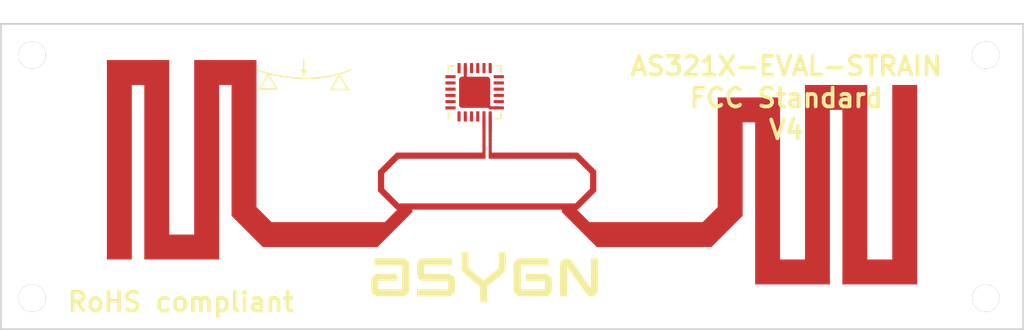
<source format=kicad_pcb>
(kicad_pcb (version 4) (generator "gerbview") (generator_version "8.0")
  (layers (0 F.Cu signal) (31 B.Cu signal) (34 B.Paste user) (35 F.Paste user) (36 B.SilkS user) (37 F.SilkS user) (38 B.Mask user) (39 F.Mask user) (44 Edge.Cuts user))
  (gr_line (start 61 92.5) (end 61 117) (layer Edge.Cuts) (width 0.15))
  (gr_line (start 61 92.5) (end 143 92.5) (layer Edge.Cuts) (width 0.15))
  (gr_line (start 143 92.5) (end 143 117) (layer Edge.Cuts) (width 0.15))
  (gr_line (start 61 117) (end 143 117) (layer Edge.Cuts) (width 0.15))
  (gr_line (start 67.61657 115.48657) (end 67.11657 114.77229) (layer F.SilkS) (width 0.3))
  (gr_line (start 66.75943 115.48657) (end 66.75943 113.98657) (layer F.SilkS) (width 0.3))
  (gr_line (start 66.75943 113.98657) (end 67.33086 113.98657) (layer F.SilkS) (width 0.3))
  (gr_line (start 67.33086 113.98657) (end 67.47371 114.058) (layer F.SilkS) (width 0.3))
  (gr_line (start 67.47371 114.058) (end 67.54514 114.12943) (layer F.SilkS) (width 0.3))
  (gr_line (start 67.54514 114.12943) (end 67.61657 114.27229) (layer F.SilkS) (width 0.3))
  (gr_line (start 67.61657 114.27229) (end 67.61657 114.48657) (layer F.SilkS) (width 0.3))
  (gr_line (start 67.61657 114.48657) (end 67.54514 114.62943) (layer F.SilkS) (width 0.3))
  (gr_line (start 67.54514 114.62943) (end 67.47371 114.70086) (layer F.SilkS) (width 0.3))
  (gr_line (start 67.47371 114.70086) (end 67.33086 114.77229) (layer F.SilkS) (width 0.3))
  (gr_line (start 67.33086 114.77229) (end 66.75943 114.77229) (layer F.SilkS) (width 0.3))
  (gr_line (start 68.47371 115.48657) (end 68.33086 115.41514) (layer F.SilkS) (width 0.3))
  (gr_line (start 68.33086 115.41514) (end 68.25943 115.34371) (layer F.SilkS) (width 0.3))
  (gr_line (start 68.25943 115.34371) (end 68.188 115.20086) (layer F.SilkS) (width 0.3))
  (gr_line (start 68.188 115.20086) (end 68.188 114.77229) (layer F.SilkS) (width 0.3))
  (gr_line (start 68.188 114.77229) (end 68.25943 114.62943) (layer F.SilkS) (width 0.3))
  (gr_line (start 68.25943 114.62943) (end 68.33086 114.558) (layer F.SilkS) (width 0.3))
  (gr_line (start 68.33086 114.558) (end 68.47371 114.48657) (layer F.SilkS) (width 0.3))
  (gr_line (start 68.47371 114.48657) (end 68.688 114.48657) (layer F.SilkS) (width 0.3))
  (gr_line (start 68.688 114.48657) (end 68.83086 114.558) (layer F.SilkS) (width 0.3))
  (gr_line (start 68.83086 114.558) (end 68.90229 114.62943) (layer F.SilkS) (width 0.3))
  (gr_line (start 68.90229 114.62943) (end 68.97371 114.77229) (layer F.SilkS) (width 0.3))
  (gr_line (start 68.97371 114.77229) (end 68.97371 115.20086) (layer F.SilkS) (width 0.3))
  (gr_line (start 68.97371 115.20086) (end 68.90229 115.34371) (layer F.SilkS) (width 0.3))
  (gr_line (start 68.90229 115.34371) (end 68.83086 115.41514) (layer F.SilkS) (width 0.3))
  (gr_line (start 68.83086 115.41514) (end 68.688 115.48657) (layer F.SilkS) (width 0.3))
  (gr_line (start 68.688 115.48657) (end 68.47371 115.48657) (layer F.SilkS) (width 0.3))
  (gr_line (start 69.61657 115.48657) (end 69.61657 113.98657) (layer F.SilkS) (width 0.3))
  (gr_line (start 69.61657 114.70086) (end 70.47371 114.70086) (layer F.SilkS) (width 0.3))
  (gr_line (start 70.47371 115.48657) (end 70.47371 113.98657) (layer F.SilkS) (width 0.3))
  (gr_line (start 71.11657 115.41514) (end 71.33086 115.48657) (layer F.SilkS) (width 0.3))
  (gr_line (start 71.33086 115.48657) (end 71.688 115.48657) (layer F.SilkS) (width 0.3))
  (gr_line (start 71.688 115.48657) (end 71.83086 115.41514) (layer F.SilkS) (width 0.3))
  (gr_line (start 71.83086 115.41514) (end 71.90229 115.34371) (layer F.SilkS) (width 0.3))
  (gr_line (start 71.90229 115.34371) (end 71.97371 115.20086) (layer F.SilkS) (width 0.3))
  (gr_line (start 71.97371 115.20086) (end 71.97371 115.058) (layer F.SilkS) (width 0.3))
  (gr_line (start 71.97371 115.058) (end 71.90229 114.91514) (layer F.SilkS) (width 0.3))
  (gr_line (start 71.90229 114.91514) (end 71.83086 114.84371) (layer F.SilkS) (width 0.3))
  (gr_line (start 71.83086 114.84371) (end 71.688 114.77229) (layer F.SilkS) (width 0.3))
  (gr_line (start 71.688 114.77229) (end 71.40229 114.70086) (layer F.SilkS) (width 0.3))
  (gr_line (start 71.40229 114.70086) (end 71.25943 114.62943) (layer F.SilkS) (width 0.3))
  (gr_line (start 71.25943 114.62943) (end 71.188 114.558) (layer F.SilkS) (width 0.3))
  (gr_line (start 71.188 114.558) (end 71.11657 114.41514) (layer F.SilkS) (width 0.3))
  (gr_line (start 71.11657 114.41514) (end 71.11657 114.27229) (layer F.SilkS) (width 0.3))
  (gr_line (start 71.11657 114.27229) (end 71.188 114.12943) (layer F.SilkS) (width 0.3))
  (gr_line (start 71.188 114.12943) (end 71.25943 114.058) (layer F.SilkS) (width 0.3))
  (gr_line (start 71.25943 114.058) (end 71.40229 113.98657) (layer F.SilkS) (width 0.3))
  (gr_line (start 71.40229 113.98657) (end 71.75943 113.98657) (layer F.SilkS) (width 0.3))
  (gr_line (start 71.75943 113.98657) (end 71.97371 114.058) (layer F.SilkS) (width 0.3))
  (gr_line (start 74.40229 115.41514) (end 74.25943 115.48657) (layer F.SilkS) (width 0.3))
  (gr_line (start 74.25943 115.48657) (end 73.97371 115.48657) (layer F.SilkS) (width 0.3))
  (gr_line (start 73.97371 115.48657) (end 73.83086 115.41514) (layer F.SilkS) (width 0.3))
  (gr_line (start 73.83086 115.41514) (end 73.75943 115.34371) (layer F.SilkS) (width 0.3))
  (gr_line (start 73.75943 115.34371) (end 73.688 115.20086) (layer F.SilkS) (width 0.3))
  (gr_line (start 73.688 115.20086) (end 73.688 114.77229) (layer F.SilkS) (width 0.3))
  (gr_line (start 73.688 114.77229) (end 73.75943 114.62943) (layer F.SilkS) (width 0.3))
  (gr_line (start 73.75943 114.62943) (end 73.83086 114.558) (layer F.SilkS) (width 0.3))
  (gr_line (start 73.83086 114.558) (end 73.97371 114.48657) (layer F.SilkS) (width 0.3))
  (gr_line (start 73.97371 114.48657) (end 74.25943 114.48657) (layer F.SilkS) (width 0.3))
  (gr_line (start 74.25943 114.48657) (end 74.40229 114.558) (layer F.SilkS) (width 0.3))
  (gr_line (start 75.25943 115.48657) (end 75.11657 115.41514) (layer F.SilkS) (width 0.3))
  (gr_line (start 75.11657 115.41514) (end 75.04514 115.34371) (layer F.SilkS) (width 0.3))
  (gr_line (start 75.04514 115.34371) (end 74.97371 115.20086) (layer F.SilkS) (width 0.3))
  (gr_line (start 74.97371 115.20086) (end 74.97371 114.77229) (layer F.SilkS) (width 0.3))
  (gr_line (start 74.97371 114.77229) (end 75.04514 114.62943) (layer F.SilkS) (width 0.3))
  (gr_line (start 75.04514 114.62943) (end 75.11657 114.558) (layer F.SilkS) (width 0.3))
  (gr_line (start 75.11657 114.558) (end 75.25943 114.48657) (layer F.SilkS) (width 0.3))
  (gr_line (start 75.25943 114.48657) (end 75.47371 114.48657) (layer F.SilkS) (width 0.3))
  (gr_line (start 75.47371 114.48657) (end 75.61657 114.558) (layer F.SilkS) (width 0.3))
  (gr_line (start 75.61657 114.558) (end 75.688 114.62943) (layer F.SilkS) (width 0.3))
  (gr_line (start 75.688 114.62943) (end 75.75943 114.77229) (layer F.SilkS) (width 0.3))
  (gr_line (start 75.75943 114.77229) (end 75.75943 115.20086) (layer F.SilkS) (width 0.3))
  (gr_line (start 75.75943 115.20086) (end 75.688 115.34371) (layer F.SilkS) (width 0.3))
  (gr_line (start 75.688 115.34371) (end 75.61657 115.41514) (layer F.SilkS) (width 0.3))
  (gr_line (start 75.61657 115.41514) (end 75.47371 115.48657) (layer F.SilkS) (width 0.3))
  (gr_line (start 75.47371 115.48657) (end 75.25943 115.48657) (layer F.SilkS) (width 0.3))
  (gr_line (start 76.40229 115.48657) (end 76.40229 114.48657) (layer F.SilkS) (width 0.3))
  (gr_line (start 76.40229 114.62943) (end 76.47371 114.558) (layer F.SilkS) (width 0.3))
  (gr_line (start 76.47371 114.558) (end 76.61657 114.48657) (layer F.SilkS) (width 0.3))
  (gr_line (start 76.61657 114.48657) (end 76.83086 114.48657) (layer F.SilkS) (width 0.3))
  (gr_line (start 76.83086 114.48657) (end 76.97371 114.558) (layer F.SilkS) (width 0.3))
  (gr_line (start 76.97371 114.558) (end 77.04514 114.70086) (layer F.SilkS) (width 0.3))
  (gr_line (start 77.04514 114.70086) (end 77.04514 115.48657) (layer F.SilkS) (width 0.3))
  (gr_line (start 77.04514 114.70086) (end 77.11657 114.558) (layer F.SilkS) (width 0.3))
  (gr_line (start 77.11657 114.558) (end 77.25943 114.48657) (layer F.SilkS) (width 0.3))
  (gr_line (start 77.25943 114.48657) (end 77.47371 114.48657) (layer F.SilkS) (width 0.3))
  (gr_line (start 77.47371 114.48657) (end 77.61657 114.558) (layer F.SilkS) (width 0.3))
  (gr_line (start 77.61657 114.558) (end 77.688 114.70086) (layer F.SilkS) (width 0.3))
  (gr_line (start 77.688 114.70086) (end 77.688 115.48657) (layer F.SilkS) (width 0.3))
  (gr_line (start 78.40229 114.48657) (end 78.40229 115.98657) (layer F.SilkS) (width 0.3))
  (gr_line (start 78.40229 114.558) (end 78.54514 114.48657) (layer F.SilkS) (width 0.3))
  (gr_line (start 78.54514 114.48657) (end 78.83086 114.48657) (layer F.SilkS) (width 0.3))
  (gr_line (start 78.83086 114.48657) (end 78.97371 114.558) (layer F.SilkS) (width 0.3))
  (gr_line (start 78.97371 114.558) (end 79.04514 114.62943) (layer F.SilkS) (width 0.3))
  (gr_line (start 79.04514 114.62943) (end 79.11657 114.77229) (layer F.SilkS) (width 0.3))
  (gr_line (start 79.11657 114.77229) (end 79.11657 115.20086) (layer F.SilkS) (width 0.3))
  (gr_line (start 79.11657 115.20086) (end 79.04514 115.34371) (layer F.SilkS) (width 0.3))
  (gr_line (start 79.04514 115.34371) (end 78.97371 115.41514) (layer F.SilkS) (width 0.3))
  (gr_line (start 78.97371 115.41514) (end 78.83086 115.48657) (layer F.SilkS) (width 0.3))
  (gr_line (start 78.83086 115.48657) (end 78.54514 115.48657) (layer F.SilkS) (width 0.3))
  (gr_line (start 78.54514 115.48657) (end 78.40229 115.41514) (layer F.SilkS) (width 0.3))
  (gr_line (start 79.97371 115.48657) (end 79.83086 115.41514) (layer F.SilkS) (width 0.3))
  (gr_line (start 79.83086 115.41514) (end 79.75943 115.27229) (layer F.SilkS) (width 0.3))
  (gr_line (start 79.75943 115.27229) (end 79.75943 113.98657) (layer F.SilkS) (width 0.3))
  (gr_line (start 80.54514 115.48657) (end 80.54514 114.48657) (layer F.SilkS) (width 0.3))
  (gr_line (start 80.54514 113.98657) (end 80.47371 114.058) (layer F.SilkS) (width 0.3))
  (gr_line (start 80.47371 114.058) (end 80.54514 114.12943) (layer F.SilkS) (width 0.3))
  (gr_line (start 80.54514 114.12943) (end 80.61657 114.058) (layer F.SilkS) (width 0.3))
  (gr_line (start 80.61657 114.058) (end 80.54514 113.98657) (layer F.SilkS) (width 0.3))
  (gr_line (start 80.54514 113.98657) (end 80.54514 114.12943) (layer F.SilkS) (width 0.3))
  (gr_line (start 81.90229 115.48657) (end 81.90229 114.70086) (layer F.SilkS) (width 0.3))
  (gr_line (start 81.90229 114.70086) (end 81.83086 114.558) (layer F.SilkS) (width 0.3))
  (gr_line (start 81.83086 114.558) (end 81.688 114.48657) (layer F.SilkS) (width 0.3))
  (gr_line (start 81.688 114.48657) (end 81.40229 114.48657) (layer F.SilkS) (width 0.3))
  (gr_line (start 81.40229 114.48657) (end 81.25943 114.558) (layer F.SilkS) (width 0.3))
  (gr_line (start 81.90229 115.41514) (end 81.75943 115.48657) (layer F.SilkS) (width 0.3))
  (gr_line (start 81.75943 115.48657) (end 81.40229 115.48657) (layer F.SilkS) (width 0.3))
  (gr_line (start 81.40229 115.48657) (end 81.25943 115.41514) (layer F.SilkS) (width 0.3))
  (gr_line (start 81.25943 115.41514) (end 81.188 115.27229) (layer F.SilkS) (width 0.3))
  (gr_line (start 81.188 115.27229) (end 81.188 115.12943) (layer F.SilkS) (width 0.3))
  (gr_line (start 81.188 115.12943) (end 81.25943 114.98657) (layer F.SilkS) (width 0.3))
  (gr_line (start 81.25943 114.98657) (end 81.40229 114.91514) (layer F.SilkS) (width 0.3))
  (gr_line (start 81.40229 114.91514) (end 81.75943 114.91514) (layer F.SilkS) (width 0.3))
  (gr_line (start 81.75943 114.91514) (end 81.90229 114.84371) (layer F.SilkS) (width 0.3))
  (gr_line (start 82.61657 114.48657) (end 82.61657 115.48657) (layer F.SilkS) (width 0.3))
  (gr_line (start 82.61657 114.62943) (end 82.688 114.558) (layer F.SilkS) (width 0.3))
  (gr_line (start 82.688 114.558) (end 82.83086 114.48657) (layer F.SilkS) (width 0.3))
  (gr_line (start 82.83086 114.48657) (end 83.04514 114.48657) (layer F.SilkS) (width 0.3))
  (gr_line (start 83.04514 114.48657) (end 83.188 114.558) (layer F.SilkS) (width 0.3))
  (gr_line (start 83.188 114.558) (end 83.25943 114.70086) (layer F.SilkS) (width 0.3))
  (gr_line (start 83.25943 114.70086) (end 83.25943 115.48657) (layer F.SilkS) (width 0.3))
  (gr_line (start 83.75943 114.48657) (end 84.33086 114.48657) (layer F.SilkS) (width 0.3))
  (gr_line (start 83.97371 113.98657) (end 83.97371 115.27229) (layer F.SilkS) (width 0.3))
  (gr_line (start 83.97371 115.27229) (end 84.04514 115.41514) (layer F.SilkS) (width 0.3))
  (gr_line (start 84.04514 115.41514) (end 84.188 115.48657) (layer F.SilkS) (width 0.3))
  (gr_line (start 84.188 115.48657) (end 84.33086 115.48657) (layer F.SilkS) (width 0.3))
  (gr_line (start 111.82043 96.142) (end 112.53471 96.142) (layer F.SilkS) (width 0.3))
  (gr_line (start 111.67757 96.57057) (end 112.17757 95.07057) (layer F.SilkS) (width 0.3))
  (gr_line (start 112.17757 95.07057) (end 112.67757 96.57057) (layer F.SilkS) (width 0.3))
  (gr_line (start 113.10614 96.49914) (end 113.32043 96.57057) (layer F.SilkS) (width 0.3))
  (gr_line (start 113.32043 96.57057) (end 113.67757 96.57057) (layer F.SilkS) (width 0.3))
  (gr_line (start 113.67757 96.57057) (end 113.82043 96.49914) (layer F.SilkS) (width 0.3))
  (gr_line (start 113.82043 96.49914) (end 113.89186 96.42771) (layer F.SilkS) (width 0.3))
  (gr_line (start 113.89186 96.42771) (end 113.96329 96.28486) (layer F.SilkS) (width 0.3))
  (gr_line (start 113.96329 96.28486) (end 113.96329 96.142) (layer F.SilkS) (width 0.3))
  (gr_line (start 113.96329 96.142) (end 113.89186 95.99914) (layer F.SilkS) (width 0.3))
  (gr_line (start 113.89186 95.99914) (end 113.82043 95.92771) (layer F.SilkS) (width 0.3))
  (gr_line (start 113.82043 95.92771) (end 113.67757 95.85629) (layer F.SilkS) (width 0.3))
  (gr_line (start 113.67757 95.85629) (end 113.39186 95.78486) (layer F.SilkS) (width 0.3))
  (gr_line (start 113.39186 95.78486) (end 113.249 95.71343) (layer F.SilkS) (width 0.3))
  (gr_line (start 113.249 95.71343) (end 113.17757 95.642) (layer F.SilkS) (width 0.3))
  (gr_line (start 113.17757 95.642) (end 113.10614 95.49914) (layer F.SilkS) (width 0.3))
  (gr_line (start 113.10614 95.49914) (end 113.10614 95.35629) (layer F.SilkS) (width 0.3))
  (gr_line (start 113.10614 95.35629) (end 113.17757 95.21343) (layer F.SilkS) (width 0.3))
  (gr_line (start 113.17757 95.21343) (end 113.249 95.142) (layer F.SilkS) (width 0.3))
  (gr_line (start 113.249 95.142) (end 113.39186 95.07057) (layer F.SilkS) (width 0.3))
  (gr_line (start 113.39186 95.07057) (end 113.749 95.07057) (layer F.SilkS) (width 0.3))
  (gr_line (start 113.749 95.07057) (end 113.96329 95.142) (layer F.SilkS) (width 0.3))
  (gr_line (start 114.46329 95.07057) (end 115.39186 95.07057) (layer F.SilkS) (width 0.3))
  (gr_line (start 115.39186 95.07057) (end 114.89186 95.642) (layer F.SilkS) (width 0.3))
  (gr_line (start 114.89186 95.642) (end 115.10614 95.642) (layer F.SilkS) (width 0.3))
  (gr_line (start 115.10614 95.642) (end 115.249 95.71343) (layer F.SilkS) (width 0.3))
  (gr_line (start 115.249 95.71343) (end 115.32043 95.78486) (layer F.SilkS) (width 0.3))
  (gr_line (start 115.32043 95.78486) (end 115.39186 95.92771) (layer F.SilkS) (width 0.3))
  (gr_line (start 115.39186 95.92771) (end 115.39186 96.28486) (layer F.SilkS) (width 0.3))
  (gr_line (start 115.39186 96.28486) (end 115.32043 96.42771) (layer F.SilkS) (width 0.3))
  (gr_line (start 115.32043 96.42771) (end 115.249 96.49914) (layer F.SilkS) (width 0.3))
  (gr_line (start 115.249 96.49914) (end 115.10614 96.57057) (layer F.SilkS) (width 0.3))
  (gr_line (start 115.10614 96.57057) (end 114.67757 96.57057) (layer F.SilkS) (width 0.3))
  (gr_line (start 114.67757 96.57057) (end 114.53471 96.49914) (layer F.SilkS) (width 0.3))
  (gr_line (start 114.53471 96.49914) (end 114.46329 96.42771) (layer F.SilkS) (width 0.3))
  (gr_line (start 115.96329 95.21343) (end 116.03471 95.142) (layer F.SilkS) (width 0.3))
  (gr_line (start 116.03471 95.142) (end 116.17757 95.07057) (layer F.SilkS) (width 0.3))
  (gr_line (start 116.17757 95.07057) (end 116.53471 95.07057) (layer F.SilkS) (width 0.3))
  (gr_line (start 116.53471 95.07057) (end 116.67757 95.142) (layer F.SilkS) (width 0.3))
  (gr_line (start 116.67757 95.142) (end 116.749 95.21343) (layer F.SilkS) (width 0.3))
  (gr_line (start 116.749 95.21343) (end 116.82043 95.35629) (layer F.SilkS) (width 0.3))
  (gr_line (start 116.82043 95.35629) (end 116.82043 95.49914) (layer F.SilkS) (width 0.3))
  (gr_line (start 116.82043 95.49914) (end 116.749 95.71343) (layer F.SilkS) (width 0.3))
  (gr_line (start 116.749 95.71343) (end 115.89186 96.57057) (layer F.SilkS) (width 0.3))
  (gr_line (start 115.89186 96.57057) (end 116.82043 96.57057) (layer F.SilkS) (width 0.3))
  (gr_line (start 118.249 96.57057) (end 117.39186 96.57057) (layer F.SilkS) (width 0.3))
  (gr_line (start 117.82043 96.57057) (end 117.82043 95.07057) (layer F.SilkS) (width 0.3))
  (gr_line (start 117.82043 95.07057) (end 117.67757 95.28486) (layer F.SilkS) (width 0.3))
  (gr_line (start 117.67757 95.28486) (end 117.53471 95.42771) (layer F.SilkS) (width 0.3))
  (gr_line (start 117.53471 95.42771) (end 117.39186 95.49914) (layer F.SilkS) (width 0.3))
  (gr_line (start 118.749 95.07057) (end 119.749 96.57057) (layer F.SilkS) (width 0.3))
  (gr_line (start 119.749 95.07057) (end 118.749 96.57057) (layer F.SilkS) (width 0.3))
  (gr_line (start 120.32043 95.99914) (end 121.46329 95.99914) (layer F.SilkS) (width 0.3))
  (gr_line (start 122.17757 95.78486) (end 122.67757 95.78486) (layer F.SilkS) (width 0.3))
  (gr_line (start 122.89186 96.57057) (end 122.17757 96.57057) (layer F.SilkS) (width 0.3))
  (gr_line (start 122.17757 96.57057) (end 122.17757 95.07057) (layer F.SilkS) (width 0.3))
  (gr_line (start 122.17757 95.07057) (end 122.89186 95.07057) (layer F.SilkS) (width 0.3))
  (gr_line (start 123.32043 95.07057) (end 123.82043 96.57057) (layer F.SilkS) (width 0.3))
  (gr_line (start 123.82043 96.57057) (end 124.32043 95.07057) (layer F.SilkS) (width 0.3))
  (gr_line (start 124.749 96.142) (end 125.46329 96.142) (layer F.SilkS) (width 0.3))
  (gr_line (start 124.60614 96.57057) (end 125.10614 95.07057) (layer F.SilkS) (width 0.3))
  (gr_line (start 125.10614 95.07057) (end 125.60614 96.57057) (layer F.SilkS) (width 0.3))
  (gr_line (start 126.82043 96.57057) (end 126.10614 96.57057) (layer F.SilkS) (width 0.3))
  (gr_line (start 126.10614 96.57057) (end 126.10614 95.07057) (layer F.SilkS) (width 0.3))
  (gr_line (start 127.32043 95.99914) (end 128.46329 95.99914) (layer F.SilkS) (width 0.3))
  (gr_line (start 129.10614 96.49914) (end 129.32043 96.57057) (layer F.SilkS) (width 0.3))
  (gr_line (start 129.32043 96.57057) (end 129.67757 96.57057) (layer F.SilkS) (width 0.3))
  (gr_line (start 129.67757 96.57057) (end 129.82043 96.49914) (layer F.SilkS) (width 0.3))
  (gr_line (start 129.82043 96.49914) (end 129.89186 96.42771) (layer F.SilkS) (width 0.3))
  (gr_line (start 129.89186 96.42771) (end 129.96329 96.28486) (layer F.SilkS) (width 0.3))
  (gr_line (start 129.96329 96.28486) (end 129.96329 96.142) (layer F.SilkS) (width 0.3))
  (gr_line (start 129.96329 96.142) (end 129.89186 95.99914) (layer F.SilkS) (width 0.3))
  (gr_line (start 129.89186 95.99914) (end 129.82043 95.92771) (layer F.SilkS) (width 0.3))
  (gr_line (start 129.82043 95.92771) (end 129.67757 95.85629) (layer F.SilkS) (width 0.3))
  (gr_line (start 129.67757 95.85629) (end 129.39186 95.78486) (layer F.SilkS) (width 0.3))
  (gr_line (start 129.39186 95.78486) (end 129.249 95.71343) (layer F.SilkS) (width 0.3))
  (gr_line (start 129.249 95.71343) (end 129.17757 95.642) (layer F.SilkS) (width 0.3))
  (gr_line (start 129.17757 95.642) (end 129.10614 95.49914) (layer F.SilkS) (width 0.3))
  (gr_line (start 129.10614 95.49914) (end 129.10614 95.35629) (layer F.SilkS) (width 0.3))
  (gr_line (start 129.10614 95.35629) (end 129.17757 95.21343) (layer F.SilkS) (width 0.3))
  (gr_line (start 129.17757 95.21343) (end 129.249 95.142) (layer F.SilkS) (width 0.3))
  (gr_line (start 129.249 95.142) (end 129.39186 95.07057) (layer F.SilkS) (width 0.3))
  (gr_line (start 129.39186 95.07057) (end 129.749 95.07057) (layer F.SilkS) (width 0.3))
  (gr_line (start 129.749 95.07057) (end 129.96329 95.142) (layer F.SilkS) (width 0.3))
  (gr_line (start 130.39186 95.07057) (end 131.249 95.07057) (layer F.SilkS) (width 0.3))
  (gr_line (start 130.82043 96.57057) (end 130.82043 95.07057) (layer F.SilkS) (width 0.3))
  (gr_line (start 132.60614 96.57057) (end 132.10614 95.85629) (layer F.SilkS) (width 0.3))
  (gr_line (start 131.749 96.57057) (end 131.749 95.07057) (layer F.SilkS) (width 0.3))
  (gr_line (start 131.749 95.07057) (end 132.32043 95.07057) (layer F.SilkS) (width 0.3))
  (gr_line (start 132.32043 95.07057) (end 132.46329 95.142) (layer F.SilkS) (width 0.3))
  (gr_line (start 132.46329 95.142) (end 132.53471 95.21343) (layer F.SilkS) (width 0.3))
  (gr_line (start 132.53471 95.21343) (end 132.60614 95.35629) (layer F.SilkS) (width 0.3))
  (gr_line (start 132.60614 95.35629) (end 132.60614 95.57057) (layer F.SilkS) (width 0.3))
  (gr_line (start 132.60614 95.57057) (end 132.53471 95.71343) (layer F.SilkS) (width 0.3))
  (gr_line (start 132.53471 95.71343) (end 132.46329 95.78486) (layer F.SilkS) (width 0.3))
  (gr_line (start 132.46329 95.78486) (end 132.32043 95.85629) (layer F.SilkS) (width 0.3))
  (gr_line (start 132.32043 95.85629) (end 131.749 95.85629) (layer F.SilkS) (width 0.3))
  (gr_line (start 133.17757 96.142) (end 133.89186 96.142) (layer F.SilkS) (width 0.3))
  (gr_line (start 133.03471 96.57057) (end 133.53471 95.07057) (layer F.SilkS) (width 0.3))
  (gr_line (start 133.53471 95.07057) (end 134.03471 96.57057) (layer F.SilkS) (width 0.3))
  (gr_line (start 134.53471 96.57057) (end 134.53471 95.07057) (layer F.SilkS) (width 0.3))
  (gr_line (start 135.249 96.57057) (end 135.249 95.07057) (layer F.SilkS) (width 0.3))
  (gr_line (start 135.249 95.07057) (end 136.10614 96.57057) (layer F.SilkS) (width 0.3))
  (gr_line (start 136.10614 96.57057) (end 136.10614 95.07057) (layer F.SilkS) (width 0.3))
  (gr_line (start 117.14186 98.33486) (end 116.64186 98.33486) (layer F.SilkS) (width 0.3))
  (gr_line (start 116.64186 99.12057) (end 116.64186 97.62057) (layer F.SilkS) (width 0.3))
  (gr_line (start 116.64186 97.62057) (end 117.35614 97.62057) (layer F.SilkS) (width 0.3))
  (gr_line (start 118.78471 98.97771) (end 118.71329 99.04914) (layer F.SilkS) (width 0.3))
  (gr_line (start 118.71329 99.04914) (end 118.499 99.12057) (layer F.SilkS) (width 0.3))
  (gr_line (start 118.499 99.12057) (end 118.35614 99.12057) (layer F.SilkS) (width 0.3))
  (gr_line (start 118.35614 99.12057) (end 118.14186 99.04914) (layer F.SilkS) (width 0.3))
  (gr_line (start 118.14186 99.04914) (end 117.999 98.90629) (layer F.SilkS) (width 0.3))
  (gr_line (start 117.999 98.90629) (end 117.92757 98.76343) (layer F.SilkS) (width 0.3))
  (gr_line (start 117.92757 98.76343) (end 117.85614 98.47771) (layer F.SilkS) (width 0.3))
  (gr_line (start 117.85614 98.47771) (end 117.85614 98.26343) (layer F.SilkS) (width 0.3))
  (gr_line (start 117.85614 98.26343) (end 117.92757 97.97771) (layer F.SilkS) (width 0.3))
  (gr_line (start 117.92757 97.97771) (end 117.999 97.83486) (layer F.SilkS) (width 0.3))
  (gr_line (start 117.999 97.83486) (end 118.14186 97.692) (layer F.SilkS) (width 0.3))
  (gr_line (start 118.14186 97.692) (end 118.35614 97.62057) (layer F.SilkS) (width 0.3))
  (gr_line (start 118.35614 97.62057) (end 118.499 97.62057) (layer F.SilkS) (width 0.3))
  (gr_line (start 118.499 97.62057) (end 118.71329 97.692) (layer F.SilkS) (width 0.3))
  (gr_line (start 118.71329 97.692) (end 118.78471 97.76343) (layer F.SilkS) (width 0.3))
  (gr_line (start 120.28471 98.97771) (end 120.21329 99.04914) (layer F.SilkS) (width 0.3))
  (gr_line (start 120.21329 99.04914) (end 119.999 99.12057) (layer F.SilkS) (width 0.3))
  (gr_line (start 119.999 99.12057) (end 119.85614 99.12057) (layer F.SilkS) (width 0.3))
  (gr_line (start 119.85614 99.12057) (end 119.64186 99.04914) (layer F.SilkS) (width 0.3))
  (gr_line (start 119.64186 99.04914) (end 119.499 98.90629) (layer F.SilkS) (width 0.3))
  (gr_line (start 119.499 98.90629) (end 119.42757 98.76343) (layer F.SilkS) (width 0.3))
  (gr_line (start 119.42757 98.76343) (end 119.35614 98.47771) (layer F.SilkS) (width 0.3))
  (gr_line (start 119.35614 98.47771) (end 119.35614 98.26343) (layer F.SilkS) (width 0.3))
  (gr_line (start 119.35614 98.26343) (end 119.42757 97.97771) (layer F.SilkS) (width 0.3))
  (gr_line (start 119.42757 97.97771) (end 119.499 97.83486) (layer F.SilkS) (width 0.3))
  (gr_line (start 119.499 97.83486) (end 119.64186 97.692) (layer F.SilkS) (width 0.3))
  (gr_line (start 119.64186 97.692) (end 119.85614 97.62057) (layer F.SilkS) (width 0.3))
  (gr_line (start 119.85614 97.62057) (end 119.999 97.62057) (layer F.SilkS) (width 0.3))
  (gr_line (start 119.999 97.62057) (end 120.21329 97.692) (layer F.SilkS) (width 0.3))
  (gr_line (start 120.21329 97.692) (end 120.28471 97.76343) (layer F.SilkS) (width 0.3))
  (gr_line (start 121.999 99.04914) (end 122.21329 99.12057) (layer F.SilkS) (width 0.3))
  (gr_line (start 122.21329 99.12057) (end 122.57043 99.12057) (layer F.SilkS) (width 0.3))
  (gr_line (start 122.57043 99.12057) (end 122.71329 99.04914) (layer F.SilkS) (width 0.3))
  (gr_line (start 122.71329 99.04914) (end 122.78471 98.97771) (layer F.SilkS) (width 0.3))
  (gr_line (start 122.78471 98.97771) (end 122.85614 98.83486) (layer F.SilkS) (width 0.3))
  (gr_line (start 122.85614 98.83486) (end 122.85614 98.692) (layer F.SilkS) (width 0.3))
  (gr_line (start 122.85614 98.692) (end 122.78471 98.54914) (layer F.SilkS) (width 0.3))
  (gr_line (start 122.78471 98.54914) (end 122.71329 98.47771) (layer F.SilkS) (width 0.3))
  (gr_line (start 122.71329 98.47771) (end 122.57043 98.40629) (layer F.SilkS) (width 0.3))
  (gr_line (start 122.57043 98.40629) (end 122.28471 98.33486) (layer F.SilkS) (width 0.3))
  (gr_line (start 122.28471 98.33486) (end 122.14186 98.26343) (layer F.SilkS) (width 0.3))
  (gr_line (start 122.14186 98.26343) (end 122.07043 98.192) (layer F.SilkS) (width 0.3))
  (gr_line (start 122.07043 98.192) (end 121.999 98.04914) (layer F.SilkS) (width 0.3))
  (gr_line (start 121.999 98.04914) (end 121.999 97.90629) (layer F.SilkS) (width 0.3))
  (gr_line (start 121.999 97.90629) (end 122.07043 97.76343) (layer F.SilkS) (width 0.3))
  (gr_line (start 122.07043 97.76343) (end 122.14186 97.692) (layer F.SilkS) (width 0.3))
  (gr_line (start 122.14186 97.692) (end 122.28471 97.62057) (layer F.SilkS) (width 0.3))
  (gr_line (start 122.28471 97.62057) (end 122.64186 97.62057) (layer F.SilkS) (width 0.3))
  (gr_line (start 122.64186 97.62057) (end 122.85614 97.692) (layer F.SilkS) (width 0.3))
  (gr_line (start 123.28471 98.12057) (end 123.85614 98.12057) (layer F.SilkS) (width 0.3))
  (gr_line (start 123.499 97.62057) (end 123.499 98.90629) (layer F.SilkS) (width 0.3))
  (gr_line (start 123.499 98.90629) (end 123.57043 99.04914) (layer F.SilkS) (width 0.3))
  (gr_line (start 123.57043 99.04914) (end 123.71329 99.12057) (layer F.SilkS) (width 0.3))
  (gr_line (start 123.71329 99.12057) (end 123.85614 99.12057) (layer F.SilkS) (width 0.3))
  (gr_line (start 124.999 99.12057) (end 124.999 98.33486) (layer F.SilkS) (width 0.3))
  (gr_line (start 124.999 98.33486) (end 124.92757 98.192) (layer F.SilkS) (width 0.3))
  (gr_line (start 124.92757 98.192) (end 124.78471 98.12057) (layer F.SilkS) (width 0.3))
  (gr_line (start 124.78471 98.12057) (end 124.499 98.12057) (layer F.SilkS) (width 0.3))
  (gr_line (start 124.499 98.12057) (end 124.35614 98.192) (layer F.SilkS) (width 0.3))
  (gr_line (start 124.999 99.04914) (end 124.85614 99.12057) (layer F.SilkS) (width 0.3))
  (gr_line (start 124.85614 99.12057) (end 124.499 99.12057) (layer F.SilkS) (width 0.3))
  (gr_line (start 124.499 99.12057) (end 124.35614 99.04914) (layer F.SilkS) (width 0.3))
  (gr_line (start 124.35614 99.04914) (end 124.28471 98.90629) (layer F.SilkS) (width 0.3))
  (gr_line (start 124.28471 98.90629) (end 124.28471 98.76343) (layer F.SilkS) (width 0.3))
  (gr_line (start 124.28471 98.76343) (end 124.35614 98.62057) (layer F.SilkS) (width 0.3))
  (gr_line (start 124.35614 98.62057) (end 124.499 98.54914) (layer F.SilkS) (width 0.3))
  (gr_line (start 124.499 98.54914) (end 124.85614 98.54914) (layer F.SilkS) (width 0.3))
  (gr_line (start 124.85614 98.54914) (end 124.999 98.47771) (layer F.SilkS) (width 0.3))
  (gr_line (start 125.71329 98.12057) (end 125.71329 99.12057) (layer F.SilkS) (width 0.3))
  (gr_line (start 125.71329 98.26343) (end 125.78471 98.192) (layer F.SilkS) (width 0.3))
  (gr_line (start 125.78471 98.192) (end 125.92757 98.12057) (layer F.SilkS) (width 0.3))
  (gr_line (start 125.92757 98.12057) (end 126.14186 98.12057) (layer F.SilkS) (width 0.3))
  (gr_line (start 126.14186 98.12057) (end 126.28471 98.192) (layer F.SilkS) (width 0.3))
  (gr_line (start 126.28471 98.192) (end 126.35614 98.33486) (layer F.SilkS) (width 0.3))
  (gr_line (start 126.35614 98.33486) (end 126.35614 99.12057) (layer F.SilkS) (width 0.3))
  (gr_line (start 127.71329 99.12057) (end 127.71329 97.62057) (layer F.SilkS) (width 0.3))
  (gr_line (start 127.71329 99.04914) (end 127.57043 99.12057) (layer F.SilkS) (width 0.3))
  (gr_line (start 127.57043 99.12057) (end 127.28471 99.12057) (layer F.SilkS) (width 0.3))
  (gr_line (start 127.28471 99.12057) (end 127.14186 99.04914) (layer F.SilkS) (width 0.3))
  (gr_line (start 127.14186 99.04914) (end 127.07043 98.97771) (layer F.SilkS) (width 0.3))
  (gr_line (start 127.07043 98.97771) (end 126.999 98.83486) (layer F.SilkS) (width 0.3))
  (gr_line (start 126.999 98.83486) (end 126.999 98.40629) (layer F.SilkS) (width 0.3))
  (gr_line (start 126.999 98.40629) (end 127.07043 98.26343) (layer F.SilkS) (width 0.3))
  (gr_line (start 127.07043 98.26343) (end 127.14186 98.192) (layer F.SilkS) (width 0.3))
  (gr_line (start 127.14186 98.192) (end 127.28471 98.12057) (layer F.SilkS) (width 0.3))
  (gr_line (start 127.28471 98.12057) (end 127.57043 98.12057) (layer F.SilkS) (width 0.3))
  (gr_line (start 127.57043 98.12057) (end 127.71329 98.192) (layer F.SilkS) (width 0.3))
  (gr_line (start 129.07043 99.12057) (end 129.07043 98.33486) (layer F.SilkS) (width 0.3))
  (gr_line (start 129.07043 98.33486) (end 128.999 98.192) (layer F.SilkS) (width 0.3))
  (gr_line (start 128.999 98.192) (end 128.85614 98.12057) (layer F.SilkS) (width 0.3))
  (gr_line (start 128.85614 98.12057) (end 128.57043 98.12057) (layer F.SilkS) (width 0.3))
  (gr_line (start 128.57043 98.12057) (end 128.42757 98.192) (layer F.SilkS) (width 0.3))
  (gr_line (start 129.07043 99.04914) (end 128.92757 99.12057) (layer F.SilkS) (width 0.3))
  (gr_line (start 128.92757 99.12057) (end 128.57043 99.12057) (layer F.SilkS) (width 0.3))
  (gr_line (start 128.57043 99.12057) (end 128.42757 99.04914) (layer F.SilkS) (width 0.3))
  (gr_line (start 128.42757 99.04914) (end 128.35614 98.90629) (layer F.SilkS) (width 0.3))
  (gr_line (start 128.35614 98.90629) (end 128.35614 98.76343) (layer F.SilkS) (width 0.3))
  (gr_line (start 128.35614 98.76343) (end 128.42757 98.62057) (layer F.SilkS) (width 0.3))
  (gr_line (start 128.42757 98.62057) (end 128.57043 98.54914) (layer F.SilkS) (width 0.3))
  (gr_line (start 128.57043 98.54914) (end 128.92757 98.54914) (layer F.SilkS) (width 0.3))
  (gr_line (start 128.92757 98.54914) (end 129.07043 98.47771) (layer F.SilkS) (width 0.3))
  (gr_line (start 129.78471 99.12057) (end 129.78471 98.12057) (layer F.SilkS) (width 0.3))
  (gr_line (start 129.78471 98.40629) (end 129.85614 98.26343) (layer F.SilkS) (width 0.3))
  (gr_line (start 129.85614 98.26343) (end 129.92757 98.192) (layer F.SilkS) (width 0.3))
  (gr_line (start 129.92757 98.192) (end 130.07043 98.12057) (layer F.SilkS) (width 0.3))
  (gr_line (start 130.07043 98.12057) (end 130.21329 98.12057) (layer F.SilkS) (width 0.3))
  (gr_line (start 131.35614 99.12057) (end 131.35614 97.62057) (layer F.SilkS) (width 0.3))
  (gr_line (start 131.35614 99.04914) (end 131.21329 99.12057) (layer F.SilkS) (width 0.3))
  (gr_line (start 131.21329 99.12057) (end 130.92757 99.12057) (layer F.SilkS) (width 0.3))
  (gr_line (start 130.92757 99.12057) (end 130.78471 99.04914) (layer F.SilkS) (width 0.3))
  (gr_line (start 130.78471 99.04914) (end 130.71329 98.97771) (layer F.SilkS) (width 0.3))
  (gr_line (start 130.71329 98.97771) (end 130.64186 98.83486) (layer F.SilkS) (width 0.3))
  (gr_line (start 130.64186 98.83486) (end 130.64186 98.40629) (layer F.SilkS) (width 0.3))
  (gr_line (start 130.64186 98.40629) (end 130.71329 98.26343) (layer F.SilkS) (width 0.3))
  (gr_line (start 130.71329 98.26343) (end 130.78471 98.192) (layer F.SilkS) (width 0.3))
  (gr_line (start 130.78471 98.192) (end 130.92757 98.12057) (layer F.SilkS) (width 0.3))
  (gr_line (start 130.92757 98.12057) (end 131.21329 98.12057) (layer F.SilkS) (width 0.3))
  (gr_line (start 131.21329 98.12057) (end 131.35614 98.192) (layer F.SilkS) (width 0.3))
  (gr_line (start 122.78471 100.17057) (end 123.28471 101.67057) (layer F.SilkS) (width 0.3))
  (gr_line (start 123.28471 101.67057) (end 123.78471 100.17057) (layer F.SilkS) (width 0.3))
  (gr_line (start 124.92757 100.67057) (end 124.92757 101.67057) (layer F.SilkS) (width 0.3))
  (gr_line (start 124.57043 100.09914) (end 124.21329 101.17057) (layer F.SilkS) (width 0.3))
  (gr_line (start 124.21329 101.17057) (end 125.14186 101.17057) (layer F.SilkS) (width 0.3))
  (gr_line (start 96.88962 96.3523) (end 96.88962 95.8773) (layer F.SilkS) (width 0.12))
  (gr_line (start 96.88962 95.8773) (end 97.36462 95.8773) (layer F.SilkS) (width 0.12))
  (gr_line (start 101.10962 99.6223) (end 101.10962 100.0973) (layer F.SilkS) (width 0.12))
  (gr_line (start 101.10962 100.0973) (end 100.63462 100.0973) (layer F.SilkS) (width 0.12))
  (gr_line (start 101.10962 96.3523) (end 101.10962 95.8773) (layer F.SilkS) (width 0.12))
  (gr_line (start 101.10962 95.8773) (end 100.63462 95.8773) (layer F.SilkS) (width 0.12))
  (gr_line (start 96.88962 99.6223) (end 96.88962 100.0973) (layer F.SilkS) (width 0.12))
  (gr_poly (pts (xy 98.50383 112.07643) (xy 99.10832 112.57857) (xy 99.20617 112.65973) (xy 99.29938 112.73683) (xy 99.38666 112.80881) (xy 99.46672 112.87461) (xy 99.53828 112.93318) (xy 99.60003 112.98347) (xy 99.65069 113.02442) (xy 99.68897 113.05498) (xy 99.71358 113.0741) (xy 99.72322 113.08071) (xy 99.73284 113.07409) (xy 99.7574 113.05495) (xy 99.79562 113.02434) (xy 99.8462 112.98332) (xy 99.90785 112.93295) (xy 99.97929 112.87428) (xy 100.05921 112.80836) (xy 100.14634 112.73627) (xy 100.23938 112.65905) (xy 100.33635 112.57834) (xy 100.93907 112.07597) (xy 100.93157 111.44857) (xy 100.92407 110.82117) (xy 101.48833 110.82117) (xy 101.48818 111.48527) (xy 101.48811 111.62841) (xy 101.48789 111.75209) (xy 101.4874 111.85801) (xy 101.48651 111.94788) (xy 101.48508 112.02341) (xy 101.483 112.0863) (xy 101.48012 112.13826) (xy 101.47633 112.18099) (xy 101.4715 112.21621) (xy 101.46549 112.2456) (xy 101.45818 112.27089) (xy 101.44944 112.29378) (xy 101.43915 112.31597) (xy 101.42717 112.33917) (xy 101.42352 112.34603) (xy 101.39779 112.38795) (xy 101.36655 112.43028) (xy 101.34687 112.45285) (xy 101.3319 112.46673) (xy 101.30197 112.49301) (xy 101.25841 112.53055) (xy 101.20255 112.57823) (xy 101.13571 112.63493) (xy 101.05924 112.69953) (xy 100.97445 112.77089) (xy 100.88268 112.8479) (xy 100.78525 112.92942) (xy 100.6835 113.01434) (xy 100.64942 113.04274) (xy 99.99608 113.58685) (xy 99.99608 114.84283) (xy 99.44575 114.84283) (xy 99.44543 114.21577) (xy 99.44511 113.58871) (xy 98.76545 113.0225) (xy 98.6386 112.91679) (xy 98.52697 112.82361) (xy 98.42953 112.74195) (xy 98.34522 112.67079) (xy 98.27301 112.60911) (xy 98.21186 112.5559) (xy 98.16072 112.51015) (xy 98.11855 112.47085) (xy 98.08431 112.43697) (xy 98.05695 112.40751) (xy 98.03543 112.38145) (xy 98.01872 112.35778) (xy 98.00576 112.33548) (xy 97.99552 112.31354) (xy 97.98694 112.29095) (xy 97.979 112.26669) (xy 97.97491 112.25349) (xy 97.9706 112.23882) (xy 97.96691 112.22371) (xy 97.96379 112.20645) (xy 97.9612 112.18538) (xy 97.95908 112.15881) (xy 97.95739 112.12504) (xy 97.95608 112.08241) (xy 97.9551 112.02922) (xy 97.95441 111.96379) (xy 97.95395 111.88444) (xy 97.95367 111.78948) (xy 97.95354 111.67722) (xy 97.9535 111.54599) (xy 97.9535 111.50268) (xy 97.9535 110.82117) (xy 98.50383 110.82117)) (layer F.SilkS) (width 0))
  (gr_line (start 98.50383 112.07643) (end 99.10832 112.57857) (layer F.SilkS) (width 0.01))
  (gr_line (start 99.10832 112.57857) (end 99.20617 112.65973) (layer F.SilkS) (width 0.01))
  (gr_line (start 99.20617 112.65973) (end 99.29938 112.73683) (layer F.SilkS) (width 0.01))
  (gr_line (start 99.29938 112.73683) (end 99.38666 112.80881) (layer F.SilkS) (width 0.01))
  (gr_line (start 99.38666 112.80881) (end 99.46672 112.87461) (layer F.SilkS) (width 0.01))
  (gr_line (start 99.46672 112.87461) (end 99.53828 112.93318) (layer F.SilkS) (width 0.01))
  (gr_line (start 99.53828 112.93318) (end 99.60003 112.98347) (layer F.SilkS) (width 0.01))
  (gr_line (start 99.60003 112.98347) (end 99.65069 113.02442) (layer F.SilkS) (width 0.01))
  (gr_line (start 99.65069 113.02442) (end 99.68897 113.05498) (layer F.SilkS) (width 0.01))
  (gr_line (start 99.68897 113.05498) (end 99.71358 113.0741) (layer F.SilkS) (width 0.01))
  (gr_line (start 99.71358 113.0741) (end 99.72322 113.08071) (layer F.SilkS) (width 0.01))
  (gr_line (start 99.72322 113.08071) (end 99.72322 113.08071) (layer F.SilkS) (width 0.01))
  (gr_line (start 99.72322 113.08071) (end 99.73284 113.07409) (layer F.SilkS) (width 0.01))
  (gr_line (start 99.73284 113.07409) (end 99.7574 113.05495) (layer F.SilkS) (width 0.01))
  (gr_line (start 99.7574 113.05495) (end 99.79562 113.02434) (layer F.SilkS) (width 0.01))
  (gr_line (start 99.79562 113.02434) (end 99.8462 112.98332) (layer F.SilkS) (width 0.01))
  (gr_line (start 99.8462 112.98332) (end 99.90785 112.93295) (layer F.SilkS) (width 0.01))
  (gr_line (start 99.90785 112.93295) (end 99.97929 112.87428) (layer F.SilkS) (width 0.01))
  (gr_line (start 99.97929 112.87428) (end 100.05921 112.80836) (layer F.SilkS) (width 0.01))
  (gr_line (start 100.05921 112.80836) (end 100.14634 112.73627) (layer F.SilkS) (width 0.01))
  (gr_line (start 100.14634 112.73627) (end 100.23938 112.65905) (layer F.SilkS) (width 0.01))
  (gr_line (start 100.23938 112.65905) (end 100.33635 112.57834) (layer F.SilkS) (width 0.01))
  (gr_line (start 100.33635 112.57834) (end 100.93907 112.07597) (layer F.SilkS) (width 0.01))
  (gr_line (start 100.93907 112.07597) (end 100.93157 111.44857) (layer F.SilkS) (width 0.01))
  (gr_line (start 100.93157 111.44857) (end 100.92407 110.82117) (layer F.SilkS) (width 0.01))
  (gr_line (start 100.92407 110.82117) (end 101.48833 110.82117) (layer F.SilkS) (width 0.01))
  (gr_line (start 101.48833 110.82117) (end 101.48818 111.48527) (layer F.SilkS) (width 0.01))
  (gr_line (start 101.48818 111.48527) (end 101.48811 111.62841) (layer F.SilkS) (width 0.01))
  (gr_line (start 101.48811 111.62841) (end 101.48789 111.75209) (layer F.SilkS) (width 0.01))
  (gr_line (start 101.48789 111.75209) (end 101.4874 111.85801) (layer F.SilkS) (width 0.01))
  (gr_line (start 101.4874 111.85801) (end 101.48651 111.94788) (layer F.SilkS) (width 0.01))
  (gr_line (start 101.48651 111.94788) (end 101.48508 112.02341) (layer F.SilkS) (width 0.01))
  (gr_line (start 101.48508 112.02341) (end 101.483 112.0863) (layer F.SilkS) (width 0.01))
  (gr_line (start 101.483 112.0863) (end 101.48012 112.13826) (layer F.SilkS) (width 0.01))
  (gr_line (start 101.48012 112.13826) (end 101.47633 112.18099) (layer F.SilkS) (width 0.01))
  (gr_line (start 101.47633 112.18099) (end 101.4715 112.21621) (layer F.SilkS) (width 0.01))
  (gr_line (start 101.4715 112.21621) (end 101.46549 112.2456) (layer F.SilkS) (width 0.01))
  (gr_line (start 101.46549 112.2456) (end 101.45818 112.27089) (layer F.SilkS) (width 0.01))
  (gr_line (start 101.45818 112.27089) (end 101.44944 112.29378) (layer F.SilkS) (width 0.01))
  (gr_line (start 101.44944 112.29378) (end 101.43915 112.31597) (layer F.SilkS) (width 0.01))
  (gr_line (start 101.43915 112.31597) (end 101.42717 112.33917) (layer F.SilkS) (width 0.01))
  (gr_line (start 101.42717 112.33917) (end 101.42352 112.34603) (layer F.SilkS) (width 0.01))
  (gr_line (start 101.42352 112.34603) (end 101.39779 112.38795) (layer F.SilkS) (width 0.01))
  (gr_line (start 101.39779 112.38795) (end 101.36655 112.43028) (layer F.SilkS) (width 0.01))
  (gr_line (start 101.36655 112.43028) (end 101.34687 112.45285) (layer F.SilkS) (width 0.01))
  (gr_line (start 101.34687 112.45285) (end 101.3319 112.46673) (layer F.SilkS) (width 0.01))
  (gr_line (start 101.3319 112.46673) (end 101.30197 112.49301) (layer F.SilkS) (width 0.01))
  (gr_line (start 101.30197 112.49301) (end 101.25841 112.53055) (layer F.SilkS) (width 0.01))
  (gr_line (start 101.25841 112.53055) (end 101.20255 112.57823) (layer F.SilkS) (width 0.01))
  (gr_line (start 101.20255 112.57823) (end 101.13571 112.63493) (layer F.SilkS) (width 0.01))
  (gr_line (start 101.13571 112.63493) (end 101.05924 112.69953) (layer F.SilkS) (width 0.01))
  (gr_line (start 101.05924 112.69953) (end 100.97445 112.77089) (layer F.SilkS) (width 0.01))
  (gr_line (start 100.97445 112.77089) (end 100.88268 112.8479) (layer F.SilkS) (width 0.01))
  (gr_line (start 100.88268 112.8479) (end 100.78525 112.92942) (layer F.SilkS) (width 0.01))
  (gr_line (start 100.78525 112.92942) (end 100.6835 113.01434) (layer F.SilkS) (width 0.01))
  (gr_line (start 100.6835 113.01434) (end 100.64942 113.04274) (layer F.SilkS) (width 0.01))
  (gr_line (start 100.64942 113.04274) (end 99.99608 113.58685) (layer F.SilkS) (width 0.01))
  (gr_line (start 99.99608 113.58685) (end 99.99608 114.84283) (layer F.SilkS) (width 0.01))
  (gr_line (start 99.99608 114.84283) (end 99.44575 114.84283) (layer F.SilkS) (width 0.01))
  (gr_line (start 99.44575 114.84283) (end 99.44543 114.21577) (layer F.SilkS) (width 0.01))
  (gr_line (start 99.44543 114.21577) (end 99.44511 113.58871) (layer F.SilkS) (width 0.01))
  (gr_line (start 99.44511 113.58871) (end 98.76545 113.0225) (layer F.SilkS) (width 0.01))
  (gr_line (start 98.76545 113.0225) (end 98.6386 112.91679) (layer F.SilkS) (width 0.01))
  (gr_line (start 98.6386 112.91679) (end 98.52697 112.82361) (layer F.SilkS) (width 0.01))
  (gr_line (start 98.52697 112.82361) (end 98.42953 112.74195) (layer F.SilkS) (width 0.01))
  (gr_line (start 98.42953 112.74195) (end 98.34522 112.67079) (layer F.SilkS) (width 0.01))
  (gr_line (start 98.34522 112.67079) (end 98.27301 112.60911) (layer F.SilkS) (width 0.01))
  (gr_line (start 98.27301 112.60911) (end 98.21186 112.5559) (layer F.SilkS) (width 0.01))
  (gr_line (start 98.21186 112.5559) (end 98.16072 112.51015) (layer F.SilkS) (width 0.01))
  (gr_line (start 98.16072 112.51015) (end 98.11855 112.47085) (layer F.SilkS) (width 0.01))
  (gr_line (start 98.11855 112.47085) (end 98.08431 112.43697) (layer F.SilkS) (width 0.01))
  (gr_line (start 98.08431 112.43697) (end 98.05695 112.40751) (layer F.SilkS) (width 0.01))
  (gr_line (start 98.05695 112.40751) (end 98.03543 112.38145) (layer F.SilkS) (width 0.01))
  (gr_line (start 98.03543 112.38145) (end 98.01872 112.35778) (layer F.SilkS) (width 0.01))
  (gr_line (start 98.01872 112.35778) (end 98.00576 112.33548) (layer F.SilkS) (width 0.01))
  (gr_line (start 98.00576 112.33548) (end 97.99552 112.31354) (layer F.SilkS) (width 0.01))
  (gr_line (start 97.99552 112.31354) (end 97.98694 112.29095) (layer F.SilkS) (width 0.01))
  (gr_line (start 97.98694 112.29095) (end 97.979 112.26669) (layer F.SilkS) (width 0.01))
  (gr_line (start 97.979 112.26669) (end 97.97491 112.25349) (layer F.SilkS) (width 0.01))
  (gr_line (start 97.97491 112.25349) (end 97.9706 112.23882) (layer F.SilkS) (width 0.01))
  (gr_line (start 97.9706 112.23882) (end 97.96691 112.22371) (layer F.SilkS) (width 0.01))
  (gr_line (start 97.96691 112.22371) (end 97.96379 112.20645) (layer F.SilkS) (width 0.01))
  (gr_line (start 97.96379 112.20645) (end 97.9612 112.18538) (layer F.SilkS) (width 0.01))
  (gr_line (start 97.9612 112.18538) (end 97.95908 112.15881) (layer F.SilkS) (width 0.01))
  (gr_line (start 97.95908 112.15881) (end 97.95739 112.12504) (layer F.SilkS) (width 0.01))
  (gr_line (start 97.95739 112.12504) (end 97.95608 112.08241) (layer F.SilkS) (width 0.01))
  (gr_line (start 97.95608 112.08241) (end 97.9551 112.02922) (layer F.SilkS) (width 0.01))
  (gr_line (start 97.9551 112.02922) (end 97.95441 111.96379) (layer F.SilkS) (width 0.01))
  (gr_line (start 97.95441 111.96379) (end 97.95395 111.88444) (layer F.SilkS) (width 0.01))
  (gr_line (start 97.95395 111.88444) (end 97.95367 111.78948) (layer F.SilkS) (width 0.01))
  (gr_line (start 97.95367 111.78948) (end 97.95354 111.67722) (layer F.SilkS) (width 0.01))
  (gr_line (start 97.95354 111.67722) (end 97.9535 111.54599) (layer F.SilkS) (width 0.01))
  (gr_line (start 97.9535 111.54599) (end 97.9535 111.50268) (layer F.SilkS) (width 0.01))
  (gr_line (start 97.9535 111.50268) (end 97.9535 110.82117) (layer F.SilkS) (width 0.01))
  (gr_line (start 97.9535 110.82117) (end 98.50383 110.82117) (layer F.SilkS) (width 0.01))
  (gr_line (start 98.50383 110.82117) (end 98.50383 112.07643) (layer F.SilkS) (width 0.01))
  (gr_poly (pts (xy 97.18092 111.86892) (xy 94.94783 111.86892) (xy 94.94783 112.55683) (xy 95.96648 112.55696) (xy 96.13969 112.55698) (xy 96.29307 112.55703) (xy 96.42798 112.55718) (xy 96.54575 112.55748) (xy 96.64772 112.558) (xy 96.73525 112.55879) (xy 96.80967 112.55992) (xy 96.87234 112.56145) (xy 96.92458 112.56344) (xy 96.96775 112.56595) (xy 97.00318 112.56904) (xy 97.03223 112.57277) (xy 97.05624 112.57721) (xy 97.07655 112.58241) (xy 97.0945 112.58843) (xy 97.11143 112.59534) (xy 97.1287 112.6032) (xy 97.14388 112.61031) (xy 97.18553 112.63576) (xy 97.23298 112.67408) (xy 97.281 112.72006) (xy 97.3244 112.76848) (xy 97.35796 112.81413) (xy 97.37086 112.83729) (xy 97.38322 112.86444) (xy 97.3935 112.88966) (xy 97.4019 112.91517) (xy 97.4086 112.94318) (xy 97.41381 112.97587) (xy 97.4177 113.01546) (xy 97.42047 113.06415) (xy 97.42231 113.12415) (xy 97.42342 113.19765) (xy 97.42397 113.28686) (xy 97.42418 113.39399) (xy 97.42421 113.45185) (xy 97.42414 113.56561) (xy 97.42382 113.66026) (xy 97.42319 113.73783) (xy 97.42217 113.80039) (xy 97.42071 113.84997) (xy 97.41872 113.88863) (xy 97.41616 113.91841) (xy 97.41294 113.94136) (xy 97.40901 113.95954) (xy 97.40745 113.96514) (xy 97.3692 114.06034) (xy 97.31441 114.14602) (xy 97.24557 114.21986) (xy 97.16519 114.27955) (xy 97.07578 114.32279) (xy 96.99641 114.34453) (xy 96.97583 114.34652) (xy 96.9368 114.34832) (xy 96.87906 114.34992) (xy 96.80235 114.35133) (xy 96.7064 114.35255) (xy 96.59094 114.35358) (xy 96.45571 114.35442) (xy 96.30044 114.35509) (xy 96.12486 114.35557) (xy 95.92871 114.35587) (xy 95.71171 114.356) (xy 95.66026 114.356) (xy 94.38692 114.356) (xy 94.38692 113.79508) (xy 96.874 113.79508) (xy 96.874 113.10717) (xy 95.84853 113.10717) (xy 95.67815 113.10716) (xy 95.52762 113.1071) (xy 95.3956 113.10699) (xy 95.28076 113.10678) (xy 95.18179 113.10645) (xy 95.09736 113.10599) (xy 95.02613 113.10535) (xy 94.96679 113.10452) (xy 94.91801 113.10348) (xy 94.87846 113.10219) (xy 94.84682 113.10063) (xy 94.82175 113.09877) (xy 94.80194 113.0966) (xy 94.78606 113.09408) (xy 94.77278 113.09118) (xy 94.76077 113.08789) (xy 94.75504 113.08616) (xy 94.66076 113.0464) (xy 94.5767 112.98966) (xy 94.5052 112.91835) (xy 94.44858 112.83491) (xy 94.40919 112.74176) (xy 94.40314 112.72051) (xy 94.39854 112.69143) (xy 94.39462 112.64413) (xy 94.39138 112.5815) (xy 94.38882 112.50649) (xy 94.38695 112.42199) (xy 94.38575 112.33095) (xy 94.38524 112.23627) (xy 94.38542 112.14088) (xy 94.38627 112.04769) (xy 94.38781 111.95963) (xy 94.39003 111.87962) (xy 94.39293 111.81057) (xy 94.39652 111.75542) (xy 94.40079 111.71707) (xy 94.40312 111.70532) (xy 94.43792 111.61178) (xy 94.49009 111.52653) (xy 94.55694 111.45209) (xy 94.63578 111.39098) (xy 94.72392 111.3457) (xy 94.81484 111.31947) (xy 94.83643 111.31736) (xy 94.87707 111.31548) (xy 94.93697 111.31381) (xy 95.01637 111.31235) (xy 95.11548 111.31111) (xy 95.23453 111.31008) (xy 95.37374 111.30926) (xy 95.53333 111.30864) (xy 95.71352 111.30823) (xy 95.91454 111.30803) (xy 96.02928 111.308) (xy 97.18092 111.308)) (layer F.SilkS) (width 0))
  (gr_line (start 97.18092 111.86892) (end 94.94783 111.86892) (layer F.SilkS) (width 0.01))
  (gr_line (start 94.94783 111.86892) (end 94.94783 112.55683) (layer F.SilkS) (width 0.01))
  (gr_line (start 94.94783 112.55683) (end 95.96648 112.55696) (layer F.SilkS) (width 0.01))
  (gr_line (start 95.96648 112.55696) (end 96.13969 112.55698) (layer F.SilkS) (width 0.01))
  (gr_line (start 96.13969 112.55698) (end 96.29307 112.55703) (layer F.SilkS) (width 0.01))
  (gr_line (start 96.29307 112.55703) (end 96.42798 112.55718) (layer F.SilkS) (width 0.01))
  (gr_line (start 96.42798 112.55718) (end 96.54575 112.55748) (layer F.SilkS) (width 0.01))
  (gr_line (start 96.54575 112.55748) (end 96.64772 112.558) (layer F.SilkS) (width 0.01))
  (gr_line (start 96.64772 112.558) (end 96.73525 112.55879) (layer F.SilkS) (width 0.01))
  (gr_line (start 96.73525 112.55879) (end 96.80967 112.55992) (layer F.SilkS) (width 0.01))
  (gr_line (start 96.80967 112.55992) (end 96.87234 112.56145) (layer F.SilkS) (width 0.01))
  (gr_line (start 96.87234 112.56145) (end 96.92458 112.56344) (layer F.SilkS) (width 0.01))
  (gr_line (start 96.92458 112.56344) (end 96.96775 112.56595) (layer F.SilkS) (width 0.01))
  (gr_line (start 96.96775 112.56595) (end 97.00318 112.56904) (layer F.SilkS) (width 0.01))
  (gr_line (start 97.00318 112.56904) (end 97.03223 112.57277) (layer F.SilkS) (width 0.01))
  (gr_line (start 97.03223 112.57277) (end 97.05624 112.57721) (layer F.SilkS) (width 0.01))
  (gr_line (start 97.05624 112.57721) (end 97.07655 112.58241) (layer F.SilkS) (width 0.01))
  (gr_line (start 97.07655 112.58241) (end 97.0945 112.58843) (layer F.SilkS) (width 0.01))
  (gr_line (start 97.0945 112.58843) (end 97.11143 112.59534) (layer F.SilkS) (width 0.01))
  (gr_line (start 97.11143 112.59534) (end 97.1287 112.6032) (layer F.SilkS) (width 0.01))
  (gr_line (start 97.1287 112.6032) (end 97.14388 112.61031) (layer F.SilkS) (width 0.01))
  (gr_line (start 97.14388 112.61031) (end 97.18553 112.63576) (layer F.SilkS) (width 0.01))
  (gr_line (start 97.18553 112.63576) (end 97.23298 112.67408) (layer F.SilkS) (width 0.01))
  (gr_line (start 97.23298 112.67408) (end 97.281 112.72006) (layer F.SilkS) (width 0.01))
  (gr_line (start 97.281 112.72006) (end 97.3244 112.76848) (layer F.SilkS) (width 0.01))
  (gr_line (start 97.3244 112.76848) (end 97.35796 112.81413) (layer F.SilkS) (width 0.01))
  (gr_line (start 97.35796 112.81413) (end 97.37086 112.83729) (layer F.SilkS) (width 0.01))
  (gr_line (start 97.37086 112.83729) (end 97.38322 112.86444) (layer F.SilkS) (width 0.01))
  (gr_line (start 97.38322 112.86444) (end 97.3935 112.88966) (layer F.SilkS) (width 0.01))
  (gr_line (start 97.3935 112.88966) (end 97.4019 112.91517) (layer F.SilkS) (width 0.01))
  (gr_line (start 97.4019 112.91517) (end 97.4086 112.94318) (layer F.SilkS) (width 0.01))
  (gr_line (start 97.4086 112.94318) (end 97.41381 112.97587) (layer F.SilkS) (width 0.01))
  (gr_line (start 97.41381 112.97587) (end 97.4177 113.01546) (layer F.SilkS) (width 0.01))
  (gr_line (start 97.4177 113.01546) (end 97.42047 113.06415) (layer F.SilkS) (width 0.01))
  (gr_line (start 97.42047 113.06415) (end 97.42231 113.12415) (layer F.SilkS) (width 0.01))
  (gr_line (start 97.42231 113.12415) (end 97.42342 113.19765) (layer F.SilkS) (width 0.01))
  (gr_line (start 97.42342 113.19765) (end 97.42397 113.28686) (layer F.SilkS) (width 0.01))
  (gr_line (start 97.42397 113.28686) (end 97.42418 113.39399) (layer F.SilkS) (width 0.01))
  (gr_line (start 97.42418 113.39399) (end 97.42421 113.45185) (layer F.SilkS) (width 0.01))
  (gr_line (start 97.42421 113.45185) (end 97.42414 113.56561) (layer F.SilkS) (width 0.01))
  (gr_line (start 97.42414 113.56561) (end 97.42382 113.66026) (layer F.SilkS) (width 0.01))
  (gr_line (start 97.42382 113.66026) (end 97.42319 113.73783) (layer F.SilkS) (width 0.01))
  (gr_line (start 97.42319 113.73783) (end 97.42217 113.80039) (layer F.SilkS) (width 0.01))
  (gr_line (start 97.42217 113.80039) (end 97.42071 113.84997) (layer F.SilkS) (width 0.01))
  (gr_line (start 97.42071 113.84997) (end 97.41872 113.88863) (layer F.SilkS) (width 0.01))
  (gr_line (start 97.41872 113.88863) (end 97.41616 113.91841) (layer F.SilkS) (width 0.01))
  (gr_line (start 97.41616 113.91841) (end 97.41294 113.94136) (layer F.SilkS) (width 0.01))
  (gr_line (start 97.41294 113.94136) (end 97.40901 113.95954) (layer F.SilkS) (width 0.01))
  (gr_line (start 97.40901 113.95954) (end 97.40745 113.96514) (layer F.SilkS) (width 0.01))
  (gr_line (start 97.40745 113.96514) (end 97.3692 114.06034) (layer F.SilkS) (width 0.01))
  (gr_line (start 97.3692 114.06034) (end 97.31441 114.14602) (layer F.SilkS) (width 0.01))
  (gr_line (start 97.31441 114.14602) (end 97.24557 114.21986) (layer F.SilkS) (width 0.01))
  (gr_line (start 97.24557 114.21986) (end 97.16519 114.27955) (layer F.SilkS) (width 0.01))
  (gr_line (start 97.16519 114.27955) (end 97.07578 114.32279) (layer F.SilkS) (width 0.01))
  (gr_line (start 97.07578 114.32279) (end 96.99641 114.34453) (layer F.SilkS) (width 0.01))
  (gr_line (start 96.99641 114.34453) (end 96.97583 114.34652) (layer F.SilkS) (width 0.01))
  (gr_line (start 96.97583 114.34652) (end 96.9368 114.34832) (layer F.SilkS) (width 0.01))
  (gr_line (start 96.9368 114.34832) (end 96.87906 114.34992) (layer F.SilkS) (width 0.01))
  (gr_line (start 96.87906 114.34992) (end 96.80235 114.35133) (layer F.SilkS) (width 0.01))
  (gr_line (start 96.80235 114.35133) (end 96.7064 114.35255) (layer F.SilkS) (width 0.01))
  (gr_line (start 96.7064 114.35255) (end 96.59094 114.35358) (layer F.SilkS) (width 0.01))
  (gr_line (start 96.59094 114.35358) (end 96.45571 114.35442) (layer F.SilkS) (width 0.01))
  (gr_line (start 96.45571 114.35442) (end 96.30044 114.35509) (layer F.SilkS) (width 0.01))
  (gr_line (start 96.30044 114.35509) (end 96.12486 114.35557) (layer F.SilkS) (width 0.01))
  (gr_line (start 96.12486 114.35557) (end 95.92871 114.35587) (layer F.SilkS) (width 0.01))
  (gr_line (start 95.92871 114.35587) (end 95.71171 114.356) (layer F.SilkS) (width 0.01))
  (gr_line (start 95.71171 114.356) (end 95.66026 114.356) (layer F.SilkS) (width 0.01))
  (gr_line (start 95.66026 114.356) (end 94.38692 114.356) (layer F.SilkS) (width 0.01))
  (gr_line (start 94.38692 114.356) (end 94.38692 113.79508) (layer F.SilkS) (width 0.01))
  (gr_line (start 94.38692 113.79508) (end 96.874 113.79508) (layer F.SilkS) (width 0.01))
  (gr_line (start 96.874 113.79508) (end 96.874 113.10717) (layer F.SilkS) (width 0.01))
  (gr_line (start 96.874 113.10717) (end 95.84853 113.10717) (layer F.SilkS) (width 0.01))
  (gr_line (start 95.84853 113.10717) (end 95.67815 113.10716) (layer F.SilkS) (width 0.01))
  (gr_line (start 95.67815 113.10716) (end 95.52762 113.1071) (layer F.SilkS) (width 0.01))
  (gr_line (start 95.52762 113.1071) (end 95.3956 113.10699) (layer F.SilkS) (width 0.01))
  (gr_line (start 95.3956 113.10699) (end 95.28076 113.10678) (layer F.SilkS) (width 0.01))
  (gr_line (start 95.28076 113.10678) (end 95.18179 113.10645) (layer F.SilkS) (width 0.01))
  (gr_line (start 95.18179 113.10645) (end 95.09736 113.10599) (layer F.SilkS) (width 0.01))
  (gr_line (start 95.09736 113.10599) (end 95.02613 113.10535) (layer F.SilkS) (width 0.01))
  (gr_line (start 95.02613 113.10535) (end 94.96679 113.10452) (layer F.SilkS) (width 0.01))
  (gr_line (start 94.96679 113.10452) (end 94.91801 113.10348) (layer F.SilkS) (width 0.01))
  (gr_line (start 94.91801 113.10348) (end 94.87846 113.10219) (layer F.SilkS) (width 0.01))
  (gr_line (start 94.87846 113.10219) (end 94.84682 113.10063) (layer F.SilkS) (width 0.01))
  (gr_line (start 94.84682 113.10063) (end 94.82175 113.09877) (layer F.SilkS) (width 0.01))
  (gr_line (start 94.82175 113.09877) (end 94.80194 113.0966) (layer F.SilkS) (width 0.01))
  (gr_line (start 94.80194 113.0966) (end 94.78606 113.09408) (layer F.SilkS) (width 0.01))
  (gr_line (start 94.78606 113.09408) (end 94.77278 113.09118) (layer F.SilkS) (width 0.01))
  (gr_line (start 94.77278 113.09118) (end 94.76077 113.08789) (layer F.SilkS) (width 0.01))
  (gr_line (start 94.76077 113.08789) (end 94.75504 113.08616) (layer F.SilkS) (width 0.01))
  (gr_line (start 94.75504 113.08616) (end 94.66076 113.0464) (layer F.SilkS) (width 0.01))
  (gr_line (start 94.66076 113.0464) (end 94.5767 112.98966) (layer F.SilkS) (width 0.01))
  (gr_line (start 94.5767 112.98966) (end 94.5052 112.91835) (layer F.SilkS) (width 0.01))
  (gr_line (start 94.5052 112.91835) (end 94.44858 112.83491) (layer F.SilkS) (width 0.01))
  (gr_line (start 94.44858 112.83491) (end 94.40919 112.74176) (layer F.SilkS) (width 0.01))
  (gr_line (start 94.40919 112.74176) (end 94.40314 112.72051) (layer F.SilkS) (width 0.01))
  (gr_line (start 94.40314 112.72051) (end 94.39854 112.69143) (layer F.SilkS) (width 0.01))
  (gr_line (start 94.39854 112.69143) (end 94.39462 112.64413) (layer F.SilkS) (width 0.01))
  (gr_line (start 94.39462 112.64413) (end 94.39138 112.5815) (layer F.SilkS) (width 0.01))
  (gr_line (start 94.39138 112.5815) (end 94.38882 112.50649) (layer F.SilkS) (width 0.01))
  (gr_line (start 94.38882 112.50649) (end 94.38695 112.42199) (layer F.SilkS) (width 0.01))
  (gr_line (start 94.38695 112.42199) (end 94.38575 112.33095) (layer F.SilkS) (width 0.01))
  (gr_line (start 94.38575 112.33095) (end 94.38524 112.23627) (layer F.SilkS) (width 0.01))
  (gr_line (start 94.38524 112.23627) (end 94.38542 112.14088) (layer F.SilkS) (width 0.01))
  (gr_line (start 94.38542 112.14088) (end 94.38627 112.04769) (layer F.SilkS) (width 0.01))
  (gr_line (start 94.38627 112.04769) (end 94.38781 111.95963) (layer F.SilkS) (width 0.01))
  (gr_line (start 94.38781 111.95963) (end 94.39003 111.87962) (layer F.SilkS) (width 0.01))
  (gr_line (start 94.39003 111.87962) (end 94.39293 111.81057) (layer F.SilkS) (width 0.01))
  (gr_line (start 94.39293 111.81057) (end 94.39652 111.75542) (layer F.SilkS) (width 0.01))
  (gr_line (start 94.39652 111.75542) (end 94.40079 111.71707) (layer F.SilkS) (width 0.01))
  (gr_line (start 94.40079 111.71707) (end 94.40312 111.70532) (layer F.SilkS) (width 0.01))
  (gr_line (start 94.40312 111.70532) (end 94.43792 111.61178) (layer F.SilkS) (width 0.01))
  (gr_line (start 94.43792 111.61178) (end 94.49009 111.52653) (layer F.SilkS) (width 0.01))
  (gr_line (start 94.49009 111.52653) (end 94.55694 111.45209) (layer F.SilkS) (width 0.01))
  (gr_line (start 94.55694 111.45209) (end 94.63578 111.39098) (layer F.SilkS) (width 0.01))
  (gr_line (start 94.63578 111.39098) (end 94.72392 111.3457) (layer F.SilkS) (width 0.01))
  (gr_line (start 94.72392 111.3457) (end 94.81484 111.31947) (layer F.SilkS) (width 0.01))
  (gr_line (start 94.81484 111.31947) (end 94.83643 111.31736) (layer F.SilkS) (width 0.01))
  (gr_line (start 94.83643 111.31736) (end 94.87707 111.31548) (layer F.SilkS) (width 0.01))
  (gr_line (start 94.87707 111.31548) (end 94.93697 111.31381) (layer F.SilkS) (width 0.01))
  (gr_line (start 94.93697 111.31381) (end 95.01637 111.31235) (layer F.SilkS) (width 0.01))
  (gr_line (start 95.01637 111.31235) (end 95.11548 111.31111) (layer F.SilkS) (width 0.01))
  (gr_line (start 95.11548 111.31111) (end 95.23453 111.31008) (layer F.SilkS) (width 0.01))
  (gr_line (start 95.23453 111.31008) (end 95.37374 111.30926) (layer F.SilkS) (width 0.01))
  (gr_line (start 95.37374 111.30926) (end 95.53333 111.30864) (layer F.SilkS) (width 0.01))
  (gr_line (start 95.53333 111.30864) (end 95.71352 111.30823) (layer F.SilkS) (width 0.01))
  (gr_line (start 95.71352 111.30823) (end 95.91454 111.30803) (layer F.SilkS) (width 0.01))
  (gr_line (start 95.91454 111.30803) (end 96.02928 111.308) (layer F.SilkS) (width 0.01))
  (gr_line (start 96.02928 111.308) (end 97.18092 111.308) (layer F.SilkS) (width 0.01))
  (gr_line (start 97.18092 111.308) (end 97.18092 111.86892) (layer F.SilkS) (width 0.01))
  (gr_poly (pts (xy 92.32013 111.30801) (xy 92.48349 111.30805) (xy 92.62812 111.30814) (xy 92.75528 111.3083) (xy 92.86617 111.30856) (xy 92.96204 111.30893) (xy 93.0441 111.30943) (xy 93.11358 111.31009) (xy 93.17171 111.31093) (xy 93.21972 111.31196) (xy 93.25883 111.31322) (xy 93.29027 111.31471) (xy 93.31527 111.31647) (xy 93.33506 111.3185) (xy 93.35085 111.32084) (xy 93.36389 111.3235) (xy 93.37539 111.32651) (xy 93.38462 111.32927) (xy 93.47383 111.36706) (xy 93.55568 111.42165) (xy 93.62619 111.48966) (xy 93.68137 111.56774) (xy 93.69289 111.58962) (xy 93.70232 111.60878) (xy 93.71069 111.62635) (xy 93.71806 111.64365) (xy 93.7245 111.662) (xy 93.73006 111.68272) (xy 93.73482 111.70712) (xy 93.73883 111.73652) (xy 93.74217 111.77223) (xy 93.74488 111.81557) (xy 93.74704 111.86786) (xy 93.7487 111.93042) (xy 93.74994 112.00456) (xy 93.75081 112.0916) (xy 93.75139 112.19286) (xy 93.75172 112.30964) (xy 93.75188 112.44328) (xy 93.75192 112.59508) (xy 93.75192 112.76637) (xy 93.75192 112.81783) (xy 93.75182 113.01599) (xy 93.75151 113.19342) (xy 93.751 113.35054) (xy 93.75028 113.48779) (xy 93.74933 113.60558) (xy 93.74817 113.70434) (xy 93.74678 113.78452) (xy 93.74516 113.84653) (xy 93.74331 113.8908) (xy 93.74121 113.91777) (xy 93.74022 113.92421) (xy 93.71357 114.00844) (xy 93.67087 114.09029) (xy 93.61552 114.16532) (xy 93.5509 114.22911) (xy 93.48039 114.27721) (xy 93.4643 114.28531) (xy 93.44401 114.29487) (xy 93.42528 114.30335) (xy 93.4068 114.31082) (xy 93.38725 114.31734) (xy 93.36529 114.32297) (xy 93.3396 114.32778) (xy 93.30886 114.33183) (xy 93.27174 114.33518) (xy 93.22692 114.33789) (xy 93.17307 114.34003) (xy 93.10888 114.34166) (xy 93.033 114.34285) (xy 92.94413 114.34365) (xy 92.84093 114.34413) (xy 92.72207 114.34435) (xy 92.58625 114.34438) (xy 92.43212 114.34428) (xy 92.25837 114.34411) (xy 92.22792 114.34408) (xy 92.06642 114.34382) (xy 91.91354 114.34337) (xy 91.77055 114.34275) (xy 91.63868 114.34197) (xy 91.51919 114.34104) (xy 91.41335 114.33997) (xy 91.32239 114.33878) (xy 91.24758 114.33748) (xy 91.19017 114.33608) (xy 91.15142 114.33459) (xy 91.13257 114.33304) (xy 91.13254 114.33303) (xy 91.04599 114.30679) (xy 90.96171 114.26297) (xy 90.88448 114.20499) (xy 90.81906 114.13629) (xy 90.78043 114.07947) (xy 90.76547 114.05273) (xy 90.75293 114.0282) (xy 90.74261 114.00378) (xy 90.73431 113.97741) (xy 90.72783 113.94699) (xy 90.72297 113.91044) (xy 90.71952 113.86568) (xy 90.7173 113.81063) (xy 90.71609 113.74321) (xy 90.71569 113.66133) (xy 90.71592 113.56292) (xy 90.71656 113.44588) (xy 90.71674 113.41709) (xy 90.71979 112.9309) (xy 90.76467 112.84035) (xy 90.82095 112.74873) (xy 90.89098 112.6732) (xy 90.97475 112.61377) (xy 91.07225 112.57045) (xy 91.09478 112.56331) (xy 91.10737 112.56013) (xy 91.12323 112.55736) (xy 91.1438 112.55498) (xy 91.17055 112.55296) (xy 91.20493 112.55127) (xy 91.24841 112.54988) (xy 91.30243 112.54877) (xy 91.36845 112.5479) (xy 91.44794 112.54725) (xy 91.54235 112.54679) (xy 91.65313 112.54649) (xy 91.78175 112.54632) (xy 91.92966 112.54625) (xy 91.97584 112.54625) (xy 92.79942 112.54625) (xy 92.79942 113.09658) (xy 91.26483 113.09658) (xy 91.26483 113.7845) (xy 93.191 113.7845) (xy 93.191 111.85833) (xy 90.95792 111.85833) (xy 90.95792 111.308) (xy 92.13684 111.308)) (layer F.SilkS) (width 0))
  (gr_line (start 92.32013 111.30801) (end 92.48349 111.30805) (layer F.SilkS) (width 0.01))
  (gr_line (start 92.48349 111.30805) (end 92.62812 111.30814) (layer F.SilkS) (width 0.01))
  (gr_line (start 92.62812 111.30814) (end 92.75528 111.3083) (layer F.SilkS) (width 0.01))
  (gr_line (start 92.75528 111.3083) (end 92.86617 111.30856) (layer F.SilkS) (width 0.01))
  (gr_line (start 92.86617 111.30856) (end 92.96204 111.30893) (layer F.SilkS) (width 0.01))
  (gr_line (start 92.96204 111.30893) (end 93.0441 111.30943) (layer F.SilkS) (width 0.01))
  (gr_line (start 93.0441 111.30943) (end 93.11358 111.31009) (layer F.SilkS) (width 0.01))
  (gr_line (start 93.11358 111.31009) (end 93.17171 111.31093) (layer F.SilkS) (width 0.01))
  (gr_line (start 93.17171 111.31093) (end 93.21972 111.31196) (layer F.SilkS) (width 0.01))
  (gr_line (start 93.21972 111.31196) (end 93.25883 111.31322) (layer F.SilkS) (width 0.01))
  (gr_line (start 93.25883 111.31322) (end 93.29027 111.31471) (layer F.SilkS) (width 0.01))
  (gr_line (start 93.29027 111.31471) (end 93.31527 111.31647) (layer F.SilkS) (width 0.01))
  (gr_line (start 93.31527 111.31647) (end 93.33506 111.3185) (layer F.SilkS) (width 0.01))
  (gr_line (start 93.33506 111.3185) (end 93.35085 111.32084) (layer F.SilkS) (width 0.01))
  (gr_line (start 93.35085 111.32084) (end 93.36389 111.3235) (layer F.SilkS) (width 0.01))
  (gr_line (start 93.36389 111.3235) (end 93.37539 111.32651) (layer F.SilkS) (width 0.01))
  (gr_line (start 93.37539 111.32651) (end 93.38462 111.32927) (layer F.SilkS) (width 0.01))
  (gr_line (start 93.38462 111.32927) (end 93.47383 111.36706) (layer F.SilkS) (width 0.01))
  (gr_line (start 93.47383 111.36706) (end 93.55568 111.42165) (layer F.SilkS) (width 0.01))
  (gr_line (start 93.55568 111.42165) (end 93.62619 111.48966) (layer F.SilkS) (width 0.01))
  (gr_line (start 93.62619 111.48966) (end 93.68137 111.56774) (layer F.SilkS) (width 0.01))
  (gr_line (start 93.68137 111.56774) (end 93.69289 111.58962) (layer F.SilkS) (width 0.01))
  (gr_line (start 93.69289 111.58962) (end 93.70232 111.60878) (layer F.SilkS) (width 0.01))
  (gr_line (start 93.70232 111.60878) (end 93.71069 111.62635) (layer F.SilkS) (width 0.01))
  (gr_line (start 93.71069 111.62635) (end 93.71806 111.64365) (layer F.SilkS) (width 0.01))
  (gr_line (start 93.71806 111.64365) (end 93.7245 111.662) (layer F.SilkS) (width 0.01))
  (gr_line (start 93.7245 111.662) (end 93.73006 111.68272) (layer F.SilkS) (width 0.01))
  (gr_line (start 93.73006 111.68272) (end 93.73482 111.70712) (layer F.SilkS) (width 0.01))
  (gr_line (start 93.73482 111.70712) (end 93.73883 111.73652) (layer F.SilkS) (width 0.01))
  (gr_line (start 93.73883 111.73652) (end 93.74217 111.77223) (layer F.SilkS) (width 0.01))
  (gr_line (start 93.74217 111.77223) (end 93.74488 111.81557) (layer F.SilkS) (width 0.01))
  (gr_line (start 93.74488 111.81557) (end 93.74704 111.86786) (layer F.SilkS) (width 0.01))
  (gr_line (start 93.74704 111.86786) (end 93.7487 111.93042) (layer F.SilkS) (width 0.01))
  (gr_line (start 93.7487 111.93042) (end 93.74994 112.00456) (layer F.SilkS) (width 0.01))
  (gr_line (start 93.74994 112.00456) (end 93.75081 112.0916) (layer F.SilkS) (width 0.01))
  (gr_line (start 93.75081 112.0916) (end 93.75139 112.19286) (layer F.SilkS) (width 0.01))
  (gr_line (start 93.75139 112.19286) (end 93.75172 112.30964) (layer F.SilkS) (width 0.01))
  (gr_line (start 93.75172 112.30964) (end 93.75188 112.44328) (layer F.SilkS) (width 0.01))
  (gr_line (start 93.75188 112.44328) (end 93.75192 112.59508) (layer F.SilkS) (width 0.01))
  (gr_line (start 93.75192 112.59508) (end 93.75192 112.76637) (layer F.SilkS) (width 0.01))
  (gr_line (start 93.75192 112.76637) (end 93.75192 112.81783) (layer F.SilkS) (width 0.01))
  (gr_line (start 93.75192 112.81783) (end 93.75182 113.01599) (layer F.SilkS) (width 0.01))
  (gr_line (start 93.75182 113.01599) (end 93.75151 113.19342) (layer F.SilkS) (width 0.01))
  (gr_line (start 93.75151 113.19342) (end 93.751 113.35054) (layer F.SilkS) (width 0.01))
  (gr_line (start 93.751 113.35054) (end 93.75028 113.48779) (layer F.SilkS) (width 0.01))
  (gr_line (start 93.75028 113.48779) (end 93.74933 113.60558) (layer F.SilkS) (width 0.01))
  (gr_line (start 93.74933 113.60558) (end 93.74817 113.70434) (layer F.SilkS) (width 0.01))
  (gr_line (start 93.74817 113.70434) (end 93.74678 113.78452) (layer F.SilkS) (width 0.01))
  (gr_line (start 93.74678 113.78452) (end 93.74516 113.84653) (layer F.SilkS) (width 0.01))
  (gr_line (start 93.74516 113.84653) (end 93.74331 113.8908) (layer F.SilkS) (width 0.01))
  (gr_line (start 93.74331 113.8908) (end 93.74121 113.91777) (layer F.SilkS) (width 0.01))
  (gr_line (start 93.74121 113.91777) (end 93.74022 113.92421) (layer F.SilkS) (width 0.01))
  (gr_line (start 93.74022 113.92421) (end 93.71357 114.00844) (layer F.SilkS) (width 0.01))
  (gr_line (start 93.71357 114.00844) (end 93.67087 114.09029) (layer F.SilkS) (width 0.01))
  (gr_line (start 93.67087 114.09029) (end 93.61552 114.16532) (layer F.SilkS) (width 0.01))
  (gr_line (start 93.61552 114.16532) (end 93.5509 114.22911) (layer F.SilkS) (width 0.01))
  (gr_line (start 93.5509 114.22911) (end 93.48039 114.27721) (layer F.SilkS) (width 0.01))
  (gr_line (start 93.48039 114.27721) (end 93.4643 114.28531) (layer F.SilkS) (width 0.01))
  (gr_line (start 93.4643 114.28531) (end 93.44401 114.29487) (layer F.SilkS) (width 0.01))
  (gr_line (start 93.44401 114.29487) (end 93.42528 114.30335) (layer F.SilkS) (width 0.01))
  (gr_line (start 93.42528 114.30335) (end 93.4068 114.31082) (layer F.SilkS) (width 0.01))
  (gr_line (start 93.4068 114.31082) (end 93.38725 114.31734) (layer F.SilkS) (width 0.01))
  (gr_line (start 93.38725 114.31734) (end 93.36529 114.32297) (layer F.SilkS) (width 0.01))
  (gr_line (start 93.36529 114.32297) (end 93.3396 114.32778) (layer F.SilkS) (width 0.01))
  (gr_line (start 93.3396 114.32778) (end 93.30886 114.33183) (layer F.SilkS) (width 0.01))
  (gr_line (start 93.30886 114.33183) (end 93.27174 114.33518) (layer F.SilkS) (width 0.01))
  (gr_line (start 93.27174 114.33518) (end 93.22692 114.33789) (layer F.SilkS) (width 0.01))
  (gr_line (start 93.22692 114.33789) (end 93.17307 114.34003) (layer F.SilkS) (width 0.01))
  (gr_line (start 93.17307 114.34003) (end 93.10888 114.34166) (layer F.SilkS) (width 0.01))
  (gr_line (start 93.10888 114.34166) (end 93.033 114.34285) (layer F.SilkS) (width 0.01))
  (gr_line (start 93.033 114.34285) (end 92.94413 114.34365) (layer F.SilkS) (width 0.01))
  (gr_line (start 92.94413 114.34365) (end 92.84093 114.34413) (layer F.SilkS) (width 0.01))
  (gr_line (start 92.84093 114.34413) (end 92.72207 114.34435) (layer F.SilkS) (width 0.01))
  (gr_line (start 92.72207 114.34435) (end 92.58625 114.34438) (layer F.SilkS) (width 0.01))
  (gr_line (start 92.58625 114.34438) (end 92.43212 114.34428) (layer F.SilkS) (width 0.01))
  (gr_line (start 92.43212 114.34428) (end 92.25837 114.34411) (layer F.SilkS) (width 0.01))
  (gr_line (start 92.25837 114.34411) (end 92.22792 114.34408) (layer F.SilkS) (width 0.01))
  (gr_line (start 92.22792 114.34408) (end 92.06642 114.34382) (layer F.SilkS) (width 0.01))
  (gr_line (start 92.06642 114.34382) (end 91.91354 114.34337) (layer F.SilkS) (width 0.01))
  (gr_line (start 91.91354 114.34337) (end 91.77055 114.34275) (layer F.SilkS) (width 0.01))
  (gr_line (start 91.77055 114.34275) (end 91.63868 114.34197) (layer F.SilkS) (width 0.01))
  (gr_line (start 91.63868 114.34197) (end 91.51919 114.34104) (layer F.SilkS) (width 0.01))
  (gr_line (start 91.51919 114.34104) (end 91.41335 114.33997) (layer F.SilkS) (width 0.01))
  (gr_line (start 91.41335 114.33997) (end 91.32239 114.33878) (layer F.SilkS) (width 0.01))
  (gr_line (start 91.32239 114.33878) (end 91.24758 114.33748) (layer F.SilkS) (width 0.01))
  (gr_line (start 91.24758 114.33748) (end 91.19017 114.33608) (layer F.SilkS) (width 0.01))
  (gr_line (start 91.19017 114.33608) (end 91.15142 114.33459) (layer F.SilkS) (width 0.01))
  (gr_line (start 91.15142 114.33459) (end 91.13257 114.33304) (layer F.SilkS) (width 0.01))
  (gr_line (start 91.13257 114.33304) (end 91.13254 114.33303) (layer F.SilkS) (width 0.01))
  (gr_line (start 91.13254 114.33303) (end 91.04599 114.30679) (layer F.SilkS) (width 0.01))
  (gr_line (start 91.04599 114.30679) (end 90.96171 114.26297) (layer F.SilkS) (width 0.01))
  (gr_line (start 90.96171 114.26297) (end 90.88448 114.20499) (layer F.SilkS) (width 0.01))
  (gr_line (start 90.88448 114.20499) (end 90.81906 114.13629) (layer F.SilkS) (width 0.01))
  (gr_line (start 90.81906 114.13629) (end 90.78043 114.07947) (layer F.SilkS) (width 0.01))
  (gr_line (start 90.78043 114.07947) (end 90.76547 114.05273) (layer F.SilkS) (width 0.01))
  (gr_line (start 90.76547 114.05273) (end 90.75293 114.0282) (layer F.SilkS) (width 0.01))
  (gr_line (start 90.75293 114.0282) (end 90.74261 114.00378) (layer F.SilkS) (width 0.01))
  (gr_line (start 90.74261 114.00378) (end 90.73431 113.97741) (layer F.SilkS) (width 0.01))
  (gr_line (start 90.73431 113.97741) (end 90.72783 113.94699) (layer F.SilkS) (width 0.01))
  (gr_line (start 90.72783 113.94699) (end 90.72297 113.91044) (layer F.SilkS) (width 0.01))
  (gr_line (start 90.72297 113.91044) (end 90.71952 113.86568) (layer F.SilkS) (width 0.01))
  (gr_line (start 90.71952 113.86568) (end 90.7173 113.81063) (layer F.SilkS) (width 0.01))
  (gr_line (start 90.7173 113.81063) (end 90.71609 113.74321) (layer F.SilkS) (width 0.01))
  (gr_line (start 90.71609 113.74321) (end 90.71569 113.66133) (layer F.SilkS) (width 0.01))
  (gr_line (start 90.71569 113.66133) (end 90.71592 113.56292) (layer F.SilkS) (width 0.01))
  (gr_line (start 90.71592 113.56292) (end 90.71656 113.44588) (layer F.SilkS) (width 0.01))
  (gr_line (start 90.71656 113.44588) (end 90.71674 113.41709) (layer F.SilkS) (width 0.01))
  (gr_line (start 90.71674 113.41709) (end 90.71979 112.9309) (layer F.SilkS) (width 0.01))
  (gr_line (start 90.71979 112.9309) (end 90.76467 112.84035) (layer F.SilkS) (width 0.01))
  (gr_line (start 90.76467 112.84035) (end 90.82095 112.74873) (layer F.SilkS) (width 0.01))
  (gr_line (start 90.82095 112.74873) (end 90.89098 112.6732) (layer F.SilkS) (width 0.01))
  (gr_line (start 90.89098 112.6732) (end 90.97475 112.61377) (layer F.SilkS) (width 0.01))
  (gr_line (start 90.97475 112.61377) (end 91.07225 112.57045) (layer F.SilkS) (width 0.01))
  (gr_line (start 91.07225 112.57045) (end 91.09478 112.56331) (layer F.SilkS) (width 0.01))
  (gr_line (start 91.09478 112.56331) (end 91.10737 112.56013) (layer F.SilkS) (width 0.01))
  (gr_line (start 91.10737 112.56013) (end 91.12323 112.55736) (layer F.SilkS) (width 0.01))
  (gr_line (start 91.12323 112.55736) (end 91.1438 112.55498) (layer F.SilkS) (width 0.01))
  (gr_line (start 91.1438 112.55498) (end 91.17055 112.55296) (layer F.SilkS) (width 0.01))
  (gr_line (start 91.17055 112.55296) (end 91.20493 112.55127) (layer F.SilkS) (width 0.01))
  (gr_line (start 91.20493 112.55127) (end 91.24841 112.54988) (layer F.SilkS) (width 0.01))
  (gr_line (start 91.24841 112.54988) (end 91.30243 112.54877) (layer F.SilkS) (width 0.01))
  (gr_line (start 91.30243 112.54877) (end 91.36845 112.5479) (layer F.SilkS) (width 0.01))
  (gr_line (start 91.36845 112.5479) (end 91.44794 112.54725) (layer F.SilkS) (width 0.01))
  (gr_line (start 91.44794 112.54725) (end 91.54235 112.54679) (layer F.SilkS) (width 0.01))
  (gr_line (start 91.54235 112.54679) (end 91.65313 112.54649) (layer F.SilkS) (width 0.01))
  (gr_line (start 91.65313 112.54649) (end 91.78175 112.54632) (layer F.SilkS) (width 0.01))
  (gr_line (start 91.78175 112.54632) (end 91.92966 112.54625) (layer F.SilkS) (width 0.01))
  (gr_line (start 91.92966 112.54625) (end 91.97584 112.54625) (layer F.SilkS) (width 0.01))
  (gr_line (start 91.97584 112.54625) (end 92.79942 112.54625) (layer F.SilkS) (width 0.01))
  (gr_line (start 92.79942 112.54625) (end 92.79942 113.09658) (layer F.SilkS) (width 0.01))
  (gr_line (start 92.79942 113.09658) (end 91.26483 113.09658) (layer F.SilkS) (width 0.01))
  (gr_line (start 91.26483 113.09658) (end 91.26483 113.7845) (layer F.SilkS) (width 0.01))
  (gr_line (start 91.26483 113.7845) (end 93.191 113.7845) (layer F.SilkS) (width 0.01))
  (gr_line (start 93.191 113.7845) (end 93.191 111.85833) (layer F.SilkS) (width 0.01))
  (gr_line (start 93.191 111.85833) (end 90.95792 111.85833) (layer F.SilkS) (width 0.01))
  (gr_line (start 90.95792 111.85833) (end 90.95792 111.308) (layer F.SilkS) (width 0.01))
  (gr_line (start 90.95792 111.308) (end 92.13684 111.308) (layer F.SilkS) (width 0.01))
  (gr_line (start 92.13684 111.308) (end 92.32013 111.30801) (layer F.SilkS) (width 0.01))
  (gr_poly (pts (xy 104.9385 111.86892) (xy 102.70542 111.86892) (xy 102.70542 113.79508) (xy 104.63158 113.79508) (xy 104.63158 113.10717) (xy 103.10758 113.10717) (xy 103.10758 112.55683) (xy 103.92557 112.55683) (xy 104.08249 112.55684) (xy 104.21976 112.55692) (xy 104.33888 112.55718) (xy 104.44135 112.55769) (xy 104.52868 112.55856) (xy 104.60239 112.55988) (xy 104.66397 112.56173) (xy 104.71494 112.56422) (xy 104.7568 112.56743) (xy 104.79106 112.57146) (xy 104.81923 112.5764) (xy 104.84282 112.58234) (xy 104.86333 112.58938) (xy 104.88226 112.5976) (xy 104.90114 112.60711) (xy 104.92146 112.61799) (xy 104.92156 112.61804) (xy 104.98667 112.66242) (xy 105.0488 112.72195) (xy 105.10246 112.79075) (xy 105.13342 112.84409) (xy 105.14767 112.87515) (xy 105.15956 112.90697) (xy 105.16926 112.94167) (xy 105.17695 112.98138) (xy 105.1828 113.02823) (xy 105.18699 113.08435) (xy 105.1897 113.15187) (xy 105.19112 113.23292) (xy 105.19142 113.32963) (xy 105.19077 113.44412) (xy 105.19003 113.51992) (xy 105.18884 113.62322) (xy 105.18764 113.7077) (xy 105.1863 113.77573) (xy 105.18469 113.82966) (xy 105.18267 113.87183) (xy 105.18011 113.90461) (xy 105.17687 113.93035) (xy 105.17282 113.9514) (xy 105.16784 113.97011) (xy 105.16377 113.98292) (xy 105.12393 114.07216) (xy 105.06772 114.15359) (xy 104.99827 114.22426) (xy 104.91875 114.28123) (xy 104.83229 114.32157) (xy 104.78735 114.3346) (xy 104.76927 114.3363) (xy 104.73089 114.33787) (xy 104.67306 114.3393) (xy 104.59665 114.34059) (xy 104.50252 114.34172) (xy 104.39153 114.3427) (xy 104.26453 114.3435) (xy 104.1224 114.34413) (xy 103.96599 114.34458) (xy 103.79616 114.34483) (xy 103.65792 114.34489) (xy 102.57313 114.34487) (xy 102.50192 114.3206) (xy 102.42456 114.28658) (xy 102.35073 114.2401) (xy 102.28823 114.18625) (xy 102.27481 114.17168) (xy 102.24043 114.12417) (xy 102.20696 114.06408) (xy 102.17842 113.99975) (xy 102.15882 113.93953) (xy 102.15524 113.92328) (xy 102.15336 113.9026) (xy 102.15166 113.86261) (xy 102.15013 113.80513) (xy 102.14877 113.73193) (xy 102.14759 113.64482) (xy 102.14658 113.54558) (xy 102.14574 113.436) (xy 102.14507 113.31787) (xy 102.14458 113.19299) (xy 102.14425 113.06314) (xy 102.14409 112.93012) (xy 102.1441 112.79572) (xy 102.14428 112.66173) (xy 102.14462 112.52994) (xy 102.14513 112.40214) (xy 102.1458 112.28012) (xy 102.14664 112.16568) (xy 102.14764 112.0606) (xy 102.1488 111.96668) (xy 102.15012 111.88571) (xy 102.15161 111.81948) (xy 102.15325 111.76977) (xy 102.15506 111.73839) (xy 102.1562 111.72921) (xy 102.18341 111.64365) (xy 102.22716 111.56079) (xy 102.28402 111.4851) (xy 102.35061 111.42102) (xy 102.42351 111.373) (xy 102.4321 111.36872) (xy 102.45116 111.35952) (xy 102.46872 111.3513) (xy 102.48601 111.34401) (xy 102.5043 111.33759) (xy 102.52481 111.33199) (xy 102.5488 111.32716) (xy 102.57752 111.32302) (xy 102.61221 111.31954) (xy 102.65411 111.31666) (xy 102.70448 111.31431) (xy 102.76456 111.31244) (xy 102.83559 111.311) (xy 102.91882 111.30993) (xy 103.0155 111.30917) (xy 103.12688 111.30868) (xy 103.25419 111.30838) (xy 103.39869 111.30824) (xy 103.56161 111.30818) (xy 103.74422 111.30816) (xy 103.78227 111.30816) (xy 104.9385 111.308)) (layer F.SilkS) (width 0))
  (gr_line (start 104.9385 111.86892) (end 102.70542 111.86892) (layer F.SilkS) (width 0.01))
  (gr_line (start 102.70542 111.86892) (end 102.70542 113.79508) (layer F.SilkS) (width 0.01))
  (gr_line (start 102.70542 113.79508) (end 104.63158 113.79508) (layer F.SilkS) (width 0.01))
  (gr_line (start 104.63158 113.79508) (end 104.63158 113.10717) (layer F.SilkS) (width 0.01))
  (gr_line (start 104.63158 113.10717) (end 103.10758 113.10717) (layer F.SilkS) (width 0.01))
  (gr_line (start 103.10758 113.10717) (end 103.10758 112.55683) (layer F.SilkS) (width 0.01))
  (gr_line (start 103.10758 112.55683) (end 103.92557 112.55683) (layer F.SilkS) (width 0.01))
  (gr_line (start 103.92557 112.55683) (end 104.08249 112.55684) (layer F.SilkS) (width 0.01))
  (gr_line (start 104.08249 112.55684) (end 104.21976 112.55692) (layer F.SilkS) (width 0.01))
  (gr_line (start 104.21976 112.55692) (end 104.33888 112.55718) (layer F.SilkS) (width 0.01))
  (gr_line (start 104.33888 112.55718) (end 104.44135 112.55769) (layer F.SilkS) (width 0.01))
  (gr_line (start 104.44135 112.55769) (end 104.52868 112.55856) (layer F.SilkS) (width 0.01))
  (gr_line (start 104.52868 112.55856) (end 104.60239 112.55988) (layer F.SilkS) (width 0.01))
  (gr_line (start 104.60239 112.55988) (end 104.66397 112.56173) (layer F.SilkS) (width 0.01))
  (gr_line (start 104.66397 112.56173) (end 104.71494 112.56422) (layer F.SilkS) (width 0.01))
  (gr_line (start 104.71494 112.56422) (end 104.7568 112.56743) (layer F.SilkS) (width 0.01))
  (gr_line (start 104.7568 112.56743) (end 104.79106 112.57146) (layer F.SilkS) (width 0.01))
  (gr_line (start 104.79106 112.57146) (end 104.81923 112.5764) (layer F.SilkS) (width 0.01))
  (gr_line (start 104.81923 112.5764) (end 104.84282 112.58234) (layer F.SilkS) (width 0.01))
  (gr_line (start 104.84282 112.58234) (end 104.86333 112.58938) (layer F.SilkS) (width 0.01))
  (gr_line (start 104.86333 112.58938) (end 104.88226 112.5976) (layer F.SilkS) (width 0.01))
  (gr_line (start 104.88226 112.5976) (end 104.90114 112.60711) (layer F.SilkS) (width 0.01))
  (gr_line (start 104.90114 112.60711) (end 104.92146 112.61799) (layer F.SilkS) (width 0.01))
  (gr_line (start 104.92146 112.61799) (end 104.92156 112.61804) (layer F.SilkS) (width 0.01))
  (gr_line (start 104.92156 112.61804) (end 104.98667 112.66242) (layer F.SilkS) (width 0.01))
  (gr_line (start 104.98667 112.66242) (end 105.0488 112.72195) (layer F.SilkS) (width 0.01))
  (gr_line (start 105.0488 112.72195) (end 105.10246 112.79075) (layer F.SilkS) (width 0.01))
  (gr_line (start 105.10246 112.79075) (end 105.13342 112.84409) (layer F.SilkS) (width 0.01))
  (gr_line (start 105.13342 112.84409) (end 105.14767 112.87515) (layer F.SilkS) (width 0.01))
  (gr_line (start 105.14767 112.87515) (end 105.15956 112.90697) (layer F.SilkS) (width 0.01))
  (gr_line (start 105.15956 112.90697) (end 105.16926 112.94167) (layer F.SilkS) (width 0.01))
  (gr_line (start 105.16926 112.94167) (end 105.17695 112.98138) (layer F.SilkS) (width 0.01))
  (gr_line (start 105.17695 112.98138) (end 105.1828 113.02823) (layer F.SilkS) (width 0.01))
  (gr_line (start 105.1828 113.02823) (end 105.18699 113.08435) (layer F.SilkS) (width 0.01))
  (gr_line (start 105.18699 113.08435) (end 105.1897 113.15187) (layer F.SilkS) (width 0.01))
  (gr_line (start 105.1897 113.15187) (end 105.19112 113.23292) (layer F.SilkS) (width 0.01))
  (gr_line (start 105.19112 113.23292) (end 105.19142 113.32963) (layer F.SilkS) (width 0.01))
  (gr_line (start 105.19142 113.32963) (end 105.19077 113.44412) (layer F.SilkS) (width 0.01))
  (gr_line (start 105.19077 113.44412) (end 105.19003 113.51992) (layer F.SilkS) (width 0.01))
  (gr_line (start 105.19003 113.51992) (end 105.18884 113.62322) (layer F.SilkS) (width 0.01))
  (gr_line (start 105.18884 113.62322) (end 105.18764 113.7077) (layer F.SilkS) (width 0.01))
  (gr_line (start 105.18764 113.7077) (end 105.1863 113.77573) (layer F.SilkS) (width 0.01))
  (gr_line (start 105.1863 113.77573) (end 105.18469 113.82966) (layer F.SilkS) (width 0.01))
  (gr_line (start 105.18469 113.82966) (end 105.18267 113.87183) (layer F.SilkS) (width 0.01))
  (gr_line (start 105.18267 113.87183) (end 105.18011 113.90461) (layer F.SilkS) (width 0.01))
  (gr_line (start 105.18011 113.90461) (end 105.17687 113.93035) (layer F.SilkS) (width 0.01))
  (gr_line (start 105.17687 113.93035) (end 105.17282 113.9514) (layer F.SilkS) (width 0.01))
  (gr_line (start 105.17282 113.9514) (end 105.16784 113.97011) (layer F.SilkS) (width 0.01))
  (gr_line (start 105.16784 113.97011) (end 105.16377 113.98292) (layer F.SilkS) (width 0.01))
  (gr_line (start 105.16377 113.98292) (end 105.12393 114.07216) (layer F.SilkS) (width 0.01))
  (gr_line (start 105.12393 114.07216) (end 105.06772 114.15359) (layer F.SilkS) (width 0.01))
  (gr_line (start 105.06772 114.15359) (end 104.99827 114.22426) (layer F.SilkS) (width 0.01))
  (gr_line (start 104.99827 114.22426) (end 104.91875 114.28123) (layer F.SilkS) (width 0.01))
  (gr_line (start 104.91875 114.28123) (end 104.83229 114.32157) (layer F.SilkS) (width 0.01))
  (gr_line (start 104.83229 114.32157) (end 104.78735 114.3346) (layer F.SilkS) (width 0.01))
  (gr_line (start 104.78735 114.3346) (end 104.76927 114.3363) (layer F.SilkS) (width 0.01))
  (gr_line (start 104.76927 114.3363) (end 104.73089 114.33787) (layer F.SilkS) (width 0.01))
  (gr_line (start 104.73089 114.33787) (end 104.67306 114.3393) (layer F.SilkS) (width 0.01))
  (gr_line (start 104.67306 114.3393) (end 104.59665 114.34059) (layer F.SilkS) (width 0.01))
  (gr_line (start 104.59665 114.34059) (end 104.50252 114.34172) (layer F.SilkS) (width 0.01))
  (gr_line (start 104.50252 114.34172) (end 104.39153 114.3427) (layer F.SilkS) (width 0.01))
  (gr_line (start 104.39153 114.3427) (end 104.26453 114.3435) (layer F.SilkS) (width 0.01))
  (gr_line (start 104.26453 114.3435) (end 104.1224 114.34413) (layer F.SilkS) (width 0.01))
  (gr_line (start 104.1224 114.34413) (end 103.96599 114.34458) (layer F.SilkS) (width 0.01))
  (gr_line (start 103.96599 114.34458) (end 103.79616 114.34483) (layer F.SilkS) (width 0.01))
  (gr_line (start 103.79616 114.34483) (end 103.65792 114.34489) (layer F.SilkS) (width 0.01))
  (gr_line (start 103.65792 114.34489) (end 102.57313 114.34487) (layer F.SilkS) (width 0.01))
  (gr_line (start 102.57313 114.34487) (end 102.50192 114.3206) (layer F.SilkS) (width 0.01))
  (gr_line (start 102.50192 114.3206) (end 102.42456 114.28658) (layer F.SilkS) (width 0.01))
  (gr_line (start 102.42456 114.28658) (end 102.35073 114.2401) (layer F.SilkS) (width 0.01))
  (gr_line (start 102.35073 114.2401) (end 102.28823 114.18625) (layer F.SilkS) (width 0.01))
  (gr_line (start 102.28823 114.18625) (end 102.27481 114.17168) (layer F.SilkS) (width 0.01))
  (gr_line (start 102.27481 114.17168) (end 102.24043 114.12417) (layer F.SilkS) (width 0.01))
  (gr_line (start 102.24043 114.12417) (end 102.20696 114.06408) (layer F.SilkS) (width 0.01))
  (gr_line (start 102.20696 114.06408) (end 102.17842 113.99975) (layer F.SilkS) (width 0.01))
  (gr_line (start 102.17842 113.99975) (end 102.15882 113.93953) (layer F.SilkS) (width 0.01))
  (gr_line (start 102.15882 113.93953) (end 102.15524 113.92328) (layer F.SilkS) (width 0.01))
  (gr_line (start 102.15524 113.92328) (end 102.15336 113.9026) (layer F.SilkS) (width 0.01))
  (gr_line (start 102.15336 113.9026) (end 102.15166 113.86261) (layer F.SilkS) (width 0.01))
  (gr_line (start 102.15166 113.86261) (end 102.15013 113.80513) (layer F.SilkS) (width 0.01))
  (gr_line (start 102.15013 113.80513) (end 102.14877 113.73193) (layer F.SilkS) (width 0.01))
  (gr_line (start 102.14877 113.73193) (end 102.14759 113.64482) (layer F.SilkS) (width 0.01))
  (gr_line (start 102.14759 113.64482) (end 102.14658 113.54558) (layer F.SilkS) (width 0.01))
  (gr_line (start 102.14658 113.54558) (end 102.14574 113.436) (layer F.SilkS) (width 0.01))
  (gr_line (start 102.14574 113.436) (end 102.14507 113.31787) (layer F.SilkS) (width 0.01))
  (gr_line (start 102.14507 113.31787) (end 102.14458 113.19299) (layer F.SilkS) (width 0.01))
  (gr_line (start 102.14458 113.19299) (end 102.14425 113.06314) (layer F.SilkS) (width 0.01))
  (gr_line (start 102.14425 113.06314) (end 102.14409 112.93012) (layer F.SilkS) (width 0.01))
  (gr_line (start 102.14409 112.93012) (end 102.1441 112.79572) (layer F.SilkS) (width 0.01))
  (gr_line (start 102.1441 112.79572) (end 102.14428 112.66173) (layer F.SilkS) (width 0.01))
  (gr_line (start 102.14428 112.66173) (end 102.14462 112.52994) (layer F.SilkS) (width 0.01))
  (gr_line (start 102.14462 112.52994) (end 102.14513 112.40214) (layer F.SilkS) (width 0.01))
  (gr_line (start 102.14513 112.40214) (end 102.1458 112.28012) (layer F.SilkS) (width 0.01))
  (gr_line (start 102.1458 112.28012) (end 102.14664 112.16568) (layer F.SilkS) (width 0.01))
  (gr_line (start 102.14664 112.16568) (end 102.14764 112.0606) (layer F.SilkS) (width 0.01))
  (gr_line (start 102.14764 112.0606) (end 102.1488 111.96668) (layer F.SilkS) (width 0.01))
  (gr_line (start 102.1488 111.96668) (end 102.15012 111.88571) (layer F.SilkS) (width 0.01))
  (gr_line (start 102.15012 111.88571) (end 102.15161 111.81948) (layer F.SilkS) (width 0.01))
  (gr_line (start 102.15161 111.81948) (end 102.15325 111.76977) (layer F.SilkS) (width 0.01))
  (gr_line (start 102.15325 111.76977) (end 102.15506 111.73839) (layer F.SilkS) (width 0.01))
  (gr_line (start 102.15506 111.73839) (end 102.1562 111.72921) (layer F.SilkS) (width 0.01))
  (gr_line (start 102.1562 111.72921) (end 102.18341 111.64365) (layer F.SilkS) (width 0.01))
  (gr_line (start 102.18341 111.64365) (end 102.22716 111.56079) (layer F.SilkS) (width 0.01))
  (gr_line (start 102.22716 111.56079) (end 102.28402 111.4851) (layer F.SilkS) (width 0.01))
  (gr_line (start 102.28402 111.4851) (end 102.35061 111.42102) (layer F.SilkS) (width 0.01))
  (gr_line (start 102.35061 111.42102) (end 102.42351 111.373) (layer F.SilkS) (width 0.01))
  (gr_line (start 102.42351 111.373) (end 102.4321 111.36872) (layer F.SilkS) (width 0.01))
  (gr_line (start 102.4321 111.36872) (end 102.45116 111.35952) (layer F.SilkS) (width 0.01))
  (gr_line (start 102.45116 111.35952) (end 102.46872 111.3513) (layer F.SilkS) (width 0.01))
  (gr_line (start 102.46872 111.3513) (end 102.48601 111.34401) (layer F.SilkS) (width 0.01))
  (gr_line (start 102.48601 111.34401) (end 102.5043 111.33759) (layer F.SilkS) (width 0.01))
  (gr_line (start 102.5043 111.33759) (end 102.52481 111.33199) (layer F.SilkS) (width 0.01))
  (gr_line (start 102.52481 111.33199) (end 102.5488 111.32716) (layer F.SilkS) (width 0.01))
  (gr_line (start 102.5488 111.32716) (end 102.57752 111.32302) (layer F.SilkS) (width 0.01))
  (gr_line (start 102.57752 111.32302) (end 102.61221 111.31954) (layer F.SilkS) (width 0.01))
  (gr_line (start 102.61221 111.31954) (end 102.65411 111.31666) (layer F.SilkS) (width 0.01))
  (gr_line (start 102.65411 111.31666) (end 102.70448 111.31431) (layer F.SilkS) (width 0.01))
  (gr_line (start 102.70448 111.31431) (end 102.76456 111.31244) (layer F.SilkS) (width 0.01))
  (gr_line (start 102.76456 111.31244) (end 102.83559 111.311) (layer F.SilkS) (width 0.01))
  (gr_line (start 102.83559 111.311) (end 102.91882 111.30993) (layer F.SilkS) (width 0.01))
  (gr_line (start 102.91882 111.30993) (end 103.0155 111.30917) (layer F.SilkS) (width 0.01))
  (gr_line (start 103.0155 111.30917) (end 103.12688 111.30868) (layer F.SilkS) (width 0.01))
  (gr_line (start 103.12688 111.30868) (end 103.25419 111.30838) (layer F.SilkS) (width 0.01))
  (gr_line (start 103.25419 111.30838) (end 103.39869 111.30824) (layer F.SilkS) (width 0.01))
  (gr_line (start 103.39869 111.30824) (end 103.56161 111.30818) (layer F.SilkS) (width 0.01))
  (gr_line (start 103.56161 111.30818) (end 103.74422 111.30816) (layer F.SilkS) (width 0.01))
  (gr_line (start 103.74422 111.30816) (end 103.78227 111.30816) (layer F.SilkS) (width 0.01))
  (gr_line (start 103.78227 111.30816) (end 104.9385 111.308) (layer F.SilkS) (width 0.01))
  (gr_line (start 104.9385 111.308) (end 104.9385 111.86892) (layer F.SilkS) (width 0.01))
  (gr_poly (pts (xy 108.88608 112.61336) (xy 108.88605 112.81295) (xy 108.88593 112.9924) (xy 108.88573 113.15276) (xy 108.88542 113.29504) (xy 108.88501 113.4203) (xy 108.88447 113.52956) (xy 108.8838 113.62385) (xy 108.88298 113.70422) (xy 108.88201 113.77168) (xy 108.88087 113.82728) (xy 108.87956 113.87205) (xy 108.87806 113.90703) (xy 108.87635 113.93324) (xy 108.87444 113.95172) (xy 108.87231 113.96351) (xy 108.87179 113.96538) (xy 108.83071 114.06588) (xy 108.77328 114.15297) (xy 108.69972 114.22636) (xy 108.61029 114.28578) (xy 108.59183 114.29531) (xy 108.50139 114.34013) (xy 108.22303 114.34013) (xy 108.13387 114.29578) (xy 108.05131 114.24705) (xy 107.99045 114.19524) (xy 107.97765 114.17956) (xy 107.95359 114.14759) (xy 107.91907 114.10044) (xy 107.87486 114.03921) (xy 107.82176 113.96502) (xy 107.76055 113.87898) (xy 107.69202 113.7822) (xy 107.61696 113.67579) (xy 107.53615 113.56087) (xy 107.45039 113.43854) (xy 107.36045 113.30992) (xy 107.26712 113.17612) (xy 107.17553 113.04448) (xy 106.41488 111.94992) (xy 106.41218 113.14767) (xy 106.40949 114.34542) (xy 105.84867 114.34542) (xy 105.84867 113.06535) (xy 105.84874 112.84845) (xy 105.84898 112.65226) (xy 105.84937 112.4763) (xy 105.84993 112.32013) (xy 105.85066 112.18327) (xy 105.85156 112.06528) (xy 105.85263 111.96568) (xy 105.85389 111.88401) (xy 105.85533 111.81982) (xy 105.85696 111.77263) (xy 105.85878 111.742) (xy 105.86036 111.72921) (xy 105.88888 111.63997) (xy 105.93491 111.55396) (xy 105.99496 111.4761) (xy 106.06554 111.41131) (xy 106.10441 111.38492) (xy 106.18523 111.34677) (xy 106.27579 111.32165) (xy 106.36779 111.31153) (xy 106.41099 111.31265) (xy 106.51324 111.3284) (xy 106.60341 111.35984) (xy 106.68517 111.40855) (xy 106.73804 111.45251) (xy 106.75086 111.46752) (xy 106.7751 111.49915) (xy 106.81019 111.54659) (xy 106.85555 111.60903) (xy 106.9106 111.68565) (xy 106.97478 111.77564) (xy 107.04749 111.87819) (xy 107.12816 111.99249) (xy 107.21622 112.11772) (xy 107.31109 112.25308) (xy 107.41219 112.39774) (xy 107.51894 112.5509) (xy 107.55825 112.6074) (xy 108.33046 113.71764) (xy 108.33315 112.51282) (xy 108.33584 111.308) (xy 108.88608 111.308)) (layer F.SilkS) (width 0))
  (gr_line (start 108.88608 112.61336) (end 108.88605 112.81295) (layer F.SilkS) (width 0.01))
  (gr_line (start 108.88605 112.81295) (end 108.88593 112.9924) (layer F.SilkS) (width 0.01))
  (gr_line (start 108.88593 112.9924) (end 108.88573 113.15276) (layer F.SilkS) (width 0.01))
  (gr_line (start 108.88573 113.15276) (end 108.88542 113.29504) (layer F.SilkS) (width 0.01))
  (gr_line (start 108.88542 113.29504) (end 108.88501 113.4203) (layer F.SilkS) (width 0.01))
  (gr_line (start 108.88501 113.4203) (end 108.88447 113.52956) (layer F.SilkS) (width 0.01))
  (gr_line (start 108.88447 113.52956) (end 108.8838 113.62385) (layer F.SilkS) (width 0.01))
  (gr_line (start 108.8838 113.62385) (end 108.88298 113.70422) (layer F.SilkS) (width 0.01))
  (gr_line (start 108.88298 113.70422) (end 108.88201 113.77168) (layer F.SilkS) (width 0.01))
  (gr_line (start 108.88201 113.77168) (end 108.88087 113.82728) (layer F.SilkS) (width 0.01))
  (gr_line (start 108.88087 113.82728) (end 108.87956 113.87205) (layer F.SilkS) (width 0.01))
  (gr_line (start 108.87956 113.87205) (end 108.87806 113.90703) (layer F.SilkS) (width 0.01))
  (gr_line (start 108.87806 113.90703) (end 108.87635 113.93324) (layer F.SilkS) (width 0.01))
  (gr_line (start 108.87635 113.93324) (end 108.87444 113.95172) (layer F.SilkS) (width 0.01))
  (gr_line (start 108.87444 113.95172) (end 108.87231 113.96351) (layer F.SilkS) (width 0.01))
  (gr_line (start 108.87231 113.96351) (end 108.87179 113.96538) (layer F.SilkS) (width 0.01))
  (gr_line (start 108.87179 113.96538) (end 108.83071 114.06588) (layer F.SilkS) (width 0.01))
  (gr_line (start 108.83071 114.06588) (end 108.77328 114.15297) (layer F.SilkS) (width 0.01))
  (gr_line (start 108.77328 114.15297) (end 108.69972 114.22636) (layer F.SilkS) (width 0.01))
  (gr_line (start 108.69972 114.22636) (end 108.61029 114.28578) (layer F.SilkS) (width 0.01))
  (gr_line (start 108.61029 114.28578) (end 108.59183 114.29531) (layer F.SilkS) (width 0.01))
  (gr_line (start 108.59183 114.29531) (end 108.50139 114.34013) (layer F.SilkS) (width 0.01))
  (gr_line (start 108.50139 114.34013) (end 108.22303 114.34013) (layer F.SilkS) (width 0.01))
  (gr_line (start 108.22303 114.34013) (end 108.13387 114.29578) (layer F.SilkS) (width 0.01))
  (gr_line (start 108.13387 114.29578) (end 108.05131 114.24705) (layer F.SilkS) (width 0.01))
  (gr_line (start 108.05131 114.24705) (end 107.99045 114.19524) (layer F.SilkS) (width 0.01))
  (gr_line (start 107.99045 114.19524) (end 107.97765 114.17956) (layer F.SilkS) (width 0.01))
  (gr_line (start 107.97765 114.17956) (end 107.95359 114.14759) (layer F.SilkS) (width 0.01))
  (gr_line (start 107.95359 114.14759) (end 107.91907 114.10044) (layer F.SilkS) (width 0.01))
  (gr_line (start 107.91907 114.10044) (end 107.87486 114.03921) (layer F.SilkS) (width 0.01))
  (gr_line (start 107.87486 114.03921) (end 107.82176 113.96502) (layer F.SilkS) (width 0.01))
  (gr_line (start 107.82176 113.96502) (end 107.76055 113.87898) (layer F.SilkS) (width 0.01))
  (gr_line (start 107.76055 113.87898) (end 107.69202 113.7822) (layer F.SilkS) (width 0.01))
  (gr_line (start 107.69202 113.7822) (end 107.61696 113.67579) (layer F.SilkS) (width 0.01))
  (gr_line (start 107.61696 113.67579) (end 107.53615 113.56087) (layer F.SilkS) (width 0.01))
  (gr_line (start 107.53615 113.56087) (end 107.45039 113.43854) (layer F.SilkS) (width 0.01))
  (gr_line (start 107.45039 113.43854) (end 107.36045 113.30992) (layer F.SilkS) (width 0.01))
  (gr_line (start 107.36045 113.30992) (end 107.26712 113.17612) (layer F.SilkS) (width 0.01))
  (gr_line (start 107.26712 113.17612) (end 107.17553 113.04448) (layer F.SilkS) (width 0.01))
  (gr_line (start 107.17553 113.04448) (end 106.41488 111.94992) (layer F.SilkS) (width 0.01))
  (gr_line (start 106.41488 111.94992) (end 106.41218 113.14767) (layer F.SilkS) (width 0.01))
  (gr_line (start 106.41218 113.14767) (end 106.40949 114.34542) (layer F.SilkS) (width 0.01))
  (gr_line (start 106.40949 114.34542) (end 105.84867 114.34542) (layer F.SilkS) (width 0.01))
  (gr_line (start 105.84867 114.34542) (end 105.84867 113.06535) (layer F.SilkS) (width 0.01))
  (gr_line (start 105.84867 113.06535) (end 105.84874 112.84845) (layer F.SilkS) (width 0.01))
  (gr_line (start 105.84874 112.84845) (end 105.84898 112.65226) (layer F.SilkS) (width 0.01))
  (gr_line (start 105.84898 112.65226) (end 105.84937 112.4763) (layer F.SilkS) (width 0.01))
  (gr_line (start 105.84937 112.4763) (end 105.84993 112.32013) (layer F.SilkS) (width 0.01))
  (gr_line (start 105.84993 112.32013) (end 105.85066 112.18327) (layer F.SilkS) (width 0.01))
  (gr_line (start 105.85066 112.18327) (end 105.85156 112.06528) (layer F.SilkS) (width 0.01))
  (gr_line (start 105.85156 112.06528) (end 105.85263 111.96568) (layer F.SilkS) (width 0.01))
  (gr_line (start 105.85263 111.96568) (end 105.85389 111.88401) (layer F.SilkS) (width 0.01))
  (gr_line (start 105.85389 111.88401) (end 105.85533 111.81982) (layer F.SilkS) (width 0.01))
  (gr_line (start 105.85533 111.81982) (end 105.85696 111.77263) (layer F.SilkS) (width 0.01))
  (gr_line (start 105.85696 111.77263) (end 105.85878 111.742) (layer F.SilkS) (width 0.01))
  (gr_line (start 105.85878 111.742) (end 105.86036 111.72921) (layer F.SilkS) (width 0.01))
  (gr_line (start 105.86036 111.72921) (end 105.88888 111.63997) (layer F.SilkS) (width 0.01))
  (gr_line (start 105.88888 111.63997) (end 105.93491 111.55396) (layer F.SilkS) (width 0.01))
  (gr_line (start 105.93491 111.55396) (end 105.99496 111.4761) (layer F.SilkS) (width 0.01))
  (gr_line (start 105.99496 111.4761) (end 106.06554 111.41131) (layer F.SilkS) (width 0.01))
  (gr_line (start 106.06554 111.41131) (end 106.10441 111.38492) (layer F.SilkS) (width 0.01))
  (gr_line (start 106.10441 111.38492) (end 106.18523 111.34677) (layer F.SilkS) (width 0.01))
  (gr_line (start 106.18523 111.34677) (end 106.27579 111.32165) (layer F.SilkS) (width 0.01))
  (gr_line (start 106.27579 111.32165) (end 106.36779 111.31153) (layer F.SilkS) (width 0.01))
  (gr_line (start 106.36779 111.31153) (end 106.41099 111.31265) (layer F.SilkS) (width 0.01))
  (gr_line (start 106.41099 111.31265) (end 106.51324 111.3284) (layer F.SilkS) (width 0.01))
  (gr_line (start 106.51324 111.3284) (end 106.60341 111.35984) (layer F.SilkS) (width 0.01))
  (gr_line (start 106.60341 111.35984) (end 106.68517 111.40855) (layer F.SilkS) (width 0.01))
  (gr_line (start 106.68517 111.40855) (end 106.73804 111.45251) (layer F.SilkS) (width 0.01))
  (gr_line (start 106.73804 111.45251) (end 106.75086 111.46752) (layer F.SilkS) (width 0.01))
  (gr_line (start 106.75086 111.46752) (end 106.7751 111.49915) (layer F.SilkS) (width 0.01))
  (gr_line (start 106.7751 111.49915) (end 106.81019 111.54659) (layer F.SilkS) (width 0.01))
  (gr_line (start 106.81019 111.54659) (end 106.85555 111.60903) (layer F.SilkS) (width 0.01))
  (gr_line (start 106.85555 111.60903) (end 106.9106 111.68565) (layer F.SilkS) (width 0.01))
  (gr_line (start 106.9106 111.68565) (end 106.97478 111.77564) (layer F.SilkS) (width 0.01))
  (gr_line (start 106.97478 111.77564) (end 107.04749 111.87819) (layer F.SilkS) (width 0.01))
  (gr_line (start 107.04749 111.87819) (end 107.12816 111.99249) (layer F.SilkS) (width 0.01))
  (gr_line (start 107.12816 111.99249) (end 107.21622 112.11772) (layer F.SilkS) (width 0.01))
  (gr_line (start 107.21622 112.11772) (end 107.31109 112.25308) (layer F.SilkS) (width 0.01))
  (gr_line (start 107.31109 112.25308) (end 107.41219 112.39774) (layer F.SilkS) (width 0.01))
  (gr_line (start 107.41219 112.39774) (end 107.51894 112.5509) (layer F.SilkS) (width 0.01))
  (gr_line (start 107.51894 112.5509) (end 107.55825 112.6074) (layer F.SilkS) (width 0.01))
  (gr_line (start 107.55825 112.6074) (end 108.33046 113.71764) (layer F.SilkS) (width 0.01))
  (gr_line (start 108.33046 113.71764) (end 108.33315 112.51282) (layer F.SilkS) (width 0.01))
  (gr_line (start 108.33315 112.51282) (end 108.33584 111.308) (layer F.SilkS) (width 0.01))
  (gr_line (start 108.33584 111.308) (end 108.88608 111.308) (layer F.SilkS) (width 0.01))
  (gr_line (start 108.88608 111.308) (end 108.88608 112.61336) (layer F.SilkS) (width 0.01))
  (gr_poly (pts (xy 85.30614 95.31975) (xy 85.32127 95.32854) (xy 85.33846 95.34207) (xy 85.33846 96.14144) (xy 85.43759 96.14144) (xy 85.47548 96.1416) (xy 85.50233 96.14216) (xy 85.51981 96.14329) (xy 85.52959 96.14516) (xy 85.53333 96.14793) (xy 85.53315 96.15076) (xy 85.53009 96.15843) (xy 85.52278 96.17665) (xy 85.51171 96.20417) (xy 85.49738 96.23975) (xy 85.48029 96.28216) (xy 85.46095 96.33016) (xy 85.43984 96.3825) (xy 85.42379 96.42229) (xy 85.40167 96.47713) (xy 85.38092 96.52863) (xy 85.36203 96.57552) (xy 85.34552 96.61656) (xy 85.33189 96.65047) (xy 85.32164 96.67602) (xy 85.31528 96.69193) (xy 85.3134 96.69671) (xy 85.30839 96.70406) (xy 85.30519 96.70306) (xy 85.30185 96.69611) (xy 85.29392 96.67889) (xy 85.28201 96.65273) (xy 85.26672 96.61896) (xy 85.24864 96.57892) (xy 85.22839 96.53392) (xy 85.20656 96.48529) (xy 85.20617 96.48443) (xy 85.18294 96.43265) (xy 85.1601 96.38177) (xy 85.13846 96.33362) (xy 85.11887 96.29006) (xy 85.10215 96.25293) (xy 85.08913 96.22407) (xy 85.08192 96.20814) (xy 85.05308 96.14462) (xy 85.15117 96.14287) (xy 85.24926 96.14112) (xy 85.25099 95.74136) (xy 85.25133 95.6587) (xy 85.25166 95.58782) (xy 85.25203 95.5278) (xy 85.25255 95.47772) (xy 85.25329 95.43664) (xy 85.25432 95.40365) (xy 85.25574 95.37782) (xy 85.25761 95.35824) (xy 85.26003 95.34397) (xy 85.26307 95.33409) (xy 85.26682 95.32769) (xy 85.27134 95.32384) (xy 85.27673 95.3216) (xy 85.28307 95.32007) (xy 85.28792 95.31897)) (layer F.SilkS) (width 0))
  (gr_line (start 85.30614 95.31975) (end 85.32127 95.32854) (layer F.SilkS) (width 0.01))
  (gr_line (start 85.32127 95.32854) (end 85.33846 95.34207) (layer F.SilkS) (width 0.01))
  (gr_line (start 85.33846 95.34207) (end 85.33846 96.14144) (layer F.SilkS) (width 0.01))
  (gr_line (start 85.33846 96.14144) (end 85.43759 96.14144) (layer F.SilkS) (width 0.01))
  (gr_line (start 85.43759 96.14144) (end 85.47548 96.1416) (layer F.SilkS) (width 0.01))
  (gr_line (start 85.47548 96.1416) (end 85.50233 96.14216) (layer F.SilkS) (width 0.01))
  (gr_line (start 85.50233 96.14216) (end 85.51981 96.14329) (layer F.SilkS) (width 0.01))
  (gr_line (start 85.51981 96.14329) (end 85.52959 96.14516) (layer F.SilkS) (width 0.01))
  (gr_line (start 85.52959 96.14516) (end 85.53333 96.14793) (layer F.SilkS) (width 0.01))
  (gr_line (start 85.53333 96.14793) (end 85.53315 96.15076) (layer F.SilkS) (width 0.01))
  (gr_line (start 85.53315 96.15076) (end 85.53009 96.15843) (layer F.SilkS) (width 0.01))
  (gr_line (start 85.53009 96.15843) (end 85.52278 96.17665) (layer F.SilkS) (width 0.01))
  (gr_line (start 85.52278 96.17665) (end 85.51171 96.20417) (layer F.SilkS) (width 0.01))
  (gr_line (start 85.51171 96.20417) (end 85.49738 96.23975) (layer F.SilkS) (width 0.01))
  (gr_line (start 85.49738 96.23975) (end 85.48029 96.28216) (layer F.SilkS) (width 0.01))
  (gr_line (start 85.48029 96.28216) (end 85.46095 96.33016) (layer F.SilkS) (width 0.01))
  (gr_line (start 85.46095 96.33016) (end 85.43984 96.3825) (layer F.SilkS) (width 0.01))
  (gr_line (start 85.43984 96.3825) (end 85.42379 96.42229) (layer F.SilkS) (width 0.01))
  (gr_line (start 85.42379 96.42229) (end 85.40167 96.47713) (layer F.SilkS) (width 0.01))
  (gr_line (start 85.40167 96.47713) (end 85.38092 96.52863) (layer F.SilkS) (width 0.01))
  (gr_line (start 85.38092 96.52863) (end 85.36203 96.57552) (layer F.SilkS) (width 0.01))
  (gr_line (start 85.36203 96.57552) (end 85.34552 96.61656) (layer F.SilkS) (width 0.01))
  (gr_line (start 85.34552 96.61656) (end 85.33189 96.65047) (layer F.SilkS) (width 0.01))
  (gr_line (start 85.33189 96.65047) (end 85.32164 96.67602) (layer F.SilkS) (width 0.01))
  (gr_line (start 85.32164 96.67602) (end 85.31528 96.69193) (layer F.SilkS) (width 0.01))
  (gr_line (start 85.31528 96.69193) (end 85.3134 96.69671) (layer F.SilkS) (width 0.01))
  (gr_line (start 85.3134 96.69671) (end 85.30839 96.70406) (layer F.SilkS) (width 0.01))
  (gr_line (start 85.30839 96.70406) (end 85.30519 96.70306) (layer F.SilkS) (width 0.01))
  (gr_line (start 85.30519 96.70306) (end 85.30185 96.69611) (layer F.SilkS) (width 0.01))
  (gr_line (start 85.30185 96.69611) (end 85.29392 96.67889) (layer F.SilkS) (width 0.01))
  (gr_line (start 85.29392 96.67889) (end 85.28201 96.65273) (layer F.SilkS) (width 0.01))
  (gr_line (start 85.28201 96.65273) (end 85.26672 96.61896) (layer F.SilkS) (width 0.01))
  (gr_line (start 85.26672 96.61896) (end 85.24864 96.57892) (layer F.SilkS) (width 0.01))
  (gr_line (start 85.24864 96.57892) (end 85.22839 96.53392) (layer F.SilkS) (width 0.01))
  (gr_line (start 85.22839 96.53392) (end 85.20656 96.48529) (layer F.SilkS) (width 0.01))
  (gr_line (start 85.20656 96.48529) (end 85.20617 96.48443) (layer F.SilkS) (width 0.01))
  (gr_line (start 85.20617 96.48443) (end 85.18294 96.43265) (layer F.SilkS) (width 0.01))
  (gr_line (start 85.18294 96.43265) (end 85.1601 96.38177) (layer F.SilkS) (width 0.01))
  (gr_line (start 85.1601 96.38177) (end 85.13846 96.33362) (layer F.SilkS) (width 0.01))
  (gr_line (start 85.13846 96.33362) (end 85.11887 96.29006) (layer F.SilkS) (width 0.01))
  (gr_line (start 85.11887 96.29006) (end 85.10215 96.25293) (layer F.SilkS) (width 0.01))
  (gr_line (start 85.10215 96.25293) (end 85.08913 96.22407) (layer F.SilkS) (width 0.01))
  (gr_line (start 85.08913 96.22407) (end 85.08192 96.20814) (layer F.SilkS) (width 0.01))
  (gr_line (start 85.08192 96.20814) (end 85.05308 96.14462) (layer F.SilkS) (width 0.01))
  (gr_line (start 85.05308 96.14462) (end 85.15117 96.14287) (layer F.SilkS) (width 0.01))
  (gr_line (start 85.15117 96.14287) (end 85.24926 96.14112) (layer F.SilkS) (width 0.01))
  (gr_line (start 85.24926 96.14112) (end 85.25099 95.74136) (layer F.SilkS) (width 0.01))
  (gr_line (start 85.25099 95.74136) (end 85.25133 95.6587) (layer F.SilkS) (width 0.01))
  (gr_line (start 85.25133 95.6587) (end 85.25166 95.58782) (layer F.SilkS) (width 0.01))
  (gr_line (start 85.25166 95.58782) (end 85.25203 95.5278) (layer F.SilkS) (width 0.01))
  (gr_line (start 85.25203 95.5278) (end 85.25255 95.47772) (layer F.SilkS) (width 0.01))
  (gr_line (start 85.25255 95.47772) (end 85.25329 95.43664) (layer F.SilkS) (width 0.01))
  (gr_line (start 85.25329 95.43664) (end 85.25432 95.40365) (layer F.SilkS) (width 0.01))
  (gr_line (start 85.25432 95.40365) (end 85.25574 95.37782) (layer F.SilkS) (width 0.01))
  (gr_line (start 85.25574 95.37782) (end 85.25761 95.35824) (layer F.SilkS) (width 0.01))
  (gr_line (start 85.25761 95.35824) (end 85.26003 95.34397) (layer F.SilkS) (width 0.01))
  (gr_line (start 85.26003 95.34397) (end 85.26307 95.33409) (layer F.SilkS) (width 0.01))
  (gr_line (start 85.26307 95.33409) (end 85.26682 95.32769) (layer F.SilkS) (width 0.01))
  (gr_line (start 85.26682 95.32769) (end 85.27134 95.32384) (layer F.SilkS) (width 0.01))
  (gr_line (start 85.27134 95.32384) (end 85.27673 95.3216) (layer F.SilkS) (width 0.01))
  (gr_line (start 85.27673 95.3216) (end 85.28307 95.32007) (layer F.SilkS) (width 0.01))
  (gr_line (start 85.28307 95.32007) (end 85.28792 95.31897) (layer F.SilkS) (width 0.01))
  (gr_line (start 85.28792 95.31897) (end 85.30614 95.31975) (layer F.SilkS) (width 0.01))
  (gr_poly (pts (xy 81.55034 96.12884) (xy 81.57172 96.13474) (xy 81.59981 96.14359) (xy 81.63201 96.15461) (xy 81.64768 96.16025) (xy 81.82025 96.2208) (xy 82.00381 96.28029) (xy 82.19664 96.3383) (xy 82.39704 96.3944) (xy 82.6033 96.44816) (xy 82.8137 96.49916) (xy 83.02655 96.54697) (xy 83.24014 96.59116) (xy 83.45276 96.6313) (xy 83.66269 96.66697) (xy 83.69315 96.6718) (xy 84.0464 96.72241) (xy 84.39388 96.76228) (xy 84.73656 96.79145) (xy 85.07539 96.80995) (xy 85.41136 96.81781) (xy 85.74541 96.81507) (xy 86.07853 96.80177) (xy 86.41166 96.77793) (xy 86.49445 96.77038) (xy 86.52535 96.76738) (xy 86.55432 96.76443) (xy 86.57727 96.76197) (xy 86.58655 96.76089) (xy 86.60136 96.75906) (xy 86.62604 96.75605) (xy 86.65787 96.75216) (xy 86.69412 96.74775) (xy 86.71993 96.74462) (xy 87.03098 96.7012) (xy 87.33944 96.64687) (xy 87.64415 96.58189) (xy 87.944 96.50654) (xy 88.23784 96.42107) (xy 88.52453 96.32575) (xy 88.54284 96.31924) (xy 88.63316 96.28627) (xy 88.72949 96.24968) (xy 88.83355 96.20881) (xy 88.94707 96.16298) (xy 88.95961 96.15786) (xy 88.99387 96.14402) (xy 89.01867 96.13463) (xy 89.03622 96.12911) (xy 89.04871 96.12687) (xy 89.05836 96.12732) (xy 89.06619 96.12946) (xy 89.08434 96.14122) (xy 89.09852 96.15987) (xy 89.10489 96.18019) (xy 89.10495 96.18212) (xy 89.09911 96.20451) (xy 89.08335 96.22498) (xy 89.06565 96.23733) (xy 89.04916 96.24501) (xy 89.02264 96.25648) (xy 88.98791 96.27102) (xy 88.94682 96.28787) (xy 88.90119 96.3063) (xy 88.85287 96.32559) (xy 88.80368 96.34498) (xy 88.75546 96.36375) (xy 88.71004 96.38117) (xy 88.66926 96.39649) (xy 88.66669 96.39744) (xy 88.62065 96.41409) (xy 88.56463 96.43374) (xy 88.5008 96.45565) (xy 88.43131 96.47909) (xy 88.35834 96.50333) (xy 88.28405 96.52764) (xy 88.23161 96.54456) (xy 88.21484 96.55201) (xy 88.2082 96.55978) (xy 88.20828 96.56133) (xy 88.21176 96.56781) (xy 88.22136 96.58448) (xy 88.23668 96.61066) (xy 88.25729 96.64565) (xy 88.2828 96.68876) (xy 88.31278 96.73929) (xy 88.34683 96.79656) (xy 88.38453 96.85986) (xy 88.42547 96.92851) (xy 88.46925 97.00181) (xy 88.51544 97.07907) (xy 88.56363 97.1596) (xy 88.58462 97.19463) (xy 88.63347 97.27621) (xy 88.68047 97.35472) (xy 88.7252 97.42949) (xy 88.76725 97.49982) (xy 88.80622 97.56504) (xy 88.84169 97.62446) (xy 88.87326 97.67739) (xy 88.90052 97.72315) (xy 88.92305 97.76105) (xy 88.94046 97.79042) (xy 88.95233 97.81056) (xy 88.95825 97.82078) (xy 88.95887 97.82197) (xy 88.95264 97.8223) (xy 88.93448 97.82262) (xy 88.90515 97.82293) (xy 88.86542 97.82322) (xy 88.81605 97.82349) (xy 88.75781 97.82374) (xy 88.69147 97.82396) (xy 88.61779 97.82415) (xy 88.53755 97.82432) (xy 88.4515 97.82445) (xy 88.36041 97.82454) (xy 88.26506 97.8246) (xy 88.17762 97.82462) (xy 88.07913 97.8246) (xy 87.98422 97.82455) (xy 87.89367 97.82448) (xy 87.80824 97.82438) (xy 87.72871 97.82425) (xy 87.65583 97.8241) (xy 87.59037 97.82393) (xy 87.5331 97.82374) (xy 87.48479 97.82353) (xy 87.44621 97.82331) (xy 87.41811 97.82308) (xy 87.40127 97.82283) (xy 87.39638 97.82261) (xy 87.3993 97.81691) (xy 87.40758 97.80148) (xy 87.42043 97.77773) (xy 87.43708 97.74706) (xy 87.45677 97.71089) (xy 87.46056 97.70394) (xy 87.59283 97.70394) (xy 88.75491 97.70394) (xy 88.61506 97.47051) (xy 88.58079 97.41331) (xy 88.54157 97.34784) (xy 88.49898 97.27676) (xy 88.45461 97.2027) (xy 88.41003 97.12831) (xy 88.36684 97.05622) (xy 88.32661 96.98908) (xy 88.31249 96.96552) (xy 88.28052 96.9124) (xy 88.25047 96.86291) (xy 88.22295 96.81806) (xy 88.19861 96.77885) (xy 88.17808 96.74631) (xy 88.162 96.72144) (xy 88.151 96.70526) (xy 88.14571 96.69879) (xy 88.14539 96.69875) (xy 88.14158 96.70509) (xy 88.13227 96.72153) (xy 88.11801 96.74702) (xy 88.09941 96.78051) (xy 88.07703 96.82096) (xy 88.05146 96.86732) (xy 88.02327 96.91854) (xy 87.99306 96.97358) (xy 87.97917 96.99891) (xy 87.94375 97.06354) (xy 87.90647 97.13155) (xy 87.8685 97.2008) (xy 87.831 97.26919) (xy 87.79514 97.33457) (xy 87.76208 97.39482) (xy 87.733 97.44783) (xy 87.7127 97.48481) (xy 87.68768 97.53038) (xy 87.66436 97.57288) (xy 87.6435 97.61091) (xy 87.62589 97.64306) (xy 87.61228 97.66792) (xy 87.60345 97.68409) (xy 87.60044 97.68964) (xy 87.59283 97.70394) (xy 87.46056 97.70394) (xy 87.47874 97.67061) (xy 87.5022 97.62764) (xy 87.52639 97.58338) (xy 87.55055 97.53924) (xy 87.57391 97.49662) (xy 87.59569 97.45694) (xy 87.61512 97.4216) (xy 87.63145 97.392) (xy 87.6439 97.36955) (xy 87.6452 97.36721) (xy 87.6512 97.35637) (xy 87.66286 97.33521) (xy 87.67974 97.30453) (xy 87.7014 97.26516) (xy 87.72737 97.2179) (xy 87.75723 97.16357) (xy 87.79052 97.10298) (xy 87.82679 97.03694) (xy 87.8656 96.96627) (xy 87.90651 96.89177) (xy 87.94906 96.81427) (xy 87.99281 96.73457) (xy 88.0324 96.66244) (xy 88.0464 96.63655) (xy 88.05763 96.61507) (xy 88.06495 96.60022) (xy 88.06723 96.59423) (xy 88.06722 96.59422) (xy 88.06079 96.59509) (xy 88.04506 96.59886) (xy 88.02287 96.60483) (xy 88.01201 96.6079) (xy 87.8651 96.6479) (xy 87.70781 96.68657) (xy 87.54242 96.72349) (xy 87.37124 96.75823) (xy 87.19654 96.79036) (xy 87.02062 96.81947) (xy 86.84576 96.84512) (xy 86.67426 96.86689) (xy 86.54209 96.88113) (xy 86.42771 96.89207) (xy 86.32241 96.90139) (xy 86.22384 96.90921) (xy 86.12962 96.91562) (xy 86.0374 96.92076) (xy 85.9448 96.92473) (xy 85.84946 96.92764) (xy 85.74902 96.92962) (xy 85.64112 96.93076) (xy 85.52338 96.93119) (xy 85.49725 96.9312) (xy 85.37401 96.93083) (xy 85.26086 96.92967) (xy 85.15523 96.92764) (xy 85.05454 96.92463) (xy 84.95619 96.92054) (xy 84.8576 96.91527) (xy 84.75619 96.90872) (xy 84.64937 96.90081) (xy 84.60168 96.897) (xy 84.38142 96.87722) (xy 84.16553 96.85395) (xy 83.95049 96.82673) (xy 83.73278 96.79509) (xy 83.50891 96.75857) (xy 83.39488 96.73857) (xy 83.32448 96.7255) (xy 83.24435 96.70983) (xy 83.15705 96.69212) (xy 83.06517 96.67291) (xy 82.97128 96.65278) (xy 82.87794 96.63227) (xy 82.78773 96.61193) (xy 82.70323 96.59233) (xy 82.627 96.57402) (xy 82.58981 96.56477) (xy 82.55926 96.55731) (xy 82.53366 96.55157) (xy 82.51524 96.54798) (xy 82.50621 96.54703) (xy 82.50567 96.54732) (xy 82.50887 96.55316) (xy 82.51819 96.5692) (xy 82.53321 96.59475) (xy 82.55354 96.6291) (xy 82.57874 96.67157) (xy 82.6084 96.72145) (xy 82.64212 96.77806) (xy 82.67948 96.8407) (xy 82.72006 96.90867) (xy 82.76346 96.98128) (xy 82.80925 97.05784) (xy 82.85702 97.13764) (xy 82.87094 97.16087) (xy 83.23619 97.77063) (xy 82.46021 97.77224) (xy 82.362 97.77242) (xy 82.26733 97.77256) (xy 82.177 97.77264) (xy 82.09176 97.77268) (xy 82.0124 97.77267) (xy 81.93968 97.77262) (xy 81.87438 97.77252) (xy 81.81727 97.77239) (xy 81.76912 97.77221) (xy 81.73071 97.77199) (xy 81.70282 97.77173) (xy 81.6862 97.77143) (xy 81.68153 97.77115) (xy 81.68381 97.76514) (xy 81.69154 97.74936) (xy 81.70401 97.72516) (xy 81.72053 97.69389) (xy 81.73898 97.65947) (xy 81.86956 97.65947) (xy 82.45157 97.65947) (xy 82.53629 97.65942) (xy 82.61724 97.65928) (xy 82.69355 97.65904) (xy 82.76434 97.65872) (xy 82.82872 97.65833) (xy 82.8858 97.65787) (xy 82.93471 97.65734) (xy 82.97457 97.65677) (xy 83.00448 97.65615) (xy 83.02356 97.65549) (xy 83.03094 97.6548) (xy 83.031 97.65471) (xy 83.02548 97.6451) (xy 83.01415 97.62585) (xy 82.99759 97.5979) (xy 82.97634 97.56218) (xy 82.95098 97.51964) (xy 82.92207 97.47121) (xy 82.89017 97.41783) (xy 82.85584 97.36045) (xy 82.81965 97.29999) (xy 82.78216 97.23741) (xy 82.74393 97.17363) (xy 82.70553 97.1096) (xy 82.66752 97.04626) (xy 82.63047 96.98454) (xy 82.59493 96.92539) (xy 82.56146 96.86974) (xy 82.53064 96.81854) (xy 82.50303 96.77271) (xy 82.47918 96.73321) (xy 82.45967 96.70097) (xy 82.44505 96.67692) (xy 82.43589 96.66202) (xy 82.43279 96.6572) (xy 82.42989 96.65737) (xy 82.42471 96.66251) (xy 82.41681 96.67334) (xy 82.40576 96.69061) (xy 82.39112 96.71504) (xy 82.37245 96.74737) (xy 82.34933 96.78834) (xy 82.32132 96.83868) (xy 82.28798 96.89912) (xy 82.2691 96.9335) (xy 82.23417 96.99716) (xy 82.19733 97.06432) (xy 82.15977 97.13279) (xy 82.1227 97.20037) (xy 82.08732 97.26487) (xy 82.05483 97.32409) (xy 82.02644 97.37585) (xy 82.01022 97.40541) (xy 81.98481 97.4517) (xy 81.96053 97.49587) (xy 81.93826 97.5363) (xy 81.9189 97.5714) (xy 81.90333 97.59954) (xy 81.89244 97.61912) (xy 81.8885 97.62613) (xy 81.86956 97.65947) (xy 81.73898 97.65947) (xy 81.74037 97.65689) (xy 81.76283 97.61551) (xy 81.77587 97.59169) (xy 81.80131 97.54537) (xy 81.82623 97.49998) (xy 81.8496 97.45743) (xy 81.87034 97.41964) (xy 81.88743 97.38853) (xy 81.89979 97.36603) (xy 81.90258 97.36095) (xy 81.95339 97.26843) (xy 81.99852 97.18628) (xy 82.03838 97.1137) (xy 82.0734 97.04993) (xy 82.10401 96.9942) (xy 82.13063 96.94572) (xy 82.15369 96.90372) (xy 82.17361 96.86743) (xy 82.19082 96.83606) (xy 82.20575 96.80885) (xy 82.21883 96.78502) (xy 82.23047 96.76378) (xy 82.23562 96.75437) (xy 82.25679 96.71579) (xy 82.27953 96.67441) (xy 82.30159 96.63432) (xy 82.3207 96.59966) (xy 82.32688 96.58847) (xy 82.34166 96.56129) (xy 82.35387 96.53797) (xy 82.36234 96.52082) (xy 82.36588 96.51217) (xy 82.36592 96.51183) (xy 82.36015 96.50798) (xy 82.3444 96.5018) (xy 82.32097 96.49408) (xy 82.29218 96.48565) (xy 82.28811 96.48453) (xy 82.18871 96.4565) (xy 82.08151 96.42477) (xy 81.97044 96.39054) (xy 81.85942 96.35504) (xy 81.75236 96.31947) (xy 81.72758 96.31103) (xy 81.66918 96.29089) (xy 81.6217 96.27423) (xy 81.58398 96.26059) (xy 81.55487 96.24951) (xy 81.53321 96.24055) (xy 81.51784 96.23323) (xy 81.50761 96.22712) (xy 81.50163 96.22205) (xy 81.49038 96.20215) (xy 81.48841 96.17961) (xy 81.49446 96.15766) (xy 81.50729 96.13956) (xy 81.52567 96.12855) (xy 81.53824 96.12668)) (layer F.SilkS) (width 0))
  (gr_line (start 81.55034 96.12884) (end 81.57172 96.13474) (layer F.SilkS) (width 0.01))
  (gr_line (start 81.57172 96.13474) (end 81.59981 96.14359) (layer F.SilkS) (width 0.01))
  (gr_line (start 81.59981 96.14359) (end 81.63201 96.15461) (layer F.SilkS) (width 0.01))
  (gr_line (start 81.63201 96.15461) (end 81.64768 96.16025) (layer F.SilkS) (width 0.01))
  (gr_line (start 81.64768 96.16025) (end 81.82025 96.2208) (layer F.SilkS) (width 0.01))
  (gr_line (start 81.82025 96.2208) (end 82.00381 96.28029) (layer F.SilkS) (width 0.01))
  (gr_line (start 82.00381 96.28029) (end 82.19664 96.3383) (layer F.SilkS) (width 0.01))
  (gr_line (start 82.19664 96.3383) (end 82.39704 96.3944) (layer F.SilkS) (width 0.01))
  (gr_line (start 82.39704 96.3944) (end 82.6033 96.44816) (layer F.SilkS) (width 0.01))
  (gr_line (start 82.6033 96.44816) (end 82.8137 96.49916) (layer F.SilkS) (width 0.01))
  (gr_line (start 82.8137 96.49916) (end 83.02655 96.54697) (layer F.SilkS) (width 0.01))
  (gr_line (start 83.02655 96.54697) (end 83.24014 96.59116) (layer F.SilkS) (width 0.01))
  (gr_line (start 83.24014 96.59116) (end 83.45276 96.6313) (layer F.SilkS) (width 0.01))
  (gr_line (start 83.45276 96.6313) (end 83.66269 96.66697) (layer F.SilkS) (width 0.01))
  (gr_line (start 83.66269 96.66697) (end 83.69315 96.6718) (layer F.SilkS) (width 0.01))
  (gr_line (start 83.69315 96.6718) (end 84.0464 96.72241) (layer F.SilkS) (width 0.01))
  (gr_line (start 84.0464 96.72241) (end 84.39388 96.76228) (layer F.SilkS) (width 0.01))
  (gr_line (start 84.39388 96.76228) (end 84.73656 96.79145) (layer F.SilkS) (width 0.01))
  (gr_line (start 84.73656 96.79145) (end 85.07539 96.80995) (layer F.SilkS) (width 0.01))
  (gr_line (start 85.07539 96.80995) (end 85.41136 96.81781) (layer F.SilkS) (width 0.01))
  (gr_line (start 85.41136 96.81781) (end 85.74541 96.81507) (layer F.SilkS) (width 0.01))
  (gr_line (start 85.74541 96.81507) (end 86.07853 96.80177) (layer F.SilkS) (width 0.01))
  (gr_line (start 86.07853 96.80177) (end 86.41166 96.77793) (layer F.SilkS) (width 0.01))
  (gr_line (start 86.41166 96.77793) (end 86.49445 96.77038) (layer F.SilkS) (width 0.01))
  (gr_line (start 86.49445 96.77038) (end 86.52535 96.76738) (layer F.SilkS) (width 0.01))
  (gr_line (start 86.52535 96.76738) (end 86.55432 96.76443) (layer F.SilkS) (width 0.01))
  (gr_line (start 86.55432 96.76443) (end 86.57727 96.76197) (layer F.SilkS) (width 0.01))
  (gr_line (start 86.57727 96.76197) (end 86.58655 96.76089) (layer F.SilkS) (width 0.01))
  (gr_line (start 86.58655 96.76089) (end 86.60136 96.75906) (layer F.SilkS) (width 0.01))
  (gr_line (start 86.60136 96.75906) (end 86.62604 96.75605) (layer F.SilkS) (width 0.01))
  (gr_line (start 86.62604 96.75605) (end 86.65787 96.75216) (layer F.SilkS) (width 0.01))
  (gr_line (start 86.65787 96.75216) (end 86.69412 96.74775) (layer F.SilkS) (width 0.01))
  (gr_line (start 86.69412 96.74775) (end 86.71993 96.74462) (layer F.SilkS) (width 0.01))
  (gr_line (start 86.71993 96.74462) (end 87.03098 96.7012) (layer F.SilkS) (width 0.01))
  (gr_line (start 87.03098 96.7012) (end 87.33944 96.64687) (layer F.SilkS) (width 0.01))
  (gr_line (start 87.33944 96.64687) (end 87.64415 96.58189) (layer F.SilkS) (width 0.01))
  (gr_line (start 87.64415 96.58189) (end 87.944 96.50654) (layer F.SilkS) (width 0.01))
  (gr_line (start 87.944 96.50654) (end 88.23784 96.42107) (layer F.SilkS) (width 0.01))
  (gr_line (start 88.23784 96.42107) (end 88.52453 96.32575) (layer F.SilkS) (width 0.01))
  (gr_line (start 88.52453 96.32575) (end 88.54284 96.31924) (layer F.SilkS) (width 0.01))
  (gr_line (start 88.54284 96.31924) (end 88.63316 96.28627) (layer F.SilkS) (width 0.01))
  (gr_line (start 88.63316 96.28627) (end 88.72949 96.24968) (layer F.SilkS) (width 0.01))
  (gr_line (start 88.72949 96.24968) (end 88.83355 96.20881) (layer F.SilkS) (width 0.01))
  (gr_line (start 88.83355 96.20881) (end 88.94707 96.16298) (layer F.SilkS) (width 0.01))
  (gr_line (start 88.94707 96.16298) (end 88.95961 96.15786) (layer F.SilkS) (width 0.01))
  (gr_line (start 88.95961 96.15786) (end 88.99387 96.14402) (layer F.SilkS) (width 0.01))
  (gr_line (start 88.99387 96.14402) (end 89.01867 96.13463) (layer F.SilkS) (width 0.01))
  (gr_line (start 89.01867 96.13463) (end 89.03622 96.12911) (layer F.SilkS) (width 0.01))
  (gr_line (start 89.03622 96.12911) (end 89.04871 96.12687) (layer F.SilkS) (width 0.01))
  (gr_line (start 89.04871 96.12687) (end 89.05836 96.12732) (layer F.SilkS) (width 0.01))
  (gr_line (start 89.05836 96.12732) (end 89.06619 96.12946) (layer F.SilkS) (width 0.01))
  (gr_line (start 89.06619 96.12946) (end 89.08434 96.14122) (layer F.SilkS) (width 0.01))
  (gr_line (start 89.08434 96.14122) (end 89.09852 96.15987) (layer F.SilkS) (width 0.01))
  (gr_line (start 89.09852 96.15987) (end 89.10489 96.18019) (layer F.SilkS) (width 0.01))
  (gr_line (start 89.10489 96.18019) (end 89.10495 96.18212) (layer F.SilkS) (width 0.01))
  (gr_line (start 89.10495 96.18212) (end 89.09911 96.20451) (layer F.SilkS) (width 0.01))
  (gr_line (start 89.09911 96.20451) (end 89.08335 96.22498) (layer F.SilkS) (width 0.01))
  (gr_line (start 89.08335 96.22498) (end 89.06565 96.23733) (layer F.SilkS) (width 0.01))
  (gr_line (start 89.06565 96.23733) (end 89.04916 96.24501) (layer F.SilkS) (width 0.01))
  (gr_line (start 89.04916 96.24501) (end 89.02264 96.25648) (layer F.SilkS) (width 0.01))
  (gr_line (start 89.02264 96.25648) (end 88.98791 96.27102) (layer F.SilkS) (width 0.01))
  (gr_line (start 88.98791 96.27102) (end 88.94682 96.28787) (layer F.SilkS) (width 0.01))
  (gr_line (start 88.94682 96.28787) (end 88.90119 96.3063) (layer F.SilkS) (width 0.01))
  (gr_line (start 88.90119 96.3063) (end 88.85287 96.32559) (layer F.SilkS) (width 0.01))
  (gr_line (start 88.85287 96.32559) (end 88.80368 96.34498) (layer F.SilkS) (width 0.01))
  (gr_line (start 88.80368 96.34498) (end 88.75546 96.36375) (layer F.SilkS) (width 0.01))
  (gr_line (start 88.75546 96.36375) (end 88.71004 96.38117) (layer F.SilkS) (width 0.01))
  (gr_line (start 88.71004 96.38117) (end 88.66926 96.39649) (layer F.SilkS) (width 0.01))
  (gr_line (start 88.66926 96.39649) (end 88.66669 96.39744) (layer F.SilkS) (width 0.01))
  (gr_line (start 88.66669 96.39744) (end 88.62065 96.41409) (layer F.SilkS) (width 0.01))
  (gr_line (start 88.62065 96.41409) (end 88.56463 96.43374) (layer F.SilkS) (width 0.01))
  (gr_line (start 88.56463 96.43374) (end 88.5008 96.45565) (layer F.SilkS) (width 0.01))
  (gr_line (start 88.5008 96.45565) (end 88.43131 96.47909) (layer F.SilkS) (width 0.01))
  (gr_line (start 88.43131 96.47909) (end 88.35834 96.50333) (layer F.SilkS) (width 0.01))
  (gr_line (start 88.35834 96.50333) (end 88.28405 96.52764) (layer F.SilkS) (width 0.01))
  (gr_line (start 88.28405 96.52764) (end 88.23161 96.54456) (layer F.SilkS) (width 0.01))
  (gr_line (start 88.23161 96.54456) (end 88.21484 96.55201) (layer F.SilkS) (width 0.01))
  (gr_line (start 88.21484 96.55201) (end 88.2082 96.55978) (layer F.SilkS) (width 0.01))
  (gr_line (start 88.2082 96.55978) (end 88.20828 96.56133) (layer F.SilkS) (width 0.01))
  (gr_line (start 88.20828 96.56133) (end 88.21176 96.56781) (layer F.SilkS) (width 0.01))
  (gr_line (start 88.21176 96.56781) (end 88.22136 96.58448) (layer F.SilkS) (width 0.01))
  (gr_line (start 88.22136 96.58448) (end 88.23668 96.61066) (layer F.SilkS) (width 0.01))
  (gr_line (start 88.23668 96.61066) (end 88.25729 96.64565) (layer F.SilkS) (width 0.01))
  (gr_line (start 88.25729 96.64565) (end 88.2828 96.68876) (layer F.SilkS) (width 0.01))
  (gr_line (start 88.2828 96.68876) (end 88.31278 96.73929) (layer F.SilkS) (width 0.01))
  (gr_line (start 88.31278 96.73929) (end 88.34683 96.79656) (layer F.SilkS) (width 0.01))
  (gr_line (start 88.34683 96.79656) (end 88.38453 96.85986) (layer F.SilkS) (width 0.01))
  (gr_line (start 88.38453 96.85986) (end 88.42547 96.92851) (layer F.SilkS) (width 0.01))
  (gr_line (start 88.42547 96.92851) (end 88.46925 97.00181) (layer F.SilkS) (width 0.01))
  (gr_line (start 88.46925 97.00181) (end 88.51544 97.07907) (layer F.SilkS) (width 0.01))
  (gr_line (start 88.51544 97.07907) (end 88.56363 97.1596) (layer F.SilkS) (width 0.01))
  (gr_line (start 88.56363 97.1596) (end 88.58462 97.19463) (layer F.SilkS) (width 0.01))
  (gr_line (start 88.58462 97.19463) (end 88.63347 97.27621) (layer F.SilkS) (width 0.01))
  (gr_line (start 88.63347 97.27621) (end 88.68047 97.35472) (layer F.SilkS) (width 0.01))
  (gr_line (start 88.68047 97.35472) (end 88.7252 97.42949) (layer F.SilkS) (width 0.01))
  (gr_line (start 88.7252 97.42949) (end 88.76725 97.49982) (layer F.SilkS) (width 0.01))
  (gr_line (start 88.76725 97.49982) (end 88.80622 97.56504) (layer F.SilkS) (width 0.01))
  (gr_line (start 88.80622 97.56504) (end 88.84169 97.62446) (layer F.SilkS) (width 0.01))
  (gr_line (start 88.84169 97.62446) (end 88.87326 97.67739) (layer F.SilkS) (width 0.01))
  (gr_line (start 88.87326 97.67739) (end 88.90052 97.72315) (layer F.SilkS) (width 0.01))
  (gr_line (start 88.90052 97.72315) (end 88.92305 97.76105) (layer F.SilkS) (width 0.01))
  (gr_line (start 88.92305 97.76105) (end 88.94046 97.79042) (layer F.SilkS) (width 0.01))
  (gr_line (start 88.94046 97.79042) (end 88.95233 97.81056) (layer F.SilkS) (width 0.01))
  (gr_line (start 88.95233 97.81056) (end 88.95825 97.82078) (layer F.SilkS) (width 0.01))
  (gr_line (start 88.95825 97.82078) (end 88.95887 97.82197) (layer F.SilkS) (width 0.01))
  (gr_line (start 88.95887 97.82197) (end 88.95264 97.8223) (layer F.SilkS) (width 0.01))
  (gr_line (start 88.95264 97.8223) (end 88.93448 97.82262) (layer F.SilkS) (width 0.01))
  (gr_line (start 88.93448 97.82262) (end 88.90515 97.82293) (layer F.SilkS) (width 0.01))
  (gr_line (start 88.90515 97.82293) (end 88.86542 97.82322) (layer F.SilkS) (width 0.01))
  (gr_line (start 88.86542 97.82322) (end 88.81605 97.82349) (layer F.SilkS) (width 0.01))
  (gr_line (start 88.81605 97.82349) (end 88.75781 97.82374) (layer F.SilkS) (width 0.01))
  (gr_line (start 88.75781 97.82374) (end 88.69147 97.82396) (layer F.SilkS) (width 0.01))
  (gr_line (start 88.69147 97.82396) (end 88.61779 97.82415) (layer F.SilkS) (width 0.01))
  (gr_line (start 88.61779 97.82415) (end 88.53755 97.82432) (layer F.SilkS) (width 0.01))
  (gr_line (start 88.53755 97.82432) (end 88.4515 97.82445) (layer F.SilkS) (width 0.01))
  (gr_line (start 88.4515 97.82445) (end 88.36041 97.82454) (layer F.SilkS) (width 0.01))
  (gr_line (start 88.36041 97.82454) (end 88.26506 97.8246) (layer F.SilkS) (width 0.01))
  (gr_line (start 88.26506 97.8246) (end 88.17762 97.82462) (layer F.SilkS) (width 0.01))
  (gr_line (start 88.17762 97.82462) (end 88.07913 97.8246) (layer F.SilkS) (width 0.01))
  (gr_line (start 88.07913 97.8246) (end 87.98422 97.82455) (layer F.SilkS) (width 0.01))
  (gr_line (start 87.98422 97.82455) (end 87.89367 97.82448) (layer F.SilkS) (width 0.01))
  (gr_line (start 87.89367 97.82448) (end 87.80824 97.82438) (layer F.SilkS) (width 0.01))
  (gr_line (start 87.80824 97.82438) (end 87.72871 97.82425) (layer F.SilkS) (width 0.01))
  (gr_line (start 87.72871 97.82425) (end 87.65583 97.8241) (layer F.SilkS) (width 0.01))
  (gr_line (start 87.65583 97.8241) (end 87.59037 97.82393) (layer F.SilkS) (width 0.01))
  (gr_line (start 87.59037 97.82393) (end 87.5331 97.82374) (layer F.SilkS) (width 0.01))
  (gr_line (start 87.5331 97.82374) (end 87.48479 97.82353) (layer F.SilkS) (width 0.01))
  (gr_line (start 87.48479 97.82353) (end 87.44621 97.82331) (layer F.SilkS) (width 0.01))
  (gr_line (start 87.44621 97.82331) (end 87.41811 97.82308) (layer F.SilkS) (width 0.01))
  (gr_line (start 87.41811 97.82308) (end 87.40127 97.82283) (layer F.SilkS) (width 0.01))
  (gr_line (start 87.40127 97.82283) (end 87.39638 97.82261) (layer F.SilkS) (width 0.01))
  (gr_line (start 87.39638 97.82261) (end 87.3993 97.81691) (layer F.SilkS) (width 0.01))
  (gr_line (start 87.3993 97.81691) (end 87.40758 97.80148) (layer F.SilkS) (width 0.01))
  (gr_line (start 87.40758 97.80148) (end 87.42043 97.77773) (layer F.SilkS) (width 0.01))
  (gr_line (start 87.42043 97.77773) (end 87.43708 97.74706) (layer F.SilkS) (width 0.01))
  (gr_line (start 87.43708 97.74706) (end 87.45677 97.71089) (layer F.SilkS) (width 0.01))
  (gr_line (start 87.45677 97.71089) (end 87.46056 97.70394) (layer F.SilkS) (width 0.01))
  (gr_line (start 87.46056 97.70394) (end 87.59283 97.70394) (layer F.SilkS) (width 0.01))
  (gr_line (start 87.59283 97.70394) (end 88.75491 97.70394) (layer F.SilkS) (width 0.01))
  (gr_line (start 88.75491 97.70394) (end 88.61506 97.47051) (layer F.SilkS) (width 0.01))
  (gr_line (start 88.61506 97.47051) (end 88.58079 97.41331) (layer F.SilkS) (width 0.01))
  (gr_line (start 88.58079 97.41331) (end 88.54157 97.34784) (layer F.SilkS) (width 0.01))
  (gr_line (start 88.54157 97.34784) (end 88.49898 97.27676) (layer F.SilkS) (width 0.01))
  (gr_line (start 88.49898 97.27676) (end 88.45461 97.2027) (layer F.SilkS) (width 0.01))
  (gr_line (start 88.45461 97.2027) (end 88.41003 97.12831) (layer F.SilkS) (width 0.01))
  (gr_line (start 88.41003 97.12831) (end 88.36684 97.05622) (layer F.SilkS) (width 0.01))
  (gr_line (start 88.36684 97.05622) (end 88.32661 96.98908) (layer F.SilkS) (width 0.01))
  (gr_line (start 88.32661 96.98908) (end 88.31249 96.96552) (layer F.SilkS) (width 0.01))
  (gr_line (start 88.31249 96.96552) (end 88.28052 96.9124) (layer F.SilkS) (width 0.01))
  (gr_line (start 88.28052 96.9124) (end 88.25047 96.86291) (layer F.SilkS) (width 0.01))
  (gr_line (start 88.25047 96.86291) (end 88.22295 96.81806) (layer F.SilkS) (width 0.01))
  (gr_line (start 88.22295 96.81806) (end 88.19861 96.77885) (layer F.SilkS) (width 0.01))
  (gr_line (start 88.19861 96.77885) (end 88.17808 96.74631) (layer F.SilkS) (width 0.01))
  (gr_line (start 88.17808 96.74631) (end 88.162 96.72144) (layer F.SilkS) (width 0.01))
  (gr_line (start 88.162 96.72144) (end 88.151 96.70526) (layer F.SilkS) (width 0.01))
  (gr_line (start 88.151 96.70526) (end 88.14571 96.69879) (layer F.SilkS) (width 0.01))
  (gr_line (start 88.14571 96.69879) (end 88.14539 96.69875) (layer F.SilkS) (width 0.01))
  (gr_line (start 88.14539 96.69875) (end 88.14158 96.70509) (layer F.SilkS) (width 0.01))
  (gr_line (start 88.14158 96.70509) (end 88.13227 96.72153) (layer F.SilkS) (width 0.01))
  (gr_line (start 88.13227 96.72153) (end 88.11801 96.74702) (layer F.SilkS) (width 0.01))
  (gr_line (start 88.11801 96.74702) (end 88.09941 96.78051) (layer F.SilkS) (width 0.01))
  (gr_line (start 88.09941 96.78051) (end 88.07703 96.82096) (layer F.SilkS) (width 0.01))
  (gr_line (start 88.07703 96.82096) (end 88.05146 96.86732) (layer F.SilkS) (width 0.01))
  (gr_line (start 88.05146 96.86732) (end 88.02327 96.91854) (layer F.SilkS) (width 0.01))
  (gr_line (start 88.02327 96.91854) (end 87.99306 96.97358) (layer F.SilkS) (width 0.01))
  (gr_line (start 87.99306 96.97358) (end 87.97917 96.99891) (layer F.SilkS) (width 0.01))
  (gr_line (start 87.97917 96.99891) (end 87.94375 97.06354) (layer F.SilkS) (width 0.01))
  (gr_line (start 87.94375 97.06354) (end 87.90647 97.13155) (layer F.SilkS) (width 0.01))
  (gr_line (start 87.90647 97.13155) (end 87.8685 97.2008) (layer F.SilkS) (width 0.01))
  (gr_line (start 87.8685 97.2008) (end 87.831 97.26919) (layer F.SilkS) (width 0.01))
  (gr_line (start 87.831 97.26919) (end 87.79514 97.33457) (layer F.SilkS) (width 0.01))
  (gr_line (start 87.79514 97.33457) (end 87.76208 97.39482) (layer F.SilkS) (width 0.01))
  (gr_line (start 87.76208 97.39482) (end 87.733 97.44783) (layer F.SilkS) (width 0.01))
  (gr_line (start 87.733 97.44783) (end 87.7127 97.48481) (layer F.SilkS) (width 0.01))
  (gr_line (start 87.7127 97.48481) (end 87.68768 97.53038) (layer F.SilkS) (width 0.01))
  (gr_line (start 87.68768 97.53038) (end 87.66436 97.57288) (layer F.SilkS) (width 0.01))
  (gr_line (start 87.66436 97.57288) (end 87.6435 97.61091) (layer F.SilkS) (width 0.01))
  (gr_line (start 87.6435 97.61091) (end 87.62589 97.64306) (layer F.SilkS) (width 0.01))
  (gr_line (start 87.62589 97.64306) (end 87.61228 97.66792) (layer F.SilkS) (width 0.01))
  (gr_line (start 87.61228 97.66792) (end 87.60345 97.68409) (layer F.SilkS) (width 0.01))
  (gr_line (start 87.60345 97.68409) (end 87.60044 97.68964) (layer F.SilkS) (width 0.01))
  (gr_line (start 87.60044 97.68964) (end 87.59283 97.70394) (layer F.SilkS) (width 0.01))
  (gr_line (start 87.59283 97.70394) (end 87.46056 97.70394) (layer F.SilkS) (width 0.01))
  (gr_line (start 87.46056 97.70394) (end 87.47874 97.67061) (layer F.SilkS) (width 0.01))
  (gr_line (start 87.47874 97.67061) (end 87.5022 97.62764) (layer F.SilkS) (width 0.01))
  (gr_line (start 87.5022 97.62764) (end 87.52639 97.58338) (layer F.SilkS) (width 0.01))
  (gr_line (start 87.52639 97.58338) (end 87.55055 97.53924) (layer F.SilkS) (width 0.01))
  (gr_line (start 87.55055 97.53924) (end 87.57391 97.49662) (layer F.SilkS) (width 0.01))
  (gr_line (start 87.57391 97.49662) (end 87.59569 97.45694) (layer F.SilkS) (width 0.01))
  (gr_line (start 87.59569 97.45694) (end 87.61512 97.4216) (layer F.SilkS) (width 0.01))
  (gr_line (start 87.61512 97.4216) (end 87.63145 97.392) (layer F.SilkS) (width 0.01))
  (gr_line (start 87.63145 97.392) (end 87.6439 97.36955) (layer F.SilkS) (width 0.01))
  (gr_line (start 87.6439 97.36955) (end 87.6452 97.36721) (layer F.SilkS) (width 0.01))
  (gr_line (start 87.6452 97.36721) (end 87.6512 97.35637) (layer F.SilkS) (width 0.01))
  (gr_line (start 87.6512 97.35637) (end 87.66286 97.33521) (layer F.SilkS) (width 0.01))
  (gr_line (start 87.66286 97.33521) (end 87.67974 97.30453) (layer F.SilkS) (width 0.01))
  (gr_line (start 87.67974 97.30453) (end 87.7014 97.26516) (layer F.SilkS) (width 0.01))
  (gr_line (start 87.7014 97.26516) (end 87.72737 97.2179) (layer F.SilkS) (width 0.01))
  (gr_line (start 87.72737 97.2179) (end 87.75723 97.16357) (layer F.SilkS) (width 0.01))
  (gr_line (start 87.75723 97.16357) (end 87.79052 97.10298) (layer F.SilkS) (width 0.01))
  (gr_line (start 87.79052 97.10298) (end 87.82679 97.03694) (layer F.SilkS) (width 0.01))
  (gr_line (start 87.82679 97.03694) (end 87.8656 96.96627) (layer F.SilkS) (width 0.01))
  (gr_line (start 87.8656 96.96627) (end 87.90651 96.89177) (layer F.SilkS) (width 0.01))
  (gr_line (start 87.90651 96.89177) (end 87.94906 96.81427) (layer F.SilkS) (width 0.01))
  (gr_line (start 87.94906 96.81427) (end 87.99281 96.73457) (layer F.SilkS) (width 0.01))
  (gr_line (start 87.99281 96.73457) (end 88.0324 96.66244) (layer F.SilkS) (width 0.01))
  (gr_line (start 88.0324 96.66244) (end 88.0464 96.63655) (layer F.SilkS) (width 0.01))
  (gr_line (start 88.0464 96.63655) (end 88.05763 96.61507) (layer F.SilkS) (width 0.01))
  (gr_line (start 88.05763 96.61507) (end 88.06495 96.60022) (layer F.SilkS) (width 0.01))
  (gr_line (start 88.06495 96.60022) (end 88.06723 96.59423) (layer F.SilkS) (width 0.01))
  (gr_line (start 88.06723 96.59423) (end 88.06722 96.59422) (layer F.SilkS) (width 0.01))
  (gr_line (start 88.06722 96.59422) (end 88.06079 96.59509) (layer F.SilkS) (width 0.01))
  (gr_line (start 88.06079 96.59509) (end 88.04506 96.59886) (layer F.SilkS) (width 0.01))
  (gr_line (start 88.04506 96.59886) (end 88.02287 96.60483) (layer F.SilkS) (width 0.01))
  (gr_line (start 88.02287 96.60483) (end 88.01201 96.6079) (layer F.SilkS) (width 0.01))
  (gr_line (start 88.01201 96.6079) (end 87.8651 96.6479) (layer F.SilkS) (width 0.01))
  (gr_line (start 87.8651 96.6479) (end 87.70781 96.68657) (layer F.SilkS) (width 0.01))
  (gr_line (start 87.70781 96.68657) (end 87.54242 96.72349) (layer F.SilkS) (width 0.01))
  (gr_line (start 87.54242 96.72349) (end 87.37124 96.75823) (layer F.SilkS) (width 0.01))
  (gr_line (start 87.37124 96.75823) (end 87.19654 96.79036) (layer F.SilkS) (width 0.01))
  (gr_line (start 87.19654 96.79036) (end 87.02062 96.81947) (layer F.SilkS) (width 0.01))
  (gr_line (start 87.02062 96.81947) (end 86.84576 96.84512) (layer F.SilkS) (width 0.01))
  (gr_line (start 86.84576 96.84512) (end 86.67426 96.86689) (layer F.SilkS) (width 0.01))
  (gr_line (start 86.67426 96.86689) (end 86.54209 96.88113) (layer F.SilkS) (width 0.01))
  (gr_line (start 86.54209 96.88113) (end 86.42771 96.89207) (layer F.SilkS) (width 0.01))
  (gr_line (start 86.42771 96.89207) (end 86.32241 96.90139) (layer F.SilkS) (width 0.01))
  (gr_line (start 86.32241 96.90139) (end 86.22384 96.90921) (layer F.SilkS) (width 0.01))
  (gr_line (start 86.22384 96.90921) (end 86.12962 96.91562) (layer F.SilkS) (width 0.01))
  (gr_line (start 86.12962 96.91562) (end 86.0374 96.92076) (layer F.SilkS) (width 0.01))
  (gr_line (start 86.0374 96.92076) (end 85.9448 96.92473) (layer F.SilkS) (width 0.01))
  (gr_line (start 85.9448 96.92473) (end 85.84946 96.92764) (layer F.SilkS) (width 0.01))
  (gr_line (start 85.84946 96.92764) (end 85.74902 96.92962) (layer F.SilkS) (width 0.01))
  (gr_line (start 85.74902 96.92962) (end 85.64112 96.93076) (layer F.SilkS) (width 0.01))
  (gr_line (start 85.64112 96.93076) (end 85.52338 96.93119) (layer F.SilkS) (width 0.01))
  (gr_line (start 85.52338 96.93119) (end 85.49725 96.9312) (layer F.SilkS) (width 0.01))
  (gr_line (start 85.49725 96.9312) (end 85.37401 96.93083) (layer F.SilkS) (width 0.01))
  (gr_line (start 85.37401 96.93083) (end 85.26086 96.92967) (layer F.SilkS) (width 0.01))
  (gr_line (start 85.26086 96.92967) (end 85.15523 96.92764) (layer F.SilkS) (width 0.01))
  (gr_line (start 85.15523 96.92764) (end 85.05454 96.92463) (layer F.SilkS) (width 0.01))
  (gr_line (start 85.05454 96.92463) (end 84.95619 96.92054) (layer F.SilkS) (width 0.01))
  (gr_line (start 84.95619 96.92054) (end 84.8576 96.91527) (layer F.SilkS) (width 0.01))
  (gr_line (start 84.8576 96.91527) (end 84.75619 96.90872) (layer F.SilkS) (width 0.01))
  (gr_line (start 84.75619 96.90872) (end 84.64937 96.90081) (layer F.SilkS) (width 0.01))
  (gr_line (start 84.64937 96.90081) (end 84.60168 96.897) (layer F.SilkS) (width 0.01))
  (gr_line (start 84.60168 96.897) (end 84.38142 96.87722) (layer F.SilkS) (width 0.01))
  (gr_line (start 84.38142 96.87722) (end 84.16553 96.85395) (layer F.SilkS) (width 0.01))
  (gr_line (start 84.16553 96.85395) (end 83.95049 96.82673) (layer F.SilkS) (width 0.01))
  (gr_line (start 83.95049 96.82673) (end 83.73278 96.79509) (layer F.SilkS) (width 0.01))
  (gr_line (start 83.73278 96.79509) (end 83.50891 96.75857) (layer F.SilkS) (width 0.01))
  (gr_line (start 83.50891 96.75857) (end 83.39488 96.73857) (layer F.SilkS) (width 0.01))
  (gr_line (start 83.39488 96.73857) (end 83.32448 96.7255) (layer F.SilkS) (width 0.01))
  (gr_line (start 83.32448 96.7255) (end 83.24435 96.70983) (layer F.SilkS) (width 0.01))
  (gr_line (start 83.24435 96.70983) (end 83.15705 96.69212) (layer F.SilkS) (width 0.01))
  (gr_line (start 83.15705 96.69212) (end 83.06517 96.67291) (layer F.SilkS) (width 0.01))
  (gr_line (start 83.06517 96.67291) (end 82.97128 96.65278) (layer F.SilkS) (width 0.01))
  (gr_line (start 82.97128 96.65278) (end 82.87794 96.63227) (layer F.SilkS) (width 0.01))
  (gr_line (start 82.87794 96.63227) (end 82.78773 96.61193) (layer F.SilkS) (width 0.01))
  (gr_line (start 82.78773 96.61193) (end 82.70323 96.59233) (layer F.SilkS) (width 0.01))
  (gr_line (start 82.70323 96.59233) (end 82.627 96.57402) (layer F.SilkS) (width 0.01))
  (gr_line (start 82.627 96.57402) (end 82.58981 96.56477) (layer F.SilkS) (width 0.01))
  (gr_line (start 82.58981 96.56477) (end 82.55926 96.55731) (layer F.SilkS) (width 0.01))
  (gr_line (start 82.55926 96.55731) (end 82.53366 96.55157) (layer F.SilkS) (width 0.01))
  (gr_line (start 82.53366 96.55157) (end 82.51524 96.54798) (layer F.SilkS) (width 0.01))
  (gr_line (start 82.51524 96.54798) (end 82.50621 96.54703) (layer F.SilkS) (width 0.01))
  (gr_line (start 82.50621 96.54703) (end 82.50567 96.54732) (layer F.SilkS) (width 0.01))
  (gr_line (start 82.50567 96.54732) (end 82.50887 96.55316) (layer F.SilkS) (width 0.01))
  (gr_line (start 82.50887 96.55316) (end 82.51819 96.5692) (layer F.SilkS) (width 0.01))
  (gr_line (start 82.51819 96.5692) (end 82.53321 96.59475) (layer F.SilkS) (width 0.01))
  (gr_line (start 82.53321 96.59475) (end 82.55354 96.6291) (layer F.SilkS) (width 0.01))
  (gr_line (start 82.55354 96.6291) (end 82.57874 96.67157) (layer F.SilkS) (width 0.01))
  (gr_line (start 82.57874 96.67157) (end 82.6084 96.72145) (layer F.SilkS) (width 0.01))
  (gr_line (start 82.6084 96.72145) (end 82.64212 96.77806) (layer F.SilkS) (width 0.01))
  (gr_line (start 82.64212 96.77806) (end 82.67948 96.8407) (layer F.SilkS) (width 0.01))
  (gr_line (start 82.67948 96.8407) (end 82.72006 96.90867) (layer F.SilkS) (width 0.01))
  (gr_line (start 82.72006 96.90867) (end 82.76346 96.98128) (layer F.SilkS) (width 0.01))
  (gr_line (start 82.76346 96.98128) (end 82.80925 97.05784) (layer F.SilkS) (width 0.01))
  (gr_line (start 82.80925 97.05784) (end 82.85702 97.13764) (layer F.SilkS) (width 0.01))
  (gr_line (start 82.85702 97.13764) (end 82.87094 97.16087) (layer F.SilkS) (width 0.01))
  (gr_line (start 82.87094 97.16087) (end 83.23619 97.77063) (layer F.SilkS) (width 0.01))
  (gr_line (start 83.23619 97.77063) (end 82.46021 97.77224) (layer F.SilkS) (width 0.01))
  (gr_line (start 82.46021 97.77224) (end 82.362 97.77242) (layer F.SilkS) (width 0.01))
  (gr_line (start 82.362 97.77242) (end 82.26733 97.77256) (layer F.SilkS) (width 0.01))
  (gr_line (start 82.26733 97.77256) (end 82.177 97.77264) (layer F.SilkS) (width 0.01))
  (gr_line (start 82.177 97.77264) (end 82.09176 97.77268) (layer F.SilkS) (width 0.01))
  (gr_line (start 82.09176 97.77268) (end 82.0124 97.77267) (layer F.SilkS) (width 0.01))
  (gr_line (start 82.0124 97.77267) (end 81.93968 97.77262) (layer F.SilkS) (width 0.01))
  (gr_line (start 81.93968 97.77262) (end 81.87438 97.77252) (layer F.SilkS) (width 0.01))
  (gr_line (start 81.87438 97.77252) (end 81.81727 97.77239) (layer F.SilkS) (width 0.01))
  (gr_line (start 81.81727 97.77239) (end 81.76912 97.77221) (layer F.SilkS) (width 0.01))
  (gr_line (start 81.76912 97.77221) (end 81.73071 97.77199) (layer F.SilkS) (width 0.01))
  (gr_line (start 81.73071 97.77199) (end 81.70282 97.77173) (layer F.SilkS) (width 0.01))
  (gr_line (start 81.70282 97.77173) (end 81.6862 97.77143) (layer F.SilkS) (width 0.01))
  (gr_line (start 81.6862 97.77143) (end 81.68153 97.77115) (layer F.SilkS) (width 0.01))
  (gr_line (start 81.68153 97.77115) (end 81.68381 97.76514) (layer F.SilkS) (width 0.01))
  (gr_line (start 81.68381 97.76514) (end 81.69154 97.74936) (layer F.SilkS) (width 0.01))
  (gr_line (start 81.69154 97.74936) (end 81.70401 97.72516) (layer F.SilkS) (width 0.01))
  (gr_line (start 81.70401 97.72516) (end 81.72053 97.69389) (layer F.SilkS) (width 0.01))
  (gr_line (start 81.72053 97.69389) (end 81.73898 97.65947) (layer F.SilkS) (width 0.01))
  (gr_line (start 81.73898 97.65947) (end 81.86956 97.65947) (layer F.SilkS) (width 0.01))
  (gr_line (start 81.86956 97.65947) (end 82.45157 97.65947) (layer F.SilkS) (width 0.01))
  (gr_line (start 82.45157 97.65947) (end 82.53629 97.65942) (layer F.SilkS) (width 0.01))
  (gr_line (start 82.53629 97.65942) (end 82.61724 97.65928) (layer F.SilkS) (width 0.01))
  (gr_line (start 82.61724 97.65928) (end 82.69355 97.65904) (layer F.SilkS) (width 0.01))
  (gr_line (start 82.69355 97.65904) (end 82.76434 97.65872) (layer F.SilkS) (width 0.01))
  (gr_line (start 82.76434 97.65872) (end 82.82872 97.65833) (layer F.SilkS) (width 0.01))
  (gr_line (start 82.82872 97.65833) (end 82.8858 97.65787) (layer F.SilkS) (width 0.01))
  (gr_line (start 82.8858 97.65787) (end 82.93471 97.65734) (layer F.SilkS) (width 0.01))
  (gr_line (start 82.93471 97.65734) (end 82.97457 97.65677) (layer F.SilkS) (width 0.01))
  (gr_line (start 82.97457 97.65677) (end 83.00448 97.65615) (layer F.SilkS) (width 0.01))
  (gr_line (start 83.00448 97.65615) (end 83.02356 97.65549) (layer F.SilkS) (width 0.01))
  (gr_line (start 83.02356 97.65549) (end 83.03094 97.6548) (layer F.SilkS) (width 0.01))
  (gr_line (start 83.03094 97.6548) (end 83.031 97.65471) (layer F.SilkS) (width 0.01))
  (gr_line (start 83.031 97.65471) (end 83.02548 97.6451) (layer F.SilkS) (width 0.01))
  (gr_line (start 83.02548 97.6451) (end 83.01415 97.62585) (layer F.SilkS) (width 0.01))
  (gr_line (start 83.01415 97.62585) (end 82.99759 97.5979) (layer F.SilkS) (width 0.01))
  (gr_line (start 82.99759 97.5979) (end 82.97634 97.56218) (layer F.SilkS) (width 0.01))
  (gr_line (start 82.97634 97.56218) (end 82.95098 97.51964) (layer F.SilkS) (width 0.01))
  (gr_line (start 82.95098 97.51964) (end 82.92207 97.47121) (layer F.SilkS) (width 0.01))
  (gr_line (start 82.92207 97.47121) (end 82.89017 97.41783) (layer F.SilkS) (width 0.01))
  (gr_line (start 82.89017 97.41783) (end 82.85584 97.36045) (layer F.SilkS) (width 0.01))
  (gr_line (start 82.85584 97.36045) (end 82.81965 97.29999) (layer F.SilkS) (width 0.01))
  (gr_line (start 82.81965 97.29999) (end 82.78216 97.23741) (layer F.SilkS) (width 0.01))
  (gr_line (start 82.78216 97.23741) (end 82.74393 97.17363) (layer F.SilkS) (width 0.01))
  (gr_line (start 82.74393 97.17363) (end 82.70553 97.1096) (layer F.SilkS) (width 0.01))
  (gr_line (start 82.70553 97.1096) (end 82.66752 97.04626) (layer F.SilkS) (width 0.01))
  (gr_line (start 82.66752 97.04626) (end 82.63047 96.98454) (layer F.SilkS) (width 0.01))
  (gr_line (start 82.63047 96.98454) (end 82.59493 96.92539) (layer F.SilkS) (width 0.01))
  (gr_line (start 82.59493 96.92539) (end 82.56146 96.86974) (layer F.SilkS) (width 0.01))
  (gr_line (start 82.56146 96.86974) (end 82.53064 96.81854) (layer F.SilkS) (width 0.01))
  (gr_line (start 82.53064 96.81854) (end 82.50303 96.77271) (layer F.SilkS) (width 0.01))
  (gr_line (start 82.50303 96.77271) (end 82.47918 96.73321) (layer F.SilkS) (width 0.01))
  (gr_line (start 82.47918 96.73321) (end 82.45967 96.70097) (layer F.SilkS) (width 0.01))
  (gr_line (start 82.45967 96.70097) (end 82.44505 96.67692) (layer F.SilkS) (width 0.01))
  (gr_line (start 82.44505 96.67692) (end 82.43589 96.66202) (layer F.SilkS) (width 0.01))
  (gr_line (start 82.43589 96.66202) (end 82.43279 96.6572) (layer F.SilkS) (width 0.01))
  (gr_line (start 82.43279 96.6572) (end 82.42989 96.65737) (layer F.SilkS) (width 0.01))
  (gr_line (start 82.42989 96.65737) (end 82.42471 96.66251) (layer F.SilkS) (width 0.01))
  (gr_line (start 82.42471 96.66251) (end 82.41681 96.67334) (layer F.SilkS) (width 0.01))
  (gr_line (start 82.41681 96.67334) (end 82.40576 96.69061) (layer F.SilkS) (width 0.01))
  (gr_line (start 82.40576 96.69061) (end 82.39112 96.71504) (layer F.SilkS) (width 0.01))
  (gr_line (start 82.39112 96.71504) (end 82.37245 96.74737) (layer F.SilkS) (width 0.01))
  (gr_line (start 82.37245 96.74737) (end 82.34933 96.78834) (layer F.SilkS) (width 0.01))
  (gr_line (start 82.34933 96.78834) (end 82.32132 96.83868) (layer F.SilkS) (width 0.01))
  (gr_line (start 82.32132 96.83868) (end 82.28798 96.89912) (layer F.SilkS) (width 0.01))
  (gr_line (start 82.28798 96.89912) (end 82.2691 96.9335) (layer F.SilkS) (width 0.01))
  (gr_line (start 82.2691 96.9335) (end 82.23417 96.99716) (layer F.SilkS) (width 0.01))
  (gr_line (start 82.23417 96.99716) (end 82.19733 97.06432) (layer F.SilkS) (width 0.01))
  (gr_line (start 82.19733 97.06432) (end 82.15977 97.13279) (layer F.SilkS) (width 0.01))
  (gr_line (start 82.15977 97.13279) (end 82.1227 97.20037) (layer F.SilkS) (width 0.01))
  (gr_line (start 82.1227 97.20037) (end 82.08732 97.26487) (layer F.SilkS) (width 0.01))
  (gr_line (start 82.08732 97.26487) (end 82.05483 97.32409) (layer F.SilkS) (width 0.01))
  (gr_line (start 82.05483 97.32409) (end 82.02644 97.37585) (layer F.SilkS) (width 0.01))
  (gr_line (start 82.02644 97.37585) (end 82.01022 97.40541) (layer F.SilkS) (width 0.01))
  (gr_line (start 82.01022 97.40541) (end 81.98481 97.4517) (layer F.SilkS) (width 0.01))
  (gr_line (start 81.98481 97.4517) (end 81.96053 97.49587) (layer F.SilkS) (width 0.01))
  (gr_line (start 81.96053 97.49587) (end 81.93826 97.5363) (layer F.SilkS) (width 0.01))
  (gr_line (start 81.93826 97.5363) (end 81.9189 97.5714) (layer F.SilkS) (width 0.01))
  (gr_line (start 81.9189 97.5714) (end 81.90333 97.59954) (layer F.SilkS) (width 0.01))
  (gr_line (start 81.90333 97.59954) (end 81.89244 97.61912) (layer F.SilkS) (width 0.01))
  (gr_line (start 81.89244 97.61912) (end 81.8885 97.62613) (layer F.SilkS) (width 0.01))
  (gr_line (start 81.8885 97.62613) (end 81.86956 97.65947) (layer F.SilkS) (width 0.01))
  (gr_line (start 81.86956 97.65947) (end 81.73898 97.65947) (layer F.SilkS) (width 0.01))
  (gr_line (start 81.73898 97.65947) (end 81.74037 97.65689) (layer F.SilkS) (width 0.01))
  (gr_line (start 81.74037 97.65689) (end 81.76283 97.61551) (layer F.SilkS) (width 0.01))
  (gr_line (start 81.76283 97.61551) (end 81.77587 97.59169) (layer F.SilkS) (width 0.01))
  (gr_line (start 81.77587 97.59169) (end 81.80131 97.54537) (layer F.SilkS) (width 0.01))
  (gr_line (start 81.80131 97.54537) (end 81.82623 97.49998) (layer F.SilkS) (width 0.01))
  (gr_line (start 81.82623 97.49998) (end 81.8496 97.45743) (layer F.SilkS) (width 0.01))
  (gr_line (start 81.8496 97.45743) (end 81.87034 97.41964) (layer F.SilkS) (width 0.01))
  (gr_line (start 81.87034 97.41964) (end 81.88743 97.38853) (layer F.SilkS) (width 0.01))
  (gr_line (start 81.88743 97.38853) (end 81.89979 97.36603) (layer F.SilkS) (width 0.01))
  (gr_line (start 81.89979 97.36603) (end 81.90258 97.36095) (layer F.SilkS) (width 0.01))
  (gr_line (start 81.90258 97.36095) (end 81.95339 97.26843) (layer F.SilkS) (width 0.01))
  (gr_line (start 81.95339 97.26843) (end 81.99852 97.18628) (layer F.SilkS) (width 0.01))
  (gr_line (start 81.99852 97.18628) (end 82.03838 97.1137) (layer F.SilkS) (width 0.01))
  (gr_line (start 82.03838 97.1137) (end 82.0734 97.04993) (layer F.SilkS) (width 0.01))
  (gr_line (start 82.0734 97.04993) (end 82.10401 96.9942) (layer F.SilkS) (width 0.01))
  (gr_line (start 82.10401 96.9942) (end 82.13063 96.94572) (layer F.SilkS) (width 0.01))
  (gr_line (start 82.13063 96.94572) (end 82.15369 96.90372) (layer F.SilkS) (width 0.01))
  (gr_line (start 82.15369 96.90372) (end 82.17361 96.86743) (layer F.SilkS) (width 0.01))
  (gr_line (start 82.17361 96.86743) (end 82.19082 96.83606) (layer F.SilkS) (width 0.01))
  (gr_line (start 82.19082 96.83606) (end 82.20575 96.80885) (layer F.SilkS) (width 0.01))
  (gr_line (start 82.20575 96.80885) (end 82.21883 96.78502) (layer F.SilkS) (width 0.01))
  (gr_line (start 82.21883 96.78502) (end 82.23047 96.76378) (layer F.SilkS) (width 0.01))
  (gr_line (start 82.23047 96.76378) (end 82.23562 96.75437) (layer F.SilkS) (width 0.01))
  (gr_line (start 82.23562 96.75437) (end 82.25679 96.71579) (layer F.SilkS) (width 0.01))
  (gr_line (start 82.25679 96.71579) (end 82.27953 96.67441) (layer F.SilkS) (width 0.01))
  (gr_line (start 82.27953 96.67441) (end 82.30159 96.63432) (layer F.SilkS) (width 0.01))
  (gr_line (start 82.30159 96.63432) (end 82.3207 96.59966) (layer F.SilkS) (width 0.01))
  (gr_line (start 82.3207 96.59966) (end 82.32688 96.58847) (layer F.SilkS) (width 0.01))
  (gr_line (start 82.32688 96.58847) (end 82.34166 96.56129) (layer F.SilkS) (width 0.01))
  (gr_line (start 82.34166 96.56129) (end 82.35387 96.53797) (layer F.SilkS) (width 0.01))
  (gr_line (start 82.35387 96.53797) (end 82.36234 96.52082) (layer F.SilkS) (width 0.01))
  (gr_line (start 82.36234 96.52082) (end 82.36588 96.51217) (layer F.SilkS) (width 0.01))
  (gr_line (start 82.36588 96.51217) (end 82.36592 96.51183) (layer F.SilkS) (width 0.01))
  (gr_line (start 82.36592 96.51183) (end 82.36015 96.50798) (layer F.SilkS) (width 0.01))
  (gr_line (start 82.36015 96.50798) (end 82.3444 96.5018) (layer F.SilkS) (width 0.01))
  (gr_line (start 82.3444 96.5018) (end 82.32097 96.49408) (layer F.SilkS) (width 0.01))
  (gr_line (start 82.32097 96.49408) (end 82.29218 96.48565) (layer F.SilkS) (width 0.01))
  (gr_line (start 82.29218 96.48565) (end 82.28811 96.48453) (layer F.SilkS) (width 0.01))
  (gr_line (start 82.28811 96.48453) (end 82.18871 96.4565) (layer F.SilkS) (width 0.01))
  (gr_line (start 82.18871 96.4565) (end 82.08151 96.42477) (layer F.SilkS) (width 0.01))
  (gr_line (start 82.08151 96.42477) (end 81.97044 96.39054) (layer F.SilkS) (width 0.01))
  (gr_line (start 81.97044 96.39054) (end 81.85942 96.35504) (layer F.SilkS) (width 0.01))
  (gr_line (start 81.85942 96.35504) (end 81.75236 96.31947) (layer F.SilkS) (width 0.01))
  (gr_line (start 81.75236 96.31947) (end 81.72758 96.31103) (layer F.SilkS) (width 0.01))
  (gr_line (start 81.72758 96.31103) (end 81.66918 96.29089) (layer F.SilkS) (width 0.01))
  (gr_line (start 81.66918 96.29089) (end 81.6217 96.27423) (layer F.SilkS) (width 0.01))
  (gr_line (start 81.6217 96.27423) (end 81.58398 96.26059) (layer F.SilkS) (width 0.01))
  (gr_line (start 81.58398 96.26059) (end 81.55487 96.24951) (layer F.SilkS) (width 0.01))
  (gr_line (start 81.55487 96.24951) (end 81.53321 96.24055) (layer F.SilkS) (width 0.01))
  (gr_line (start 81.53321 96.24055) (end 81.51784 96.23323) (layer F.SilkS) (width 0.01))
  (gr_line (start 81.51784 96.23323) (end 81.50761 96.22712) (layer F.SilkS) (width 0.01))
  (gr_line (start 81.50761 96.22712) (end 81.50163 96.22205) (layer F.SilkS) (width 0.01))
  (gr_line (start 81.50163 96.22205) (end 81.49038 96.20215) (layer F.SilkS) (width 0.01))
  (gr_line (start 81.49038 96.20215) (end 81.48841 96.17961) (layer F.SilkS) (width 0.01))
  (gr_line (start 81.48841 96.17961) (end 81.49446 96.15766) (layer F.SilkS) (width 0.01))
  (gr_line (start 81.49446 96.15766) (end 81.50729 96.13956) (layer F.SilkS) (width 0.01))
  (gr_line (start 81.50729 96.13956) (end 81.52567 96.12855) (layer F.SilkS) (width 0.01))
  (gr_line (start 81.52567 96.12855) (end 81.53824 96.12668) (layer F.SilkS) (width 0.01))
  (gr_line (start 81.53824 96.12668) (end 81.55034 96.12884) (layer F.SilkS) (width 0.01))
  (gr_poly (pts (xy 72.5 97.4) (xy 72.5 111.4) (xy 78.5 111.4) (xy 78.5 97.4) (xy 79.5 97.4) (xy 79.5 107.9) (xy 82 110.4) (xy 91.207 110.4) (xy 94 107.607) (xy 94 107.4) (xy 106 107.4) (xy 106 107.607) (xy 108.793 110.4) (xy 118 110.4) (xy 120.5 107.9) (xy 120.5 100.4) (xy 121.5 100.4) (xy 121.5 113.4) (xy 127.5 113.4) (xy 127.5 99.4) (xy 128.5 99.4) (xy 128.5 113.4) (xy 134.5 113.4) (xy 134.5 97.4) (xy 132.5 97.4) (xy 132.5 111.4) (xy 130.5 111.4) (xy 130.5 97.4) (xy 125.5 97.4) (xy 125.5 111.4) (xy 123.5 111.4) (xy 123.5 98.4) (xy 118.5 98.4) (xy 118.5 107.193) (xy 117.293 108.4) (xy 108.207 108.4) (xy 107.207 107.4) (xy 107.282 107.4) (xy 108.761 105.921) (xy 108.761 104.301) (xy 107.282 102.822) (xy 100.375 102.822) (xy 100.375 101.997) (xy 100.125 101.997) (xy 100.125 103.322) (xy 107.075 103.322) (xy 108.261 104.508) (xy 108.261 105.715) (xy 107.076 106.9) (xy 92.924 106.9) (xy 91.739 105.715) (xy 91.739 104.508) (xy 92.925 103.322) (xy 99.875 103.322) (xy 99.875 101.997) (xy 99.625 101.997) (xy 99.625 102.822) (xy 92.718 102.822) (xy 91.239 104.301) (xy 91.239 105.921) (xy 92.718 107.4) (xy 92.793 107.4) (xy 91.793 108.4) (xy 82.707 108.4) (xy 81.5 107.193) (xy 81.5 95.4) (xy 76.5 95.4) (xy 76.5 109.4) (xy 74.5 109.4) (xy 74.5 95.4) (xy 69.5 95.4) (xy 69.5 111.4) (xy 71.5 111.4) (xy 71.5 97.4)) (layer F.Cu) (width 0))
  (gr_poly (pts (xy 100.375 100.3) (xy 100.125 100.3) (xy 100.125 102) (xy 100.375 102)) (layer F.Cu) (width 0))
  (gr_poly (pts (xy 99.875 100.3) (xy 99.625 100.3) (xy 99.625 102) (xy 99.875 102)) (layer F.Cu) (width 0))
  (gr_poly (pts (xy 97.41212 99.3623) (xy 96.71212 99.3623) (xy 96.70127 99.36135) (xy 96.69074 99.35853) (xy 96.68087 99.35393) (xy 96.67195 99.34768) (xy 96.66424 99.33997) (xy 96.65799 99.33105) (xy 96.65339 99.32118) (xy 96.65057 99.31065) (xy 96.64962 99.2998) (xy 96.64962 99.1748) (xy 96.65057 99.16395) (xy 96.65339 99.15342) (xy 96.65799 99.14355) (xy 96.66424 99.13463) (xy 96.67195 99.12692) (xy 96.68087 99.12067) (xy 96.69074 99.11607) (xy 96.70127 99.11325) (xy 96.71212 99.1123) (xy 97.41212 99.1123) (xy 97.42297 99.11325) (xy 97.4335 99.11607) (xy 97.44337 99.12067) (xy 97.45229 99.12692) (xy 97.46 99.13463) (xy 97.46625 99.14355) (xy 97.47085 99.15342) (xy 97.47367 99.16395) (xy 97.47462 99.1748) (xy 97.47462 99.2998) (xy 97.47367 99.31065) (xy 97.47085 99.32118) (xy 97.46625 99.33105) (xy 97.46 99.33997) (xy 97.45229 99.34768) (xy 97.44337 99.35393) (xy 97.4335 99.35853) (xy 97.42297 99.36135)) (layer F.Cu) (width 0))
  (gr_poly (pts (xy 97.41212 98.8623) (xy 96.71212 98.8623) (xy 96.70127 98.86135) (xy 96.69074 98.85853) (xy 96.68087 98.85393) (xy 96.67195 98.84768) (xy 96.66424 98.83997) (xy 96.65799 98.83105) (xy 96.65339 98.82118) (xy 96.65057 98.81065) (xy 96.64962 98.7998) (xy 96.64962 98.6748) (xy 96.65057 98.66395) (xy 96.65339 98.65342) (xy 96.65799 98.64355) (xy 96.66424 98.63463) (xy 96.67195 98.62692) (xy 96.68087 98.62067) (xy 96.69074 98.61607) (xy 96.70127 98.61325) (xy 96.71212 98.6123) (xy 97.41212 98.6123) (xy 97.42297 98.61325) (xy 97.4335 98.61607) (xy 97.44337 98.62067) (xy 97.45229 98.62692) (xy 97.46 98.63463) (xy 97.46625 98.64355) (xy 97.47085 98.65342) (xy 97.47367 98.66395) (xy 97.47462 98.6748) (xy 97.47462 98.7998) (xy 97.47367 98.81065) (xy 97.47085 98.82118) (xy 97.46625 98.83105) (xy 97.46 98.83997) (xy 97.45229 98.84768) (xy 97.44337 98.85393) (xy 97.4335 98.85853) (xy 97.42297 98.86135)) (layer F.Cu) (width 0))
  (gr_poly (pts (xy 97.41212 98.3623) (xy 96.71212 98.3623) (xy 96.70127 98.36135) (xy 96.69074 98.35853) (xy 96.68087 98.35393) (xy 96.67195 98.34768) (xy 96.66424 98.33997) (xy 96.65799 98.33105) (xy 96.65339 98.32118) (xy 96.65057 98.31065) (xy 96.64962 98.2998) (xy 96.64962 98.1748) (xy 96.65057 98.16395) (xy 96.65339 98.15342) (xy 96.65799 98.14355) (xy 96.66424 98.13463) (xy 96.67195 98.12692) (xy 96.68087 98.12067) (xy 96.69074 98.11607) (xy 96.70127 98.11325) (xy 96.71212 98.1123) (xy 97.41212 98.1123) (xy 97.42297 98.11325) (xy 97.4335 98.11607) (xy 97.44337 98.12067) (xy 97.45229 98.12692) (xy 97.46 98.13463) (xy 97.46625 98.14355) (xy 97.47085 98.15342) (xy 97.47367 98.16395) (xy 97.47462 98.1748) (xy 97.47462 98.2998) (xy 97.47367 98.31065) (xy 97.47085 98.32118) (xy 97.46625 98.33105) (xy 97.46 98.33997) (xy 97.45229 98.34768) (xy 97.44337 98.35393) (xy 97.4335 98.35853) (xy 97.42297 98.36135)) (layer F.Cu) (width 0))
  (gr_poly (pts (xy 97.41212 97.8623) (xy 96.71212 97.8623) (xy 96.70127 97.86135) (xy 96.69074 97.85853) (xy 96.68087 97.85393) (xy 96.67195 97.84768) (xy 96.66424 97.83997) (xy 96.65799 97.83105) (xy 96.65339 97.82118) (xy 96.65057 97.81065) (xy 96.64962 97.7998) (xy 96.64962 97.6748) (xy 96.65057 97.66395) (xy 96.65339 97.65342) (xy 96.65799 97.64355) (xy 96.66424 97.63463) (xy 96.67195 97.62692) (xy 96.68087 97.62067) (xy 96.69074 97.61607) (xy 96.70127 97.61325) (xy 96.71212 97.6123) (xy 97.41212 97.6123) (xy 97.42297 97.61325) (xy 97.4335 97.61607) (xy 97.44337 97.62067) (xy 97.45229 97.62692) (xy 97.46 97.63463) (xy 97.46625 97.64355) (xy 97.47085 97.65342) (xy 97.47367 97.66395) (xy 97.47462 97.6748) (xy 97.47462 97.7998) (xy 97.47367 97.81065) (xy 97.47085 97.82118) (xy 97.46625 97.83105) (xy 97.46 97.83997) (xy 97.45229 97.84768) (xy 97.44337 97.85393) (xy 97.4335 97.85853) (xy 97.42297 97.86135)) (layer F.Cu) (width 0))
  (gr_poly (pts (xy 97.41212 97.3623) (xy 96.71212 97.3623) (xy 96.70127 97.36135) (xy 96.69074 97.35853) (xy 96.68087 97.35393) (xy 96.67195 97.34768) (xy 96.66424 97.33997) (xy 96.65799 97.33105) (xy 96.65339 97.32118) (xy 96.65057 97.31065) (xy 96.64962 97.2998) (xy 96.64962 97.1748) (xy 96.65057 97.16395) (xy 96.65339 97.15342) (xy 96.65799 97.14355) (xy 96.66424 97.13463) (xy 96.67195 97.12692) (xy 96.68087 97.12067) (xy 96.69074 97.11607) (xy 96.70127 97.11325) (xy 96.71212 97.1123) (xy 97.41212 97.1123) (xy 97.42297 97.11325) (xy 97.4335 97.11607) (xy 97.44337 97.12067) (xy 97.45229 97.12692) (xy 97.46 97.13463) (xy 97.46625 97.14355) (xy 97.47085 97.15342) (xy 97.47367 97.16395) (xy 97.47462 97.1748) (xy 97.47462 97.2998) (xy 97.47367 97.31065) (xy 97.47085 97.32118) (xy 97.46625 97.33105) (xy 97.46 97.33997) (xy 97.45229 97.34768) (xy 97.44337 97.35393) (xy 97.4335 97.35853) (xy 97.42297 97.36135)) (layer F.Cu) (width 0))
  (gr_poly (pts (xy 97.41212 96.8623) (xy 96.71212 96.8623) (xy 96.70127 96.86135) (xy 96.69074 96.85853) (xy 96.68087 96.85393) (xy 96.67195 96.84768) (xy 96.66424 96.83997) (xy 96.65799 96.83105) (xy 96.65339 96.82118) (xy 96.65057 96.81065) (xy 96.64962 96.7998) (xy 96.64962 96.6748) (xy 96.65057 96.66395) (xy 96.65339 96.65342) (xy 96.65799 96.64355) (xy 96.66424 96.63463) (xy 96.67195 96.62692) (xy 96.68087 96.62067) (xy 96.69074 96.61607) (xy 96.70127 96.61325) (xy 96.71212 96.6123) (xy 97.41212 96.6123) (xy 97.42297 96.61325) (xy 97.4335 96.61607) (xy 97.44337 96.62067) (xy 97.45229 96.62692) (xy 97.46 96.63463) (xy 97.46625 96.64355) (xy 97.47085 96.65342) (xy 97.47367 96.66395) (xy 97.47462 96.6748) (xy 97.47462 96.7998) (xy 97.47367 96.81065) (xy 97.47085 96.82118) (xy 97.46625 96.83105) (xy 97.46 96.83997) (xy 97.45229 96.84768) (xy 97.44337 96.85393) (xy 97.4335 96.85853) (xy 97.42297 96.86135)) (layer F.Cu) (width 0))
  (gr_poly (pts (xy 97.81212 96.4623) (xy 97.68712 96.4623) (xy 97.67627 96.46135) (xy 97.66574 96.45853) (xy 97.65587 96.45393) (xy 97.64695 96.44768) (xy 97.63924 96.43997) (xy 97.63299 96.43105) (xy 97.62839 96.42118) (xy 97.62557 96.41065) (xy 97.62462 96.3998) (xy 97.62462 95.6998) (xy 97.62557 95.68895) (xy 97.62839 95.67842) (xy 97.63299 95.66855) (xy 97.63924 95.65963) (xy 97.64695 95.65192) (xy 97.65587 95.64567) (xy 97.66574 95.64107) (xy 97.67627 95.63825) (xy 97.68712 95.6373) (xy 97.81212 95.6373) (xy 97.82297 95.63825) (xy 97.8335 95.64107) (xy 97.84337 95.64567) (xy 97.85229 95.65192) (xy 97.86 95.65963) (xy 97.86625 95.66855) (xy 97.87085 95.67842) (xy 97.87367 95.68895) (xy 97.87462 95.6998) (xy 97.87462 96.3998) (xy 97.87367 96.41065) (xy 97.87085 96.42118) (xy 97.86625 96.43105) (xy 97.86 96.43997) (xy 97.85229 96.44768) (xy 97.84337 96.45393) (xy 97.8335 96.45853) (xy 97.82297 96.46135)) (layer F.Cu) (width 0))
  (gr_poly (pts (xy 98.31212 96.4623) (xy 98.18712 96.4623) (xy 98.17627 96.46135) (xy 98.16574 96.45853) (xy 98.15587 96.45393) (xy 98.14695 96.44768) (xy 98.13924 96.43997) (xy 98.13299 96.43105) (xy 98.12839 96.42118) (xy 98.12557 96.41065) (xy 98.12462 96.3998) (xy 98.12462 95.6998) (xy 98.12557 95.68895) (xy 98.12839 95.67842) (xy 98.13299 95.66855) (xy 98.13924 95.65963) (xy 98.14695 95.65192) (xy 98.15587 95.64567) (xy 98.16574 95.64107) (xy 98.17627 95.63825) (xy 98.18712 95.6373) (xy 98.31212 95.6373) (xy 98.32297 95.63825) (xy 98.3335 95.64107) (xy 98.34337 95.64567) (xy 98.35229 95.65192) (xy 98.36 95.65963) (xy 98.36625 95.66855) (xy 98.37085 95.67842) (xy 98.37367 95.68895) (xy 98.37462 95.6998) (xy 98.37462 96.3998) (xy 98.37367 96.41065) (xy 98.37085 96.42118) (xy 98.36625 96.43105) (xy 98.36 96.43997) (xy 98.35229 96.44768) (xy 98.34337 96.45393) (xy 98.3335 96.45853) (xy 98.32297 96.46135)) (layer F.Cu) (width 0))
  (gr_poly (pts (xy 98.81212 96.4623) (xy 98.68712 96.4623) (xy 98.67627 96.46135) (xy 98.66574 96.45853) (xy 98.65587 96.45393) (xy 98.64695 96.44768) (xy 98.63924 96.43997) (xy 98.63299 96.43105) (xy 98.62839 96.42118) (xy 98.62557 96.41065) (xy 98.62462 96.3998) (xy 98.62462 95.6998) (xy 98.62557 95.68895) (xy 98.62839 95.67842) (xy 98.63299 95.66855) (xy 98.63924 95.65963) (xy 98.64695 95.65192) (xy 98.65587 95.64567) (xy 98.66574 95.64107) (xy 98.67627 95.63825) (xy 98.68712 95.6373) (xy 98.81212 95.6373) (xy 98.82297 95.63825) (xy 98.8335 95.64107) (xy 98.84337 95.64567) (xy 98.85229 95.65192) (xy 98.86 95.65963) (xy 98.86625 95.66855) (xy 98.87085 95.67842) (xy 98.87367 95.68895) (xy 98.87462 95.6998) (xy 98.87462 96.3998) (xy 98.87367 96.41065) (xy 98.87085 96.42118) (xy 98.86625 96.43105) (xy 98.86 96.43997) (xy 98.85229 96.44768) (xy 98.84337 96.45393) (xy 98.8335 96.45853) (xy 98.82297 96.46135)) (layer F.Cu) (width 0))
  (gr_poly (pts (xy 99.31212 96.4623) (xy 99.18712 96.4623) (xy 99.17627 96.46135) (xy 99.16574 96.45853) (xy 99.15587 96.45393) (xy 99.14695 96.44768) (xy 99.13924 96.43997) (xy 99.13299 96.43105) (xy 99.12839 96.42118) (xy 99.12557 96.41065) (xy 99.12462 96.3998) (xy 99.12462 95.6998) (xy 99.12557 95.68895) (xy 99.12839 95.67842) (xy 99.13299 95.66855) (xy 99.13924 95.65963) (xy 99.14695 95.65192) (xy 99.15587 95.64567) (xy 99.16574 95.64107) (xy 99.17627 95.63825) (xy 99.18712 95.6373) (xy 99.31212 95.6373) (xy 99.32297 95.63825) (xy 99.3335 95.64107) (xy 99.34337 95.64567) (xy 99.35229 95.65192) (xy 99.36 95.65963) (xy 99.36625 95.66855) (xy 99.37085 95.67842) (xy 99.37367 95.68895) (xy 99.37462 95.6998) (xy 99.37462 96.3998) (xy 99.37367 96.41065) (xy 99.37085 96.42118) (xy 99.36625 96.43105) (xy 99.36 96.43997) (xy 99.35229 96.44768) (xy 99.34337 96.45393) (xy 99.3335 96.45853) (xy 99.32297 96.46135)) (layer F.Cu) (width 0))
  (gr_poly (pts (xy 99.81212 96.4623) (xy 99.68712 96.4623) (xy 99.67627 96.46135) (xy 99.66574 96.45853) (xy 99.65587 96.45393) (xy 99.64695 96.44768) (xy 99.63924 96.43997) (xy 99.63299 96.43105) (xy 99.62839 96.42118) (xy 99.62557 96.41065) (xy 99.62462 96.3998) (xy 99.62462 95.6998) (xy 99.62557 95.68895) (xy 99.62839 95.67842) (xy 99.63299 95.66855) (xy 99.63924 95.65963) (xy 99.64695 95.65192) (xy 99.65587 95.64567) (xy 99.66574 95.64107) (xy 99.67627 95.63825) (xy 99.68712 95.6373) (xy 99.81212 95.6373) (xy 99.82297 95.63825) (xy 99.8335 95.64107) (xy 99.84337 95.64567) (xy 99.85229 95.65192) (xy 99.86 95.65963) (xy 99.86625 95.66855) (xy 99.87085 95.67842) (xy 99.87367 95.68895) (xy 99.87462 95.6998) (xy 99.87462 96.3998) (xy 99.87367 96.41065) (xy 99.87085 96.42118) (xy 99.86625 96.43105) (xy 99.86 96.43997) (xy 99.85229 96.44768) (xy 99.84337 96.45393) (xy 99.8335 96.45853) (xy 99.82297 96.46135)) (layer F.Cu) (width 0))
  (gr_poly (pts (xy 100.31212 96.4623) (xy 100.18712 96.4623) (xy 100.17627 96.46135) (xy 100.16574 96.45853) (xy 100.15587 96.45393) (xy 100.14695 96.44768) (xy 100.13924 96.43997) (xy 100.13299 96.43105) (xy 100.12839 96.42118) (xy 100.12557 96.41065) (xy 100.12462 96.3998) (xy 100.12462 95.6998) (xy 100.12557 95.68895) (xy 100.12839 95.67842) (xy 100.13299 95.66855) (xy 100.13924 95.65963) (xy 100.14695 95.65192) (xy 100.15587 95.64567) (xy 100.16574 95.64107) (xy 100.17627 95.63825) (xy 100.18712 95.6373) (xy 100.31212 95.6373) (xy 100.32297 95.63825) (xy 100.3335 95.64107) (xy 100.34337 95.64567) (xy 100.35229 95.65192) (xy 100.36 95.65963) (xy 100.36625 95.66855) (xy 100.37085 95.67842) (xy 100.37367 95.68895) (xy 100.37462 95.6998) (xy 100.37462 96.3998) (xy 100.37367 96.41065) (xy 100.37085 96.42118) (xy 100.36625 96.43105) (xy 100.36 96.43997) (xy 100.35229 96.44768) (xy 100.34337 96.45393) (xy 100.3335 96.45853) (xy 100.32297 96.46135)) (layer F.Cu) (width 0))
  (gr_poly (pts (xy 101.28712 96.8623) (xy 100.58712 96.8623) (xy 100.57627 96.86135) (xy 100.56574 96.85853) (xy 100.55587 96.85393) (xy 100.54695 96.84768) (xy 100.53924 96.83997) (xy 100.53299 96.83105) (xy 100.52839 96.82118) (xy 100.52557 96.81065) (xy 100.52462 96.7998) (xy 100.52462 96.6748) (xy 100.52557 96.66395) (xy 100.52839 96.65342) (xy 100.53299 96.64355) (xy 100.53924 96.63463) (xy 100.54695 96.62692) (xy 100.55587 96.62067) (xy 100.56574 96.61607) (xy 100.57627 96.61325) (xy 100.58712 96.6123) (xy 101.28712 96.6123) (xy 101.29797 96.61325) (xy 101.3085 96.61607) (xy 101.31837 96.62067) (xy 101.32729 96.62692) (xy 101.335 96.63463) (xy 101.34125 96.64355) (xy 101.34585 96.65342) (xy 101.34867 96.66395) (xy 101.34962 96.6748) (xy 101.34962 96.7998) (xy 101.34867 96.81065) (xy 101.34585 96.82118) (xy 101.34125 96.83105) (xy 101.335 96.83997) (xy 101.32729 96.84768) (xy 101.31837 96.85393) (xy 101.3085 96.85853) (xy 101.29797 96.86135)) (layer F.Cu) (width 0))
  (gr_poly (pts (xy 101.28712 97.3623) (xy 100.58712 97.3623) (xy 100.57627 97.36135) (xy 100.56574 97.35853) (xy 100.55587 97.35393) (xy 100.54695 97.34768) (xy 100.53924 97.33997) (xy 100.53299 97.33105) (xy 100.52839 97.32118) (xy 100.52557 97.31065) (xy 100.52462 97.2998) (xy 100.52462 97.1748) (xy 100.52557 97.16395) (xy 100.52839 97.15342) (xy 100.53299 97.14355) (xy 100.53924 97.13463) (xy 100.54695 97.12692) (xy 100.55587 97.12067) (xy 100.56574 97.11607) (xy 100.57627 97.11325) (xy 100.58712 97.1123) (xy 101.28712 97.1123) (xy 101.29797 97.11325) (xy 101.3085 97.11607) (xy 101.31837 97.12067) (xy 101.32729 97.12692) (xy 101.335 97.13463) (xy 101.34125 97.14355) (xy 101.34585 97.15342) (xy 101.34867 97.16395) (xy 101.34962 97.1748) (xy 101.34962 97.2998) (xy 101.34867 97.31065) (xy 101.34585 97.32118) (xy 101.34125 97.33105) (xy 101.335 97.33997) (xy 101.32729 97.34768) (xy 101.31837 97.35393) (xy 101.3085 97.35853) (xy 101.29797 97.36135)) (layer F.Cu) (width 0))
  (gr_poly (pts (xy 101.28712 97.8623) (xy 100.58712 97.8623) (xy 100.57627 97.86135) (xy 100.56574 97.85853) (xy 100.55587 97.85393) (xy 100.54695 97.84768) (xy 100.53924 97.83997) (xy 100.53299 97.83105) (xy 100.52839 97.82118) (xy 100.52557 97.81065) (xy 100.52462 97.7998) (xy 100.52462 97.6748) (xy 100.52557 97.66395) (xy 100.52839 97.65342) (xy 100.53299 97.64355) (xy 100.53924 97.63463) (xy 100.54695 97.62692) (xy 100.55587 97.62067) (xy 100.56574 97.61607) (xy 100.57627 97.61325) (xy 100.58712 97.6123) (xy 101.28712 97.6123) (xy 101.29797 97.61325) (xy 101.3085 97.61607) (xy 101.31837 97.62067) (xy 101.32729 97.62692) (xy 101.335 97.63463) (xy 101.34125 97.64355) (xy 101.34585 97.65342) (xy 101.34867 97.66395) (xy 101.34962 97.6748) (xy 101.34962 97.7998) (xy 101.34867 97.81065) (xy 101.34585 97.82118) (xy 101.34125 97.83105) (xy 101.335 97.83997) (xy 101.32729 97.84768) (xy 101.31837 97.85393) (xy 101.3085 97.85853) (xy 101.29797 97.86135)) (layer F.Cu) (width 0))
  (gr_poly (pts (xy 101.28712 98.3623) (xy 100.58712 98.3623) (xy 100.57627 98.36135) (xy 100.56574 98.35853) (xy 100.55587 98.35393) (xy 100.54695 98.34768) (xy 100.53924 98.33997) (xy 100.53299 98.33105) (xy 100.52839 98.32118) (xy 100.52557 98.31065) (xy 100.52462 98.2998) (xy 100.52462 98.1748) (xy 100.52557 98.16395) (xy 100.52839 98.15342) (xy 100.53299 98.14355) (xy 100.53924 98.13463) (xy 100.54695 98.12692) (xy 100.55587 98.12067) (xy 100.56574 98.11607) (xy 100.57627 98.11325) (xy 100.58712 98.1123) (xy 101.28712 98.1123) (xy 101.29797 98.11325) (xy 101.3085 98.11607) (xy 101.31837 98.12067) (xy 101.32729 98.12692) (xy 101.335 98.13463) (xy 101.34125 98.14355) (xy 101.34585 98.15342) (xy 101.34867 98.16395) (xy 101.34962 98.1748) (xy 101.34962 98.2998) (xy 101.34867 98.31065) (xy 101.34585 98.32118) (xy 101.34125 98.33105) (xy 101.335 98.33997) (xy 101.32729 98.34768) (xy 101.31837 98.35393) (xy 101.3085 98.35853) (xy 101.29797 98.36135)) (layer F.Cu) (width 0))
  (gr_poly (pts (xy 101.28712 98.8623) (xy 100.58712 98.8623) (xy 100.57627 98.86135) (xy 100.56574 98.85853) (xy 100.55587 98.85393) (xy 100.54695 98.84768) (xy 100.53924 98.83997) (xy 100.53299 98.83105) (xy 100.52839 98.82118) (xy 100.52557 98.81065) (xy 100.52462 98.7998) (xy 100.52462 98.6748) (xy 100.52557 98.66395) (xy 100.52839 98.65342) (xy 100.53299 98.64355) (xy 100.53924 98.63463) (xy 100.54695 98.62692) (xy 100.55587 98.62067) (xy 100.56574 98.61607) (xy 100.57627 98.61325) (xy 100.58712 98.6123) (xy 101.28712 98.6123) (xy 101.29797 98.61325) (xy 101.3085 98.61607) (xy 101.31837 98.62067) (xy 101.32729 98.62692) (xy 101.335 98.63463) (xy 101.34125 98.64355) (xy 101.34585 98.65342) (xy 101.34867 98.66395) (xy 101.34962 98.6748) (xy 101.34962 98.7998) (xy 101.34867 98.81065) (xy 101.34585 98.82118) (xy 101.34125 98.83105) (xy 101.335 98.83997) (xy 101.32729 98.84768) (xy 101.31837 98.85393) (xy 101.3085 98.85853) (xy 101.29797 98.86135)) (layer F.Cu) (width 0))
  (gr_poly (pts (xy 101.28712 99.3623) (xy 100.58712 99.3623) (xy 100.57627 99.36135) (xy 100.56574 99.35853) (xy 100.55587 99.35393) (xy 100.54695 99.34768) (xy 100.53924 99.33997) (xy 100.53299 99.33105) (xy 100.52839 99.32118) (xy 100.52557 99.31065) (xy 100.52462 99.2998) (xy 100.52462 99.1748) (xy 100.52557 99.16395) (xy 100.52839 99.15342) (xy 100.53299 99.14355) (xy 100.53924 99.13463) (xy 100.54695 99.12692) (xy 100.55587 99.12067) (xy 100.56574 99.11607) (xy 100.57627 99.11325) (xy 100.58712 99.1123) (xy 101.28712 99.1123) (xy 101.29797 99.11325) (xy 101.3085 99.11607) (xy 101.31837 99.12067) (xy 101.32729 99.12692) (xy 101.335 99.13463) (xy 101.34125 99.14355) (xy 101.34585 99.15342) (xy 101.34867 99.16395) (xy 101.34962 99.1748) (xy 101.34962 99.2998) (xy 101.34867 99.31065) (xy 101.34585 99.32118) (xy 101.34125 99.33105) (xy 101.335 99.33997) (xy 101.32729 99.34768) (xy 101.31837 99.35393) (xy 101.3085 99.35853) (xy 101.29797 99.36135)) (layer F.Cu) (width 0))
  (gr_poly (pts (xy 100.31212 100.3373) (xy 100.18712 100.3373) (xy 100.17627 100.33635) (xy 100.16574 100.33353) (xy 100.15587 100.32893) (xy 100.14695 100.32268) (xy 100.13924 100.31497) (xy 100.13299 100.30605) (xy 100.12839 100.29618) (xy 100.12557 100.28565) (xy 100.12462 100.2748) (xy 100.12462 99.5748) (xy 100.12557 99.56395) (xy 100.12839 99.55342) (xy 100.13299 99.54355) (xy 100.13924 99.53463) (xy 100.14695 99.52692) (xy 100.15587 99.52067) (xy 100.16574 99.51607) (xy 100.17627 99.51325) (xy 100.18712 99.5123) (xy 100.31212 99.5123) (xy 100.32297 99.51325) (xy 100.3335 99.51607) (xy 100.34337 99.52067) (xy 100.35229 99.52692) (xy 100.36 99.53463) (xy 100.36625 99.54355) (xy 100.37085 99.55342) (xy 100.37367 99.56395) (xy 100.37462 99.5748) (xy 100.37462 100.2748) (xy 100.37367 100.28565) (xy 100.37085 100.29618) (xy 100.36625 100.30605) (xy 100.36 100.31497) (xy 100.35229 100.32268) (xy 100.34337 100.32893) (xy 100.3335 100.33353) (xy 100.32297 100.33635)) (layer F.Cu) (width 0))
  (gr_poly (pts (xy 99.87462 99.5123) (xy 99.62462 99.5123) (xy 99.62462 100.3373) (xy 99.87462 100.3373)) (layer F.Cu) (width 0))
  (gr_poly (pts (xy 99.37462 99.5123) (xy 99.12462 99.5123) (xy 99.12462 100.3373) (xy 99.37462 100.3373)) (layer F.Cu) (width 0))
  (gr_poly (pts (xy 98.81212 100.3373) (xy 98.68712 100.3373) (xy 98.67627 100.33635) (xy 98.66574 100.33353) (xy 98.65587 100.32893) (xy 98.64695 100.32268) (xy 98.63924 100.31497) (xy 98.63299 100.30605) (xy 98.62839 100.29618) (xy 98.62557 100.28565) (xy 98.62462 100.2748) (xy 98.62462 99.5748) (xy 98.62557 99.56395) (xy 98.62839 99.55342) (xy 98.63299 99.54355) (xy 98.63924 99.53463) (xy 98.64695 99.52692) (xy 98.65587 99.52067) (xy 98.66574 99.51607) (xy 98.67627 99.51325) (xy 98.68712 99.5123) (xy 98.81212 99.5123) (xy 98.82297 99.51325) (xy 98.8335 99.51607) (xy 98.84337 99.52067) (xy 98.85229 99.52692) (xy 98.86 99.53463) (xy 98.86625 99.54355) (xy 98.87085 99.55342) (xy 98.87367 99.56395) (xy 98.87462 99.5748) (xy 98.87462 100.2748) (xy 98.87367 100.28565) (xy 98.87085 100.29618) (xy 98.86625 100.30605) (xy 98.86 100.31497) (xy 98.85229 100.32268) (xy 98.84337 100.32893) (xy 98.8335 100.33353) (xy 98.82297 100.33635)) (layer F.Cu) (width 0))
  (gr_poly (pts (xy 98.31212 100.3373) (xy 98.18712 100.3373) (xy 98.17627 100.33635) (xy 98.16574 100.33353) (xy 98.15587 100.32893) (xy 98.14695 100.32268) (xy 98.13924 100.31497) (xy 98.13299 100.30605) (xy 98.12839 100.29618) (xy 98.12557 100.28565) (xy 98.12462 100.2748) (xy 98.12462 99.5748) (xy 98.12557 99.56395) (xy 98.12839 99.55342) (xy 98.13299 99.54355) (xy 98.13924 99.53463) (xy 98.14695 99.52692) (xy 98.15587 99.52067) (xy 98.16574 99.51607) (xy 98.17627 99.51325) (xy 98.18712 99.5123) (xy 98.31212 99.5123) (xy 98.32297 99.51325) (xy 98.3335 99.51607) (xy 98.34337 99.52067) (xy 98.35229 99.52692) (xy 98.36 99.53463) (xy 98.36625 99.54355) (xy 98.37085 99.55342) (xy 98.37367 99.56395) (xy 98.37462 99.5748) (xy 98.37462 100.2748) (xy 98.37367 100.28565) (xy 98.37085 100.29618) (xy 98.36625 100.30605) (xy 98.36 100.31497) (xy 98.35229 100.32268) (xy 98.34337 100.32893) (xy 98.3335 100.33353) (xy 98.32297 100.33635)) (layer F.Cu) (width 0))
  (gr_poly (pts (xy 97.81212 100.3373) (xy 97.68712 100.3373) (xy 97.67627 100.33635) (xy 97.66574 100.33353) (xy 97.65587 100.32893) (xy 97.64695 100.32268) (xy 97.63924 100.31497) (xy 97.63299 100.30605) (xy 97.62839 100.29618) (xy 97.62557 100.28565) (xy 97.62462 100.2748) (xy 97.62462 99.5748) (xy 97.62557 99.56395) (xy 97.62839 99.55342) (xy 97.63299 99.54355) (xy 97.63924 99.53463) (xy 97.64695 99.52692) (xy 97.65587 99.52067) (xy 97.66574 99.51607) (xy 97.67627 99.51325) (xy 97.68712 99.5123) (xy 97.81212 99.5123) (xy 97.82297 99.51325) (xy 97.8335 99.51607) (xy 97.84337 99.52067) (xy 97.85229 99.52692) (xy 97.86 99.53463) (xy 97.86625 99.54355) (xy 97.87085 99.55342) (xy 97.87367 99.56395) (xy 97.87462 99.5748) (xy 97.87462 100.2748) (xy 97.87367 100.28565) (xy 97.87085 100.29618) (xy 97.86625 100.30605) (xy 97.86 100.31497) (xy 97.85229 100.32268) (xy 97.84337 100.32893) (xy 97.8335 100.33353) (xy 97.82297 100.33635)) (layer F.Cu) (width 0))
  (gr_poly (pts (xy 100.00962 99.2373) (xy 97.98962 99.2373) (xy 97.94794 99.23365) (xy 97.90754 99.22283) (xy 97.86962 99.20515) (xy 97.83535 99.18115) (xy 97.80577 99.15157) (xy 97.78177 99.1173) (xy 97.76409 99.07938) (xy 97.75327 99.03898) (xy 97.74962 98.9973) (xy 97.74962 96.9773) (xy 97.75327 96.93562) (xy 97.76409 96.89522) (xy 97.78177 96.8573) (xy 97.80577 96.82303) (xy 97.83535 96.79345) (xy 97.86962 96.76945) (xy 97.90754 96.75177) (xy 97.94794 96.74095) (xy 97.98962 96.7373) (xy 100.00962 96.7373) (xy 100.0513 96.74095) (xy 100.0917 96.75177) (xy 100.12962 96.76945) (xy 100.16389 96.79345) (xy 100.19347 96.82303) (xy 100.21747 96.8573) (xy 100.23515 96.89522) (xy 100.24597 96.93562) (xy 100.24962 96.9773) (xy 100.24962 98.9973) (xy 100.24597 99.03898) (xy 100.23515 99.07938) (xy 100.21747 99.1173) (xy 100.19347 99.15157) (xy 100.16389 99.18115) (xy 100.12962 99.20515) (xy 100.0917 99.22283) (xy 100.0513 99.23365)) (layer F.Cu) (width 0))
  (segment (start 99.49962 97.9873) (end 98.74962 98.7373) (width 0.25) (layer F.Cu) (net 0))
  (segment (start 98.24962 98.7373) (end 98.99962 97.9873) (width 0.25) (layer F.Cu) (net 0))
  (segment (start 99.74962 98.7373) (end 98.99962 97.9873) (width 0.25) (layer F.Cu) (net 0))
  (segment (start 98.24962 96.0498) (end 98.24962 97.2373) (width 0.25) (layer F.Cu) (net 0))
  (segment (start 98.24962 97.2373) (end 98.99962 97.9873) (width 0.25) (layer F.Cu) (net 0))
  (segment (start 100.24962 99.2373) (end 98.99962 97.9873) (width 0.25) (layer F.Cu) (net 0))
  (segment (start 100.93712 99.2373) (end 100.24962 99.2373) (width 0.25) (layer F.Cu) (net 0))
  (segment (start 99.75 99.92518) (end 99.74962 99.9248) (width 0.25) (layer F.Cu) (net 0))
  (segment (start 99.75 101.15) (end 99.75 99.92518) (width 0.25) (layer F.Cu) (net 0))
  (segment (start 100.25 99.92518) (end 100.24962 99.9248) (width 0.25) (layer F.Cu) (net 0))
  (segment (start 100.25 101.15) (end 100.25 99.92518) (width 0.25) (layer F.Cu) (net 0))
  (via (at 63.5 95) (size 2.20001) (drill 2.2) (layers F.Cu B.Cu))
  (via (at 63.5 114.5) (size 2.20001) (drill 2.2) (layers F.Cu B.Cu))
  (via (at 140 95) (size 2.20001) (drill 2.2) (layers F.Cu B.Cu))
  (via (at 140 114.5) (size 2.20001) (drill 2.2) (layers F.Cu B.Cu))
)
</source>
